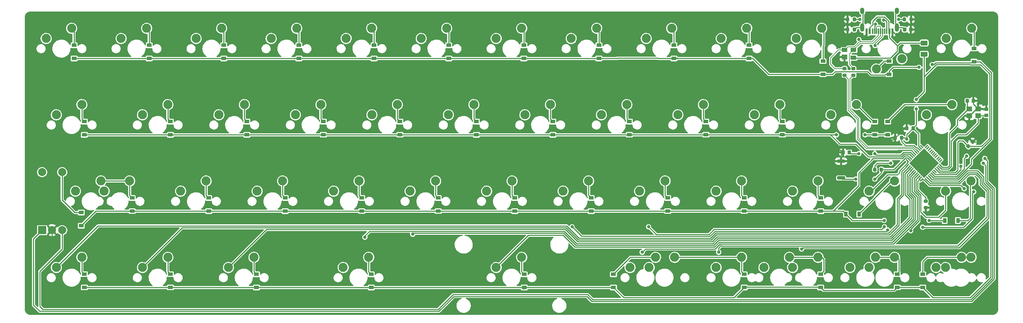
<source format=gbr>
G04 #@! TF.GenerationSoftware,KiCad,Pcbnew,(6.0.10-0)*
G04 #@! TF.CreationDate,2023-10-07T14:40:08-04:00*
G04 #@! TF.ProjectId,minibaen r2,6d696e69-6261-4656-9e20-72322e6b6963,rev?*
G04 #@! TF.SameCoordinates,Original*
G04 #@! TF.FileFunction,Copper,L2,Bot*
G04 #@! TF.FilePolarity,Positive*
%FSLAX46Y46*%
G04 Gerber Fmt 4.6, Leading zero omitted, Abs format (unit mm)*
G04 Created by KiCad (PCBNEW (6.0.10-0)) date 2023-10-07 14:40:08*
%MOMM*%
%LPD*%
G01*
G04 APERTURE LIST*
G04 Aperture macros list*
%AMRoundRect*
0 Rectangle with rounded corners*
0 $1 Rounding radius*
0 $2 $3 $4 $5 $6 $7 $8 $9 X,Y pos of 4 corners*
0 Add a 4 corners polygon primitive as box body*
4,1,4,$2,$3,$4,$5,$6,$7,$8,$9,$2,$3,0*
0 Add four circle primitives for the rounded corners*
1,1,$1+$1,$2,$3*
1,1,$1+$1,$4,$5*
1,1,$1+$1,$6,$7*
1,1,$1+$1,$8,$9*
0 Add four rect primitives between the rounded corners*
20,1,$1+$1,$2,$3,$4,$5,0*
20,1,$1+$1,$4,$5,$6,$7,0*
20,1,$1+$1,$6,$7,$8,$9,0*
20,1,$1+$1,$8,$9,$2,$3,0*%
%AMRotRect*
0 Rectangle, with rotation*
0 The origin of the aperture is its center*
0 $1 length*
0 $2 width*
0 $3 Rotation angle, in degrees counterclockwise*
0 Add horizontal line*
21,1,$1,$2,0,0,$3*%
G04 Aperture macros list end*
G04 #@! TA.AperFunction,ComponentPad*
%ADD10C,2.250000*%
G04 #@! TD*
G04 #@! TA.AperFunction,ComponentPad*
%ADD11R,2.000000X2.000000*%
G04 #@! TD*
G04 #@! TA.AperFunction,ComponentPad*
%ADD12C,2.000000*%
G04 #@! TD*
G04 #@! TA.AperFunction,SMDPad,CuDef*
%ADD13R,1.200000X0.900000*%
G04 #@! TD*
G04 #@! TA.AperFunction,SMDPad,CuDef*
%ADD14RoundRect,0.225000X-0.250000X0.225000X-0.250000X-0.225000X0.250000X-0.225000X0.250000X0.225000X0*%
G04 #@! TD*
G04 #@! TA.AperFunction,SMDPad,CuDef*
%ADD15R,1.400000X1.200000*%
G04 #@! TD*
G04 #@! TA.AperFunction,SMDPad,CuDef*
%ADD16R,1.400000X1.000000*%
G04 #@! TD*
G04 #@! TA.AperFunction,SMDPad,CuDef*
%ADD17R,0.900000X1.200000*%
G04 #@! TD*
G04 #@! TA.AperFunction,SMDPad,CuDef*
%ADD18RoundRect,0.200000X0.200000X0.275000X-0.200000X0.275000X-0.200000X-0.275000X0.200000X-0.275000X0*%
G04 #@! TD*
G04 #@! TA.AperFunction,SMDPad,CuDef*
%ADD19RoundRect,0.200000X0.275000X-0.200000X0.275000X0.200000X-0.275000X0.200000X-0.275000X-0.200000X0*%
G04 #@! TD*
G04 #@! TA.AperFunction,SMDPad,CuDef*
%ADD20RoundRect,0.225000X0.225000X0.250000X-0.225000X0.250000X-0.225000X-0.250000X0.225000X-0.250000X0*%
G04 #@! TD*
G04 #@! TA.AperFunction,SMDPad,CuDef*
%ADD21R,0.600000X1.450000*%
G04 #@! TD*
G04 #@! TA.AperFunction,SMDPad,CuDef*
%ADD22R,0.300000X1.450000*%
G04 #@! TD*
G04 #@! TA.AperFunction,ComponentPad*
%ADD23O,1.000000X1.600000*%
G04 #@! TD*
G04 #@! TA.AperFunction,ComponentPad*
%ADD24O,1.000000X2.100000*%
G04 #@! TD*
G04 #@! TA.AperFunction,SMDPad,CuDef*
%ADD25RoundRect,0.062500X0.380070X-0.291682X-0.291682X0.380070X-0.380070X0.291682X0.291682X-0.380070X0*%
G04 #@! TD*
G04 #@! TA.AperFunction,SMDPad,CuDef*
%ADD26RoundRect,0.062500X0.380070X0.291682X0.291682X0.380070X-0.380070X-0.291682X-0.291682X-0.380070X0*%
G04 #@! TD*
G04 #@! TA.AperFunction,SMDPad,CuDef*
%ADD27RotRect,5.200000X5.200000X135.000000*%
G04 #@! TD*
G04 #@! TA.AperFunction,SMDPad,CuDef*
%ADD28RoundRect,0.200000X-0.800000X0.200000X-0.800000X-0.200000X0.800000X-0.200000X0.800000X0.200000X0*%
G04 #@! TD*
G04 #@! TA.AperFunction,SMDPad,CuDef*
%ADD29RoundRect,0.200000X-0.200000X-0.275000X0.200000X-0.275000X0.200000X0.275000X-0.200000X0.275000X0*%
G04 #@! TD*
G04 #@! TA.AperFunction,SMDPad,CuDef*
%ADD30RoundRect,0.250000X0.625000X-0.375000X0.625000X0.375000X-0.625000X0.375000X-0.625000X-0.375000X0*%
G04 #@! TD*
G04 #@! TA.AperFunction,SMDPad,CuDef*
%ADD31RoundRect,0.225000X0.017678X-0.335876X0.335876X-0.017678X-0.017678X0.335876X-0.335876X0.017678X0*%
G04 #@! TD*
G04 #@! TA.AperFunction,SMDPad,CuDef*
%ADD32RoundRect,0.225000X-0.225000X-0.250000X0.225000X-0.250000X0.225000X0.250000X-0.225000X0.250000X0*%
G04 #@! TD*
G04 #@! TA.AperFunction,ViaPad*
%ADD33C,0.800000*%
G04 #@! TD*
G04 #@! TA.AperFunction,Conductor*
%ADD34C,0.250000*%
G04 #@! TD*
G04 #@! TA.AperFunction,Conductor*
%ADD35C,0.200000*%
G04 #@! TD*
G04 APERTURE END LIST*
D10*
X112817750Y-41116218D03*
X119167750Y-38576218D03*
X38097750Y-41116218D03*
X44447750Y-38576218D03*
X185896250Y-79216250D03*
X192246250Y-76676250D03*
D11*
X37093750Y-88962500D03*
D12*
X42093750Y-88962500D03*
X39593750Y-88962500D03*
X42093750Y-74462500D03*
X37093750Y-74462500D03*
D10*
X83502500Y-98266218D03*
X89852500Y-95726218D03*
X40640000Y-98266218D03*
X46990000Y-95726218D03*
X204946250Y-79216218D03*
X211296250Y-76676218D03*
X90646250Y-79216218D03*
X96996250Y-76676218D03*
X62071250Y-60166250D03*
X68421250Y-57626250D03*
X176371250Y-60166250D03*
X182721250Y-57626250D03*
X224897750Y-41116218D03*
X231247750Y-38576218D03*
X150177750Y-41116218D03*
X156527750Y-38576218D03*
X131497750Y-41116218D03*
X137847750Y-38576218D03*
X45402500Y-79216218D03*
X51752500Y-76676218D03*
X56777750Y-41116218D03*
X63127750Y-38576218D03*
X138271250Y-60166250D03*
X144621250Y-57626250D03*
X183515000Y-98266250D03*
X189865000Y-95726250D03*
X52546250Y-79216250D03*
X58896250Y-76676250D03*
X262096250Y-98266250D03*
X268446250Y-95726250D03*
X259715000Y-98266218D03*
X266065000Y-95726218D03*
X188277500Y-98266250D03*
X194627500Y-95726250D03*
X214471250Y-60166218D03*
X220821250Y-57626218D03*
X147796250Y-79216218D03*
X154146250Y-76676218D03*
X262096250Y-79216250D03*
X268446250Y-76676250D03*
X157321250Y-60166250D03*
X163671250Y-57626250D03*
X251197750Y-46196218D03*
X244847750Y-48736218D03*
X243046250Y-98266250D03*
X249396250Y-95726250D03*
X223996250Y-98266250D03*
X230346250Y-95726250D03*
X195421250Y-60166250D03*
X201771250Y-57626250D03*
X100171250Y-60166250D03*
X106521250Y-57626250D03*
X109696250Y-79216218D03*
X116046250Y-76676218D03*
X62071250Y-98266218D03*
X68421250Y-95726218D03*
X187537750Y-41116218D03*
X193887750Y-38576218D03*
X238283750Y-98266250D03*
X244633750Y-95726250D03*
X204946250Y-98266250D03*
X211296250Y-95726250D03*
X206217750Y-41116218D03*
X212567750Y-38576218D03*
X150177500Y-98266250D03*
X156527500Y-95726250D03*
X168857750Y-41116218D03*
X175207750Y-38576218D03*
X75457750Y-41116218D03*
X81807750Y-38576218D03*
X128746250Y-79216218D03*
X135096250Y-76676218D03*
X119221250Y-60166250D03*
X125571250Y-57626250D03*
X94137750Y-41116218D03*
X100487750Y-38576218D03*
X71596250Y-79216218D03*
X77946250Y-76676218D03*
X243046250Y-79216250D03*
X249396250Y-76676250D03*
X257333750Y-60166218D03*
X263683750Y-57626218D03*
X233521250Y-60166250D03*
X239871250Y-57626250D03*
X81121250Y-60166218D03*
X87471250Y-57626218D03*
X166846250Y-79216250D03*
X173196250Y-76676250D03*
X223996250Y-79216250D03*
X230346250Y-76676250D03*
X40640000Y-60166250D03*
X46990000Y-57626250D03*
X262257750Y-41116218D03*
X268607750Y-38576218D03*
X112077500Y-98266250D03*
X118427500Y-95726250D03*
X216852500Y-98266218D03*
X223202500Y-95726218D03*
D13*
X88106250Y-65150000D03*
X88106250Y-61850000D03*
X78581250Y-84200000D03*
X78581250Y-80900000D03*
X183356250Y-65146318D03*
X183356250Y-61846318D03*
X157047750Y-46097518D03*
X157047750Y-42797518D03*
D14*
X272256250Y-58756250D03*
X272256250Y-60306250D03*
D13*
X59531250Y-84195118D03*
X59531250Y-80895118D03*
X47625000Y-103243918D03*
X47625000Y-99943918D03*
X47625000Y-65150000D03*
X47625000Y-61850000D03*
D15*
X236947750Y-45726218D03*
D16*
X236947750Y-44006218D03*
X239147750Y-44006218D03*
X239147750Y-45906218D03*
D17*
X261875000Y-86518750D03*
X265175000Y-86518750D03*
D18*
X239372750Y-38893750D03*
X237722750Y-38893750D03*
D13*
X211931250Y-103250000D03*
X211931250Y-99950000D03*
D19*
X257143750Y-83375000D03*
X257143750Y-81725000D03*
D20*
X253981250Y-63500000D03*
X252431250Y-63500000D03*
D13*
X211931250Y-84195118D03*
X211931250Y-80895118D03*
X202406250Y-65146318D03*
X202406250Y-61846318D03*
X119747750Y-46097518D03*
X119747750Y-42797518D03*
D21*
X242440750Y-39328718D03*
X243215750Y-39328718D03*
D22*
X243915750Y-39328718D03*
X244415750Y-39328718D03*
X244915750Y-39328718D03*
X245415750Y-39328718D03*
X245915750Y-39328718D03*
X246415750Y-39328718D03*
X246915750Y-39328718D03*
X247415750Y-39328718D03*
D21*
X248115750Y-39328718D03*
X248890750Y-39328718D03*
D23*
X249985750Y-34233718D03*
D24*
X249985750Y-38413718D03*
X241345750Y-38413718D03*
D23*
X241345750Y-34233718D03*
D13*
X138347750Y-46097518D03*
X138347750Y-42797518D03*
X126206250Y-65146318D03*
X126206250Y-61846318D03*
X213147750Y-46097518D03*
X213147750Y-42797518D03*
D15*
X267981250Y-58681250D03*
X270181250Y-58681250D03*
X270181250Y-60381250D03*
X267981250Y-60381250D03*
D13*
X82347750Y-46097518D03*
X82347750Y-42797518D03*
X97631250Y-84200000D03*
X97631250Y-80900000D03*
D19*
X239147750Y-50281218D03*
X239147750Y-48631218D03*
D13*
X244475000Y-65146318D03*
X244475000Y-61846318D03*
X63747750Y-46097518D03*
X63747750Y-42797518D03*
X116681250Y-84195118D03*
X116681250Y-80895118D03*
D25*
X260875486Y-72823420D03*
X260521932Y-73176973D03*
X260168379Y-73530527D03*
X259814826Y-73884080D03*
X259461272Y-74237633D03*
X259107719Y-74591187D03*
X258754165Y-74944740D03*
X258400612Y-75298294D03*
X258047059Y-75651847D03*
X257693505Y-76005400D03*
X257339952Y-76358954D03*
D26*
X256155548Y-76358954D03*
X255801995Y-76005400D03*
X255448441Y-75651847D03*
X255094888Y-75298294D03*
X254741335Y-74944740D03*
X254387781Y-74591187D03*
X254034228Y-74237633D03*
X253680674Y-73884080D03*
X253327121Y-73530527D03*
X252973568Y-73176973D03*
X252620014Y-72823420D03*
D25*
X252620014Y-71639016D03*
X252973568Y-71285463D03*
X253327121Y-70931909D03*
X253680674Y-70578356D03*
X254034228Y-70224803D03*
X254387781Y-69871249D03*
X254741335Y-69517696D03*
X255094888Y-69164142D03*
X255448441Y-68810589D03*
X255801995Y-68457036D03*
X256155548Y-68103482D03*
D26*
X257339952Y-68103482D03*
X257693505Y-68457036D03*
X258047059Y-68810589D03*
X258400612Y-69164142D03*
X258754165Y-69517696D03*
X259107719Y-69871249D03*
X259461272Y-70224803D03*
X259814826Y-70578356D03*
X260168379Y-70931909D03*
X260521932Y-71285463D03*
X260875486Y-71639016D03*
D27*
X256747750Y-72231218D03*
D13*
X194447750Y-46097518D03*
X194447750Y-42797518D03*
D20*
X238106250Y-69556218D03*
X236556250Y-69556218D03*
D13*
X119062500Y-103250000D03*
X119062500Y-99950000D03*
X221456250Y-65146318D03*
X221456250Y-61846318D03*
D19*
X236947750Y-50281218D03*
X236947750Y-48631218D03*
D13*
X69056250Y-65150000D03*
X69056250Y-61850000D03*
X192881250Y-84195118D03*
X192881250Y-80895118D03*
D28*
X236056250Y-71718750D03*
X236056250Y-75918750D03*
D13*
X164306250Y-65150000D03*
X164306250Y-61850000D03*
X256381250Y-103250000D03*
X256381250Y-99950000D03*
X157162500Y-103250000D03*
X157162500Y-99950000D03*
X135731250Y-84195118D03*
X135731250Y-80895118D03*
X107156250Y-65146318D03*
X107156250Y-61846318D03*
X230981250Y-84200000D03*
X230981250Y-80900000D03*
D29*
X244443750Y-73818750D03*
X246093750Y-73818750D03*
D13*
X179387500Y-103250000D03*
X179387500Y-99950000D03*
X154781250Y-84200000D03*
X154781250Y-80900000D03*
X173831250Y-84200000D03*
X173831250Y-80900000D03*
X145256250Y-65150000D03*
X145256250Y-61850000D03*
D30*
X256747750Y-45056218D03*
X256747750Y-42256218D03*
D13*
X90487500Y-103250000D03*
X90487500Y-99950000D03*
D18*
X239372750Y-36356218D03*
X237722750Y-36356218D03*
D20*
X251122750Y-65875000D03*
X249572750Y-65875000D03*
D29*
X251822750Y-36356218D03*
X253472750Y-36356218D03*
D13*
X231547750Y-50068750D03*
X231547750Y-46768750D03*
X46831250Y-87843750D03*
X46831250Y-84543750D03*
D17*
X237268750Y-84931250D03*
X240568750Y-84931250D03*
D13*
X248047750Y-50066018D03*
X248047750Y-46766018D03*
X45047750Y-46097518D03*
X45047750Y-42797518D03*
X230981250Y-103250000D03*
X230981250Y-99950000D03*
X175747750Y-46097518D03*
X175747750Y-42797518D03*
D31*
X267739492Y-68016758D03*
X268835508Y-66920742D03*
D13*
X69056250Y-103243918D03*
X69056250Y-99943918D03*
D20*
X253422750Y-38893750D03*
X251872750Y-38893750D03*
D13*
X269147750Y-46893750D03*
X269147750Y-43593750D03*
X247650000Y-65146318D03*
X247650000Y-61846318D03*
D32*
X267493750Y-56706218D03*
X269043750Y-56706218D03*
D13*
X250031250Y-103243918D03*
X250031250Y-99943918D03*
X101047750Y-46097518D03*
X101047750Y-42797518D03*
D33*
X254000000Y-65881250D03*
X234950000Y-69056250D03*
X243681250Y-34925000D03*
X247099951Y-40695171D03*
X230981250Y-108743750D03*
X252412500Y-61912500D03*
X240608482Y-40379018D03*
X215900000Y-104775000D03*
X254793750Y-38893750D03*
X268287500Y-62706250D03*
X257968750Y-91281250D03*
X246856250Y-66429918D03*
X269875000Y-64293750D03*
X258762500Y-83343750D03*
X235743750Y-38893750D03*
X250927232Y-40379018D03*
X39593750Y-91375000D03*
X235335968Y-45726218D03*
X265906250Y-68262500D03*
X243681250Y-45243750D03*
X234950000Y-104775000D03*
X249915826Y-69469250D03*
X254000000Y-104775000D03*
X264278513Y-73778513D03*
X245268750Y-36512500D03*
X241300000Y-47625000D03*
X247650000Y-34925000D03*
X175418750Y-108743750D03*
X271462500Y-65881250D03*
X251618750Y-84931250D03*
X240506250Y-69850000D03*
X244475000Y-69850000D03*
X248443750Y-72231250D03*
X254793750Y-56356250D03*
X254793750Y-58737500D03*
X252412500Y-66256218D03*
X255484968Y-48316218D03*
X258762500Y-47625000D03*
X234891182Y-65146318D03*
X242034932Y-65146318D03*
X246793750Y-86518750D03*
X257968750Y-86518750D03*
X117475000Y-90692750D03*
X129381250Y-89968250D03*
X186531250Y-94456250D03*
X247650000Y-88900000D03*
X169068750Y-88106250D03*
X253403841Y-89097591D03*
X188118750Y-88106250D03*
X246856250Y-88106250D03*
X269081250Y-79375000D03*
X256381250Y-88225164D03*
X266700000Y-78581250D03*
X205581250Y-94456250D03*
X226218750Y-93662500D03*
X244475000Y-76200000D03*
X239712500Y-76200000D03*
X244498884Y-42890802D03*
X240495173Y-41372077D03*
X244636750Y-37544718D03*
X240747750Y-36356218D03*
X250347750Y-36356218D03*
X246636576Y-36523674D03*
X267331413Y-70481413D03*
X271462500Y-72231250D03*
X271859375Y-71040625D03*
X265906250Y-73025000D03*
D34*
X257143750Y-83375000D02*
X258731250Y-83375000D01*
X253472750Y-36356218D02*
X253422750Y-36406218D01*
X250133482Y-40379018D02*
X250927232Y-40379018D01*
X236556250Y-69556218D02*
X236056250Y-70056218D01*
X253422750Y-38893750D02*
X254793750Y-38893750D01*
X267981250Y-60381250D02*
X267981250Y-62400000D01*
X269875000Y-64293750D02*
X269875000Y-65881250D01*
X270181250Y-58681250D02*
X272181250Y-58681250D01*
X269781250Y-58681250D02*
X270181250Y-58681250D01*
X264278513Y-73778513D02*
X263890776Y-74166250D01*
X252412500Y-61912500D02*
X252412500Y-63481250D01*
X258731250Y-83375000D02*
X258762500Y-83343750D01*
X253572782Y-69056250D02*
X254387781Y-69871249D01*
X260733392Y-74166250D02*
X260168379Y-73601237D01*
X270423008Y-66920742D02*
X271462500Y-65881250D01*
X260168379Y-73601237D02*
X260168379Y-73530527D01*
X249941050Y-40379018D02*
X251399950Y-40379018D01*
X234950000Y-69056250D02*
X236056282Y-69056250D01*
X236056250Y-70056218D02*
X236056250Y-71718750D01*
X250328826Y-69056250D02*
X253572782Y-69056250D01*
X39593750Y-91375000D02*
X39593750Y-88962500D01*
X235743750Y-38893750D02*
X237722750Y-38893750D01*
X249915826Y-69469250D02*
X250328826Y-69056250D01*
X251947750Y-63500000D02*
X249572750Y-65875000D01*
X240608482Y-40379018D02*
X241991518Y-40379018D01*
X242440750Y-39929786D02*
X242440750Y-39328718D01*
X249017832Y-66429918D02*
X249572750Y-65875000D01*
X269043750Y-56706218D02*
X269043750Y-57543750D01*
X269043750Y-57543750D02*
X270181250Y-58681250D01*
X235335968Y-45726218D02*
X236947750Y-45726218D01*
X253422750Y-36406218D02*
X253422750Y-38893750D01*
X236056282Y-69056250D02*
X236556250Y-69556218D01*
X272181250Y-58681250D02*
X272256250Y-58756250D01*
X268081250Y-60381250D02*
X269781250Y-58681250D01*
X252431250Y-63500000D02*
X251947750Y-63500000D01*
X237722750Y-38893750D02*
X237722750Y-36356218D01*
X263890776Y-74166250D02*
X260733392Y-74166250D01*
X246856250Y-66429918D02*
X249017832Y-66429918D01*
X268835508Y-66920742D02*
X270423008Y-66920742D01*
X267981250Y-62400000D02*
X268287500Y-62706250D01*
X252412500Y-63481250D02*
X252431250Y-63500000D01*
X241991518Y-40379018D02*
X242440750Y-39929786D01*
X267981250Y-60381250D02*
X268081250Y-60381250D01*
X248890750Y-39328718D02*
X249941050Y-40379018D01*
X269875000Y-65881250D02*
X268835508Y-66920742D01*
X267731250Y-58681250D02*
X265023749Y-61388751D01*
X265023749Y-61388751D02*
X265023749Y-62795001D01*
X261247605Y-73266250D02*
X260875486Y-72894131D01*
X263075000Y-64743750D02*
X263075000Y-72838604D01*
X267493750Y-58193750D02*
X267981250Y-58681250D01*
X265023749Y-62795001D02*
X263075000Y-64743750D01*
X260875486Y-72894131D02*
X260875486Y-72823420D01*
X262647354Y-73266250D02*
X261247605Y-73266250D01*
X267493750Y-56706218D02*
X267493750Y-58193750D01*
X263075000Y-72838604D02*
X262647354Y-73266250D01*
X267981250Y-58681250D02*
X267731250Y-58681250D01*
X238400032Y-69850000D02*
X238106250Y-69556218D01*
X250936332Y-70193750D02*
X251608636Y-69521446D01*
X251608636Y-69521446D02*
X253330871Y-69521446D01*
X253330871Y-69521446D02*
X253937269Y-70127844D01*
X244818750Y-70193750D02*
X250936332Y-70193750D01*
X244475000Y-69850000D02*
X244818750Y-70193750D01*
X240506250Y-69850000D02*
X238400032Y-69850000D01*
X267739492Y-68016758D02*
X271071846Y-68016758D01*
X252412500Y-65068750D02*
X253981250Y-63500000D01*
X252031282Y-65875000D02*
X251122750Y-65875000D01*
X260546996Y-74616250D02*
X259814826Y-73884080D01*
X265112500Y-66997614D02*
X265112500Y-73969124D01*
X252072782Y-67806250D02*
X251122750Y-66856218D01*
X248443750Y-72231250D02*
X245111396Y-72231250D01*
X254793750Y-58737500D02*
X254793750Y-62687500D01*
X245111396Y-72231250D02*
X244443750Y-72898896D01*
X273056250Y-49931823D02*
X270793177Y-47668750D01*
X259787805Y-47625000D02*
X256747750Y-50665055D01*
X273050000Y-66038604D02*
X273050000Y-60765317D01*
X273050000Y-60765317D02*
X273056250Y-60759067D01*
X256747750Y-45056218D02*
X256747750Y-50372750D01*
X267739492Y-68016758D02*
X266397734Y-66675000D01*
X256747750Y-54402250D02*
X254793750Y-56356250D01*
X265435114Y-66675000D02*
X265112500Y-66997614D01*
X271071846Y-68016758D02*
X273050000Y-66038604D01*
X266397734Y-66675000D02*
X265435114Y-66675000D01*
X244443750Y-72898896D02*
X244443750Y-73818750D01*
X254000000Y-63500000D02*
X253981250Y-63500000D01*
X255801995Y-68457036D02*
X255387978Y-68043019D01*
X251122750Y-66856218D02*
X251122750Y-65875000D01*
X270793177Y-47668750D02*
X268266500Y-47668750D01*
X268266500Y-47668750D02*
X268222750Y-47625000D01*
X254987979Y-68350127D02*
X254740492Y-68350127D01*
X254793750Y-62687500D02*
X253981250Y-63500000D01*
X252072782Y-67806250D02*
X254196616Y-67806250D01*
X256747750Y-50372750D02*
X256747750Y-54402250D01*
X255448441Y-68810589D02*
X254987979Y-68350127D01*
X255387978Y-64887978D02*
X254000000Y-63500000D01*
X252412500Y-66256218D02*
X252412500Y-65068750D01*
X254740492Y-68350127D02*
X254196615Y-67806250D01*
X273056250Y-60759067D02*
X273056250Y-49931823D01*
X265112500Y-73969124D02*
X264465374Y-74616250D01*
X268222750Y-47625000D02*
X259787805Y-47625000D01*
X264465374Y-74616250D02*
X260546996Y-74616250D01*
X255387978Y-68043019D02*
X255387978Y-64887978D01*
X252412500Y-66256218D02*
X252031282Y-65875000D01*
X180241268Y-46097518D02*
X180301286Y-46037500D01*
X157047750Y-46097518D02*
X138347750Y-46097518D01*
X248047750Y-50066018D02*
X247122450Y-50066018D01*
X273506250Y-49668750D02*
X273506250Y-60945463D01*
X234620050Y-49357418D02*
X242695150Y-49357418D01*
X243539050Y-50201318D02*
X246987150Y-50201318D01*
X273506250Y-60945463D02*
X273500000Y-60951713D01*
X190560018Y-46097518D02*
X190477450Y-46097518D01*
X255484968Y-48316218D02*
X249022250Y-48316218D01*
X63747750Y-46097518D02*
X45047750Y-46097518D01*
X265024562Y-75966250D02*
X259068568Y-75966250D01*
X270731250Y-46893750D02*
X273506250Y-49668750D01*
X194507768Y-46037500D02*
X194447750Y-46097518D01*
X248047750Y-49290718D02*
X248047750Y-50066018D01*
X101047750Y-46097518D02*
X82347750Y-46097518D01*
X259151409Y-47625000D02*
X259601409Y-47175000D01*
X218044282Y-50068750D02*
X231547750Y-50068750D01*
X273500000Y-60951713D02*
X273500000Y-66225000D01*
X268452896Y-47218750D02*
X268822750Y-47218750D01*
X268822750Y-47218750D02*
X269147750Y-46893750D01*
X234620050Y-49357418D02*
X233908718Y-50068750D01*
X268519087Y-72471725D02*
X265024562Y-75966250D01*
X195322518Y-46097518D02*
X195262500Y-46037500D01*
X273500000Y-66225000D02*
X268519087Y-71205913D01*
X213147750Y-46097518D02*
X195322518Y-46097518D01*
X194447750Y-46097518D02*
X190560018Y-46097518D01*
X214073050Y-46097518D02*
X218044282Y-50068750D01*
X259601409Y-47175000D02*
X268409146Y-47175000D01*
X180301286Y-46037500D02*
X190500000Y-46037500D01*
X82347750Y-46097518D02*
X63747750Y-46097518D01*
X259068568Y-75966250D02*
X258400612Y-75298294D01*
X268409146Y-47175000D02*
X268452896Y-47218750D01*
X233908718Y-50068750D02*
X231547750Y-50068750D01*
X180335050Y-46097518D02*
X180241268Y-46097518D01*
X246987150Y-50201318D02*
X247122450Y-50066018D01*
X101047750Y-46097518D02*
X114250550Y-46097518D01*
X114250550Y-46097518D02*
X119747750Y-46097518D01*
X190500000Y-46037500D02*
X190560018Y-46097518D01*
X249022250Y-48316218D02*
X248047750Y-49290718D01*
X195262500Y-46037500D02*
X194507768Y-46037500D01*
X269147750Y-46893750D02*
X270731250Y-46893750D01*
X180241268Y-46097518D02*
X175747750Y-46097518D01*
X175747750Y-46097518D02*
X157047750Y-46097518D01*
X258762500Y-47625000D02*
X259151409Y-47625000D01*
X129008450Y-46097518D02*
X138347750Y-46097518D01*
X268519087Y-71205913D02*
X268519087Y-72471725D01*
X242695150Y-49357418D02*
X243539050Y-50201318D01*
X213147750Y-46097518D02*
X214073050Y-46097518D01*
X196126250Y-46097518D02*
X194447750Y-46097518D01*
X119747750Y-46097518D02*
X129008450Y-46097518D01*
X45047750Y-39176218D02*
X44447750Y-38576218D01*
X45047750Y-42797518D02*
X45047750Y-39176218D01*
X63747750Y-39196218D02*
X63127750Y-38576218D01*
X63747750Y-42797518D02*
X63747750Y-39196218D01*
X82347750Y-42797518D02*
X82347750Y-39116218D01*
X82347750Y-39116218D02*
X81807750Y-38576218D01*
X101047750Y-39136218D02*
X100487750Y-38576218D01*
X101047750Y-42797518D02*
X101047750Y-39136218D01*
X119747750Y-42797518D02*
X119747750Y-39156218D01*
X119747750Y-39156218D02*
X119167750Y-38576218D01*
X138347750Y-39076218D02*
X137847750Y-38576218D01*
X138347750Y-42797518D02*
X138347750Y-39076218D01*
X157047750Y-39096218D02*
X156527750Y-38576218D01*
X157047750Y-42797518D02*
X157047750Y-39096218D01*
X175747750Y-42797518D02*
X175747750Y-39116218D01*
X175747750Y-39116218D02*
X175207750Y-38576218D01*
X194447750Y-42797518D02*
X194447750Y-39136218D01*
X194447750Y-39136218D02*
X193887750Y-38576218D01*
X213147750Y-42797518D02*
X213147750Y-39156218D01*
X213147750Y-39156218D02*
X212567750Y-38576218D01*
X231747750Y-39076218D02*
X231247750Y-38576218D01*
X231747750Y-42797518D02*
X231547750Y-42997518D01*
X231547750Y-42997518D02*
X231547750Y-46768750D01*
X231747750Y-42797518D02*
X231747750Y-39076218D01*
X248047750Y-46766018D02*
X246817950Y-46766018D01*
X246817950Y-46766018D02*
X244847750Y-48736218D01*
X269147750Y-39116218D02*
X268607750Y-38576218D01*
X269147750Y-43593750D02*
X269147750Y-39116218D01*
X251122728Y-70643750D02*
X251795032Y-69971446D01*
X145252568Y-65146318D02*
X145256250Y-65150000D01*
X242034932Y-65146318D02*
X244475000Y-65146318D01*
X242887500Y-70643750D02*
X251122728Y-70643750D01*
X247650000Y-65146318D02*
X244475000Y-65146318D01*
X233421318Y-65146318D02*
X221456250Y-65146318D01*
X69056250Y-65150000D02*
X47625000Y-65150000D01*
X88106250Y-65150000D02*
X69056250Y-65150000D01*
X126206250Y-65146318D02*
X107156250Y-65146318D01*
X88109932Y-65146318D02*
X88106250Y-65150000D01*
X164309932Y-65146318D02*
X164306250Y-65150000D01*
X233421318Y-65146318D02*
X235743750Y-67468750D01*
X235743750Y-67468750D02*
X239712500Y-67468750D01*
X107156250Y-65146318D02*
X88109932Y-65146318D01*
X183356250Y-65146318D02*
X164309932Y-65146318D01*
X251795032Y-69971446D02*
X253073764Y-69971446D01*
X202406250Y-65146318D02*
X183356250Y-65146318D01*
X126206250Y-65146318D02*
X145252568Y-65146318D01*
X253073764Y-69971446D02*
X253680674Y-70578356D01*
X239712500Y-67468750D02*
X242887500Y-70643750D01*
X221456250Y-65146318D02*
X202406250Y-65146318D01*
X234891182Y-65146318D02*
X233421318Y-65146318D01*
X164306250Y-65150000D02*
X145256250Y-65150000D01*
X46990000Y-61215000D02*
X47625000Y-61850000D01*
X46990000Y-57626250D02*
X46990000Y-61215000D01*
X68421250Y-61215000D02*
X69056250Y-61850000D01*
X68421250Y-57626250D02*
X68421250Y-61215000D01*
X87471250Y-61215000D02*
X88106250Y-61850000D01*
X87471250Y-57626218D02*
X87471250Y-61215000D01*
X106521250Y-57626250D02*
X106521250Y-61211318D01*
X106521250Y-61211318D02*
X107156250Y-61846318D01*
X125571250Y-57626250D02*
X125571250Y-61211318D01*
X125571250Y-61211318D02*
X126206250Y-61846318D01*
X144621250Y-61215000D02*
X145256250Y-61850000D01*
X144621250Y-57626250D02*
X144621250Y-61215000D01*
X163671250Y-61215000D02*
X164306250Y-61850000D01*
X163671250Y-57626250D02*
X163671250Y-61215000D01*
X182721250Y-61211318D02*
X183356250Y-61846318D01*
X182721250Y-57626250D02*
X182721250Y-61211318D01*
X201771250Y-57626250D02*
X201771250Y-61211318D01*
X201771250Y-61211318D02*
X202406250Y-61846318D01*
X220821250Y-57626218D02*
X220821250Y-61211318D01*
X220821250Y-61211318D02*
X221456250Y-61846318D01*
X244091318Y-61846318D02*
X244475000Y-61846318D01*
X239871250Y-57626250D02*
X244091318Y-61846318D01*
X251870100Y-57626218D02*
X247650000Y-61846318D01*
X263683750Y-57626218D02*
X251870100Y-57626218D01*
X59531250Y-84195118D02*
X50479882Y-84195118D01*
X78586132Y-84195118D02*
X78581250Y-84200000D01*
X211931250Y-84195118D02*
X230976368Y-84195118D01*
X159486132Y-84195118D02*
X211931250Y-84195118D01*
X238856250Y-86518750D02*
X246793750Y-86518750D01*
X236537500Y-84200000D02*
X237268750Y-84931250D01*
X154776368Y-84195118D02*
X135731250Y-84195118D01*
X234093750Y-84200000D02*
X236537500Y-84200000D01*
X50479882Y-84195118D02*
X46831250Y-87843750D01*
X135731250Y-84195118D02*
X116681250Y-84195118D01*
X253256410Y-70931909D02*
X252745947Y-70421446D01*
X257968750Y-86518750D02*
X261875000Y-86518750D01*
X237268750Y-84931250D02*
X238856250Y-86518750D01*
X230976368Y-84195118D02*
X230981250Y-84200000D01*
X251309124Y-71093750D02*
X244025000Y-71093750D01*
X253327121Y-70931909D02*
X253256410Y-70931909D01*
X240437500Y-74681250D02*
X240437500Y-77856250D01*
X244025000Y-71093750D02*
X240437500Y-74681250D01*
X159481250Y-84200000D02*
X159486132Y-84195118D01*
X251981428Y-70421446D02*
X251309124Y-71093750D01*
X154781250Y-84200000D02*
X154776368Y-84195118D01*
X155918850Y-84195118D02*
X157047750Y-84195118D01*
X230981250Y-84200000D02*
X234093750Y-84200000D01*
X154781250Y-84200000D02*
X159481250Y-84200000D01*
X252745947Y-70421446D02*
X251981428Y-70421446D01*
X97626368Y-84195118D02*
X78586132Y-84195118D01*
X78576368Y-84195118D02*
X78581250Y-84200000D01*
X240437500Y-77856250D02*
X234093750Y-84200000D01*
X116681250Y-84195118D02*
X97636132Y-84195118D01*
X97636132Y-84195118D02*
X97631250Y-84200000D01*
X59531250Y-84195118D02*
X78576368Y-84195118D01*
X97631250Y-84200000D02*
X97626368Y-84195118D01*
X159486132Y-84195118D02*
X157047750Y-84195118D01*
X77946250Y-80265000D02*
X78581250Y-80900000D01*
X77946250Y-76676218D02*
X77946250Y-80265000D01*
X96996250Y-76676218D02*
X96996250Y-80265000D01*
X96996250Y-80265000D02*
X97631250Y-80900000D01*
X116046250Y-76676218D02*
X116046250Y-80260118D01*
X116046250Y-80260118D02*
X116681250Y-80895118D01*
X135096250Y-80260118D02*
X135731250Y-80895118D01*
X135096250Y-76676218D02*
X135096250Y-80260118D01*
X154146250Y-80265000D02*
X154781250Y-80900000D01*
X154146250Y-76676218D02*
X154146250Y-80265000D01*
X173196250Y-80265000D02*
X173831250Y-80900000D01*
X173196250Y-76676250D02*
X173196250Y-80265000D01*
X192246250Y-76676250D02*
X192246250Y-80260118D01*
X192246250Y-80260118D02*
X192881250Y-80895118D01*
X211296250Y-76676218D02*
X211296250Y-80260118D01*
X211296250Y-80260118D02*
X211931250Y-80895118D01*
X230346250Y-80265000D02*
X230981250Y-80900000D01*
X230346250Y-76676250D02*
X230346250Y-80265000D01*
X244537349Y-80795729D02*
X244537349Y-80900151D01*
X249396250Y-76676250D02*
X248656828Y-76676250D01*
X244537349Y-80900151D02*
X240568750Y-84868750D01*
X240568750Y-84868750D02*
X240568750Y-84931250D01*
X248656828Y-76676250D02*
X244537349Y-80795729D01*
X268446250Y-76676250D02*
X268287500Y-76835000D01*
X267651104Y-86518750D02*
X265175000Y-86518750D01*
X268287500Y-85882354D02*
X267651104Y-86518750D01*
X268287500Y-76835000D02*
X268287500Y-85882354D01*
X46990000Y-99308918D02*
X47625000Y-99943918D01*
X46990000Y-95726218D02*
X46990000Y-99308918D01*
X271568750Y-75669854D02*
X270021930Y-74123034D01*
X268207354Y-105806250D02*
X273287500Y-100726104D01*
X258047059Y-75722559D02*
X258047059Y-75651847D01*
X231712500Y-103981250D02*
X230981250Y-103250000D01*
X258937500Y-105806250D02*
X268207354Y-105806250D01*
X250031250Y-103243918D02*
X249293918Y-103981250D01*
X256381250Y-103250000D02*
X258937500Y-105806250D01*
X119062500Y-103250000D02*
X119056418Y-103243918D01*
X129324832Y-103243918D02*
X129318750Y-103250000D01*
X265210958Y-76416250D02*
X258740751Y-76416250D01*
X250031250Y-103243918D02*
X251624832Y-103243918D01*
X273287500Y-78892951D02*
X271568750Y-77174201D01*
X90481418Y-103243918D02*
X69056250Y-103243918D01*
X129318750Y-103250000D02*
X119062500Y-103250000D01*
X258740751Y-76416250D02*
X258047059Y-75722559D01*
X157047750Y-103631518D02*
X156660150Y-103243918D01*
X157162500Y-103250000D02*
X179387500Y-103250000D01*
X230981250Y-103250000D02*
X230918750Y-103187500D01*
X119056418Y-103243918D02*
X90493582Y-103243918D01*
X270021930Y-74123034D02*
X267504174Y-74123034D01*
X90487500Y-103250000D02*
X90481418Y-103243918D01*
X230918750Y-103187500D02*
X211993750Y-103187500D01*
X251630914Y-103250000D02*
X256381250Y-103250000D01*
X267504174Y-74123034D02*
X265210958Y-76416250D01*
X273287500Y-100726104D02*
X273287500Y-78892951D01*
X271568750Y-77174201D02*
X271568750Y-75669854D01*
X90493582Y-103243918D02*
X90487500Y-103250000D01*
X211993750Y-103187500D02*
X211931250Y-103250000D01*
X181943750Y-105806250D02*
X179387500Y-103250000D01*
X209375000Y-105806250D02*
X181943750Y-105806250D01*
X249293918Y-103981250D02*
X231712500Y-103981250D01*
X211931250Y-103250000D02*
X209375000Y-105806250D01*
X251624832Y-103243918D02*
X251630914Y-103250000D01*
X156660150Y-103243918D02*
X129324832Y-103243918D01*
X69056250Y-103243918D02*
X47625000Y-103243918D01*
X68421250Y-95726218D02*
X68421250Y-99308918D01*
X68421250Y-99308918D02*
X69056250Y-99943918D01*
X89852500Y-99315000D02*
X90487500Y-99950000D01*
X89852500Y-95726218D02*
X89852500Y-99315000D01*
X118427500Y-95726250D02*
X118427500Y-99315000D01*
X118427500Y-99315000D02*
X119062500Y-99950000D01*
X156527500Y-95726250D02*
X156527500Y-99315000D01*
X156527500Y-99315000D02*
X157162500Y-99950000D01*
X231747750Y-99183500D02*
X231747750Y-96226218D01*
X223202532Y-95726250D02*
X223202500Y-95726218D01*
X230346250Y-95726250D02*
X223202532Y-95726250D01*
X230981250Y-99950000D02*
X231747750Y-99183500D01*
X231747750Y-96226218D02*
X231247750Y-95726218D01*
X267261670Y-65136218D02*
X270181250Y-62216638D01*
X270181250Y-62216638D02*
X270181250Y-60381250D01*
X260521932Y-73196932D02*
X261041250Y-73716250D01*
X263525000Y-73025000D02*
X263525000Y-66675000D01*
X260521932Y-73176973D02*
X260521932Y-73196932D01*
X272181250Y-60381250D02*
X272256250Y-60306250D01*
X263525000Y-66675000D02*
X265063782Y-65136218D01*
X262833750Y-73716250D02*
X263525000Y-73025000D01*
X270181250Y-60381250D02*
X272181250Y-60381250D01*
X261041250Y-73716250D02*
X262833750Y-73716250D01*
X265063782Y-65136218D02*
X267261670Y-65136218D01*
X249985750Y-38413718D02*
X249622750Y-38051218D01*
X241472750Y-34382818D02*
X241345750Y-34256318D01*
X241345750Y-38413718D02*
X241472750Y-38287218D01*
X239852782Y-38413718D02*
X241345750Y-38413718D01*
X251392718Y-38413718D02*
X249985750Y-38413718D01*
X249622750Y-38051218D02*
X249622750Y-34618818D01*
X239372750Y-38893750D02*
X239852782Y-38413718D01*
X241472750Y-38287218D02*
X241472750Y-34382818D01*
X249622750Y-34618818D02*
X249985750Y-34256318D01*
X251872750Y-38893750D02*
X251392718Y-38413718D01*
X250031250Y-99943918D02*
X250447750Y-99527418D01*
X244633750Y-95726250D02*
X249396250Y-95726250D01*
X250447750Y-96246218D02*
X249927750Y-95726218D01*
X250447750Y-99527418D02*
X250447750Y-96246218D01*
X248115750Y-40947000D02*
X250110709Y-42941959D01*
X248115750Y-39328718D02*
X248115750Y-40947000D01*
X243911750Y-37666318D02*
X243911750Y-36844195D01*
X250796450Y-42256218D02*
X256747750Y-42256218D01*
X243215750Y-39328718D02*
X243215750Y-38362318D01*
X245037195Y-35718750D02*
X246856250Y-35718750D01*
X243215750Y-38362318D02*
X243911750Y-37666318D01*
X248364750Y-45974618D02*
X239215750Y-45974618D01*
X250031250Y-43021418D02*
X250110709Y-42941959D01*
X247890750Y-39103718D02*
X248115750Y-39328718D01*
X250031250Y-43021418D02*
X250031250Y-44308118D01*
X250110709Y-42941959D02*
X250796450Y-42256218D01*
X239215750Y-45974618D02*
X239147750Y-45906218D01*
X246856250Y-35718750D02*
X247890750Y-36753250D01*
X247890750Y-36753250D02*
X247890750Y-39103718D01*
X243911750Y-36844195D02*
X245037195Y-35718750D01*
X250031250Y-44308118D02*
X248364750Y-45974618D01*
X40640000Y-98266218D02*
X51012468Y-87893750D01*
X250031250Y-81119854D02*
X251108621Y-80042483D01*
X251108621Y-80042483D02*
X251108621Y-74334813D01*
X251108621Y-74334813D02*
X252620014Y-72823420D01*
X247881555Y-89693750D02*
X250031250Y-87544055D01*
X170791542Y-90937500D02*
X203572792Y-90937500D01*
X51012468Y-87893750D02*
X167747792Y-87893750D01*
X167747792Y-87893750D02*
X170791542Y-90937500D01*
X204816542Y-89693750D02*
X247881555Y-89693750D01*
X250031250Y-87544055D02*
X250031250Y-81119854D01*
X203572792Y-90937500D02*
X204816542Y-89693750D01*
X251558621Y-80228879D02*
X251558621Y-74591920D01*
X251558621Y-74591920D02*
X252973568Y-73176973D01*
X71993718Y-88343750D02*
X167561396Y-88343750D01*
X248067951Y-90143750D02*
X250481250Y-87730451D01*
X250481250Y-87730451D02*
X250481250Y-81306250D01*
X167561396Y-88343750D02*
X170605146Y-91387500D01*
X203759188Y-91387500D02*
X205002938Y-90143750D01*
X250481250Y-81306250D02*
X251558621Y-80228879D01*
X170605146Y-91387500D02*
X203759188Y-91387500D01*
X205002938Y-90143750D02*
X248067951Y-90143750D01*
X62071250Y-98266218D02*
X71993718Y-88343750D01*
X203945584Y-91837500D02*
X205189334Y-90593750D01*
X92974968Y-88793750D02*
X167375000Y-88793750D01*
X167375000Y-88793750D02*
X170418750Y-91837500D01*
X253206250Y-85725000D02*
X253206250Y-81329192D01*
X253206250Y-81329192D02*
X252008621Y-80131563D01*
X252008621Y-80131563D02*
X252008621Y-74849027D01*
X83502500Y-98266218D02*
X92974968Y-88793750D01*
X248337500Y-90593750D02*
X253206250Y-85725000D01*
X252008621Y-74849027D02*
X253327121Y-73530527D01*
X205189334Y-90593750D02*
X248337500Y-90593750D01*
X170418750Y-91837500D02*
X203945584Y-91837500D01*
X117475000Y-90381250D02*
X118612500Y-89243750D01*
X253656250Y-85911396D02*
X253656250Y-81142796D01*
X170182214Y-92287500D02*
X204131980Y-92287500D01*
X118612500Y-89243750D02*
X167138464Y-89243750D01*
X252458621Y-75106133D02*
X253680674Y-73884080D01*
X205375730Y-91043750D02*
X248523896Y-91043750D01*
X167138464Y-89243750D02*
X170182214Y-92287500D01*
X204131980Y-92287500D02*
X205375730Y-91043750D01*
X253656250Y-81142796D02*
X252458621Y-79945167D01*
X248523896Y-91043750D02*
X253656250Y-85911396D01*
X252458621Y-79945167D02*
X252458621Y-75106133D01*
X117475000Y-90692750D02*
X117475000Y-90381250D01*
X169995818Y-92737500D02*
X204318376Y-92737500D01*
X254106250Y-86097792D02*
X254106250Y-80956400D01*
X129655750Y-89693750D02*
X166952068Y-89693750D01*
X129381250Y-89968250D02*
X129655750Y-89693750D01*
X166952068Y-89693750D02*
X169995818Y-92737500D01*
X252908621Y-79758771D02*
X252908621Y-75363240D01*
X254106250Y-80956400D02*
X252908621Y-79758771D01*
X204318376Y-92737500D02*
X205562126Y-91493750D01*
X248710292Y-91493750D02*
X254106250Y-86097792D01*
X252908621Y-75363240D02*
X254034228Y-74237633D01*
X205562126Y-91493750D02*
X248710292Y-91493750D01*
X166854271Y-90232349D02*
X169809422Y-93187500D01*
X205748522Y-91943750D02*
X248896688Y-91943750D01*
X169809422Y-93187500D02*
X204504772Y-93187500D01*
X150177500Y-98266250D02*
X158211401Y-90232349D01*
X158211401Y-90232349D02*
X166854271Y-90232349D01*
X248896688Y-91943750D02*
X254556250Y-86284188D01*
X254556250Y-86284188D02*
X254556250Y-80770004D01*
X254556250Y-80770004D02*
X253358621Y-79572375D01*
X253358621Y-75620347D02*
X254387781Y-74591187D01*
X204504772Y-93187500D02*
X205748522Y-91943750D01*
X253358621Y-79572375D02*
X253358621Y-75620347D01*
X254741335Y-74944740D02*
X253808621Y-75877454D01*
X255006250Y-80583608D02*
X255006250Y-86470584D01*
X253808621Y-79385979D02*
X255006250Y-80583608D01*
X253808621Y-75877454D02*
X253808621Y-79385979D01*
X249083084Y-92393750D02*
X205934918Y-92393750D01*
X187350000Y-93637500D02*
X186531250Y-94456250D01*
X255006250Y-86470584D02*
X249083084Y-92393750D01*
X204691168Y-93637500D02*
X187350000Y-93637500D01*
X205934918Y-92393750D02*
X204691168Y-93637500D01*
X203386396Y-90487500D02*
X171450000Y-90487500D01*
X253403841Y-88709389D02*
X255456250Y-86656980D01*
X247650000Y-88900000D02*
X247306250Y-89243750D01*
X254258621Y-79199583D02*
X254258621Y-76063850D01*
X254258621Y-76063850D02*
X255024177Y-75298294D01*
X255456250Y-80397212D02*
X254258621Y-79199583D01*
X204630146Y-89243750D02*
X203386396Y-90487500D01*
X247306250Y-89243750D02*
X204630146Y-89243750D01*
X255456250Y-86656980D02*
X255456250Y-80397212D01*
X255024177Y-75298294D02*
X255094888Y-75298294D01*
X171450000Y-90487500D02*
X169068750Y-88106250D01*
X253403841Y-89097591D02*
X253403841Y-88709389D01*
X268737500Y-86068750D02*
X266581086Y-88225164D01*
X265906250Y-77787500D02*
X262718110Y-77787500D01*
X262696860Y-77766250D02*
X258110852Y-77766250D01*
X190050000Y-90037500D02*
X188118750Y-88106250D01*
X269081250Y-79375000D02*
X268737500Y-79718750D01*
X246168750Y-88793750D02*
X204443750Y-88793750D01*
X266700000Y-78581250D02*
X265906250Y-77787500D01*
X203200000Y-90037500D02*
X190050000Y-90037500D01*
X268737500Y-79718750D02*
X268737500Y-86068750D01*
X266581086Y-88225164D02*
X256381250Y-88225164D01*
X262718110Y-77787500D02*
X262696860Y-77766250D01*
X256703556Y-76358954D02*
X256155548Y-76358954D01*
X246856250Y-88106250D02*
X246168750Y-88793750D01*
X258110852Y-77766250D02*
X256703556Y-76358954D01*
X204443750Y-88793750D02*
X203200000Y-90037500D01*
X262904506Y-77337500D02*
X262883256Y-77316250D01*
X272387500Y-85593750D02*
X272387500Y-79265743D01*
X258297248Y-77316250D02*
X257339952Y-76358954D01*
X206121314Y-92843750D02*
X206350000Y-92843750D01*
X267876966Y-75023034D02*
X265562500Y-77337500D01*
X205581250Y-93383814D02*
X206121314Y-92843750D01*
X272387500Y-79265743D02*
X270668750Y-77546993D01*
X265112500Y-92868750D02*
X272387500Y-85593750D01*
X206350000Y-92843750D02*
X206375000Y-92868750D01*
X270668750Y-77546993D02*
X270668750Y-76042646D01*
X206375000Y-92868750D02*
X265112500Y-92868750D01*
X265562500Y-77337500D02*
X262904506Y-77337500D01*
X270668750Y-76042646D02*
X269649138Y-75023034D01*
X269649138Y-75023034D02*
X267876966Y-75023034D01*
X205581250Y-94456250D02*
X205581250Y-93383814D01*
X262883256Y-77316250D02*
X258297248Y-77316250D01*
X226218750Y-93662500D02*
X226562500Y-93318750D01*
X258554355Y-76866250D02*
X257693505Y-76005400D01*
X226562500Y-93318750D02*
X265456250Y-93318750D01*
X272837500Y-79079347D02*
X271118750Y-77360597D01*
X271118750Y-77360597D02*
X271118750Y-75856250D01*
X265456250Y-93318750D02*
X272837500Y-85937500D01*
X265397354Y-76866250D02*
X258554355Y-76866250D01*
X271118750Y-75856250D02*
X269835534Y-74573034D01*
X269835534Y-74573034D02*
X267690570Y-74573034D01*
X272837500Y-85937500D02*
X272837500Y-79079347D01*
X267690570Y-74573034D02*
X265397354Y-76866250D01*
X247657150Y-75136818D02*
X250082074Y-75136818D01*
X250082074Y-75136818D02*
X250606392Y-74612500D01*
X252620014Y-72187024D02*
X252620014Y-71639016D01*
X250606392Y-74612500D02*
X250606392Y-74200646D01*
X243577750Y-79216218D02*
X247657150Y-75136818D01*
X250606392Y-74200646D02*
X252620014Y-72187024D01*
X260350000Y-85725000D02*
X262096250Y-83978750D01*
X262096250Y-83978750D02*
X262096250Y-79216250D01*
X255906250Y-84456250D02*
X257175000Y-85725000D01*
X255605414Y-75424164D02*
X254708621Y-76320957D01*
X257175000Y-85725000D02*
X260350000Y-85725000D01*
X255448441Y-75651847D02*
X255605414Y-75494874D01*
X254708621Y-79013187D02*
X255906250Y-80210816D01*
X254708621Y-76320957D02*
X254708621Y-79013187D01*
X255906250Y-80210816D02*
X255906250Y-84456250D01*
X255605414Y-75494874D02*
X255605414Y-75424164D01*
X239712500Y-76200000D02*
X236337500Y-76200000D01*
X246093750Y-74596875D02*
X246093750Y-73818750D01*
X245434907Y-75255718D02*
X246093750Y-74596875D01*
X244475000Y-76200000D02*
X245419282Y-75255718D01*
X249220520Y-73818750D02*
X246093750Y-73818750D01*
X245419282Y-75255718D02*
X245434907Y-75255718D01*
X252167824Y-70871446D02*
X249220520Y-73818750D01*
X252973568Y-71285463D02*
X252559551Y-70871446D01*
X252559551Y-70871446D02*
X252167824Y-70871446D01*
X236337500Y-76200000D02*
X236056250Y-75918750D01*
D35*
X242462500Y-68631250D02*
X253854889Y-68631250D01*
X237872750Y-51206218D02*
X237872750Y-59050936D01*
X236947750Y-50281218D02*
X237872750Y-51206218D01*
X240106250Y-66243136D02*
X242093750Y-68230636D01*
X253854889Y-68631250D02*
X254741335Y-69517696D01*
X237872750Y-59050936D02*
X240106250Y-61284436D01*
X242093750Y-68262500D02*
X242462500Y-68631250D01*
X240106250Y-61284436D02*
X240106250Y-66243136D01*
X242093750Y-68230636D02*
X242093750Y-68262500D01*
X240668282Y-41906718D02*
X243397750Y-41906718D01*
X236947750Y-44006218D02*
X237747750Y-43206218D01*
X233425586Y-45974414D02*
X233425586Y-47561914D01*
X246415750Y-40549672D02*
X246415750Y-39328718D01*
X244498884Y-42890802D02*
X244498884Y-42466538D01*
X243397750Y-41906718D02*
X243812750Y-41906718D01*
X245415750Y-40303718D02*
X245415750Y-39328718D01*
X236947750Y-44006218D02*
X235393782Y-44006218D01*
X239368782Y-43206218D02*
X240668282Y-41906718D01*
X237747750Y-43206218D02*
X239368782Y-43206218D01*
X234494890Y-48631218D02*
X236947750Y-48631218D01*
X235393782Y-44006218D02*
X233425586Y-45974414D01*
X240495173Y-41372077D02*
X241029814Y-41906718D01*
X243812750Y-41906718D02*
X245415750Y-40303718D01*
X241029814Y-41906718D02*
X243397750Y-41906718D01*
X244498884Y-42466538D02*
X246415750Y-40549672D01*
X233425586Y-47561914D02*
X234494890Y-48631218D01*
X254564452Y-68775127D02*
X254705873Y-68775127D01*
X240506250Y-66077450D02*
X242660050Y-68231250D01*
X242660050Y-68231250D02*
X254020575Y-68231250D01*
X240506250Y-61118750D02*
X240506250Y-66077450D01*
X238272750Y-51156218D02*
X238272750Y-58885250D01*
X254705873Y-68775127D02*
X255094888Y-69164142D01*
X239147750Y-50281218D02*
X238272750Y-51156218D01*
X254020575Y-68231250D02*
X254564452Y-68775127D01*
X238272750Y-58885250D02*
X240506250Y-61118750D01*
X245114750Y-38056218D02*
X245716750Y-38056218D01*
X244915750Y-39328718D02*
X244915750Y-38254718D01*
X244043518Y-42356218D02*
X245915750Y-40483986D01*
X245915750Y-38254718D02*
X245915750Y-39328718D01*
X245915750Y-40483986D02*
X245915750Y-39328718D01*
X239147750Y-44006218D02*
X238147750Y-45005718D01*
X245716750Y-38056218D02*
X245915750Y-38254718D01*
X240797750Y-42356218D02*
X244043518Y-42356218D01*
X239147750Y-44006218D02*
X240797750Y-42356218D01*
X238147750Y-47631718D02*
X239147750Y-48631218D01*
X244915750Y-38254718D02*
X245114750Y-38056218D01*
X238147750Y-45005718D02*
X238147750Y-47631718D01*
D34*
X255158621Y-76719485D02*
X255158621Y-78826791D01*
X255678106Y-76200000D02*
X255158621Y-76719485D01*
X255158621Y-78826791D02*
X257143750Y-80811920D01*
X257143750Y-80811920D02*
X257143750Y-81725000D01*
X240747750Y-36356218D02*
X239372750Y-36356218D01*
X244415750Y-39328718D02*
X244415750Y-37766118D01*
X244415750Y-37766118D02*
X244636750Y-37544718D01*
X246636576Y-36523674D02*
X247024778Y-36523674D01*
X250347750Y-36356218D02*
X251822750Y-36356218D01*
X247024778Y-36523674D02*
X247415750Y-36914646D01*
X247415750Y-36914646D02*
X247415750Y-39328718D01*
X45222974Y-84543750D02*
X46831250Y-84543750D01*
X42093750Y-81414526D02*
X45222974Y-84543750D01*
X42093750Y-74462500D02*
X42093750Y-81414526D01*
X51752532Y-76676250D02*
X51752500Y-76676218D01*
X58896250Y-76676250D02*
X51752532Y-76676250D01*
X58896250Y-80260118D02*
X59531250Y-80895118D01*
X58896250Y-76676250D02*
X58896250Y-80260118D01*
X42093750Y-93637500D02*
X42093750Y-88962500D01*
X259325675Y-75516250D02*
X258754165Y-74944740D01*
X273737500Y-78706555D02*
X273737500Y-100912500D01*
X266700000Y-71112826D02*
X266700000Y-73654416D01*
X268393750Y-106256250D02*
X174204042Y-106256250D01*
X271462500Y-72231250D02*
X272018750Y-72787500D01*
X36512500Y-99218750D02*
X42093750Y-93637500D01*
X172990041Y-105042249D02*
X139432751Y-105042249D01*
X37306250Y-108743750D02*
X36512500Y-107950000D01*
X266700000Y-73654416D02*
X264838166Y-75516250D01*
X174204042Y-106256250D02*
X172990041Y-105042249D01*
X272018750Y-72787500D02*
X272018750Y-76987805D01*
X36512500Y-107950000D02*
X36512500Y-99218750D01*
X273737500Y-100912500D02*
X268393750Y-106256250D01*
X135731250Y-108743750D02*
X37306250Y-108743750D01*
X267331413Y-70481413D02*
X266700000Y-71112826D01*
X272018750Y-76987805D02*
X273737500Y-78706555D01*
X264838166Y-75516250D02*
X259325675Y-75516250D01*
X139432751Y-105042249D02*
X135731250Y-108743750D01*
X265906250Y-73025000D02*
X265906250Y-73811770D01*
X268580146Y-106706250D02*
X174017646Y-106706250D01*
X265906250Y-73811770D02*
X264651770Y-75066250D01*
X139619147Y-105492249D02*
X135917646Y-109193750D01*
X172803645Y-105492249D02*
X139619147Y-105492249D01*
X274187500Y-101098896D02*
X268580146Y-106706250D01*
X34925000Y-91131250D02*
X37093750Y-88962500D01*
X271859375Y-71040625D02*
X272468750Y-71650000D01*
X135917646Y-109193750D02*
X36483458Y-109193750D01*
X36483458Y-109193750D02*
X34925000Y-107635292D01*
X174017646Y-106706250D02*
X172803645Y-105492249D01*
X259582782Y-75066250D02*
X259107719Y-74591187D01*
X274187500Y-78520159D02*
X274187500Y-101098896D01*
X272468750Y-71650000D02*
X272468750Y-76801409D01*
X34925000Y-107635292D02*
X34925000Y-91131250D01*
X264651770Y-75066250D02*
X259582782Y-75066250D01*
X272468750Y-76801409D02*
X274187500Y-78520159D01*
X211296250Y-95726250D02*
X211296250Y-99315000D01*
X211296250Y-99315000D02*
X211931250Y-99950000D01*
X211296250Y-95726250D02*
X194627500Y-95726250D01*
X189865000Y-95726250D02*
X183611250Y-95726250D01*
X183611250Y-95726250D02*
X179387500Y-99950000D01*
X268446218Y-95726218D02*
X268446250Y-95726250D01*
X266065000Y-95726218D02*
X257492532Y-95726218D01*
X266065000Y-95726218D02*
X268446218Y-95726218D01*
X256381250Y-96837500D02*
X256381250Y-99950000D01*
X257492532Y-95726218D02*
X256381250Y-96837500D01*
G04 #@! TA.AperFunction,Conductor*
G36*
X240533371Y-34405752D02*
G01*
X240579864Y-34459408D01*
X240591250Y-34511750D01*
X240591250Y-34577771D01*
X240606488Y-34708472D01*
X240608984Y-34715349D01*
X240608985Y-34715352D01*
X240633806Y-34783732D01*
X240666518Y-34873852D01*
X240762984Y-35020986D01*
X240890710Y-35141982D01*
X240972044Y-35189225D01*
X241030536Y-35223200D01*
X241079394Y-35274711D01*
X241093250Y-35332154D01*
X241093250Y-35606574D01*
X241073248Y-35674695D01*
X241019592Y-35721188D01*
X240949318Y-35731292D01*
X240936555Y-35728778D01*
X240837754Y-35703961D01*
X240837750Y-35703961D01*
X240830383Y-35702110D01*
X240822784Y-35702070D01*
X240822783Y-35702070D01*
X240756931Y-35701725D01*
X240671971Y-35701280D01*
X240664591Y-35703052D01*
X240664589Y-35703052D01*
X240525313Y-35736489D01*
X240525310Y-35736490D01*
X240517934Y-35738261D01*
X240377164Y-35810918D01*
X240257789Y-35915056D01*
X240253422Y-35921269D01*
X240253417Y-35921275D01*
X240252086Y-35923169D01*
X240250763Y-35924223D01*
X240248339Y-35926915D01*
X240247890Y-35926511D01*
X240196552Y-35967401D01*
X240149000Y-35976718D01*
X240107086Y-35976718D01*
X240038965Y-35956716D01*
X239992472Y-35903060D01*
X239988204Y-35892468D01*
X239978959Y-35866142D01*
X239897760Y-35756208D01*
X239787826Y-35675009D01*
X239658877Y-35629725D01*
X239651235Y-35629003D01*
X239651232Y-35629002D01*
X239636329Y-35627594D01*
X239627065Y-35626718D01*
X239372922Y-35626718D01*
X239118436Y-35626719D01*
X239115488Y-35626998D01*
X239115479Y-35626998D01*
X239094272Y-35629002D01*
X239094270Y-35629002D01*
X239086623Y-35629725D01*
X238957674Y-35675009D01*
X238847740Y-35756208D01*
X238842148Y-35763779D01*
X238795137Y-35827426D01*
X238738576Y-35870337D01*
X238667794Y-35875856D01*
X238605264Y-35842232D01*
X238580122Y-35801009D01*
X238578159Y-35801895D01*
X238568829Y-35781230D01*
X238487926Y-35647644D01*
X238478619Y-35635775D01*
X238368193Y-35525349D01*
X238356324Y-35516042D01*
X238222738Y-35435139D01*
X238208993Y-35428933D01*
X238059106Y-35381962D01*
X238046056Y-35379349D01*
X237991164Y-35374305D01*
X237979626Y-35377693D01*
X237978421Y-35379083D01*
X237976750Y-35386766D01*
X237976750Y-37321102D01*
X237981225Y-37336341D01*
X237982615Y-37337546D01*
X237987044Y-37338509D01*
X238046065Y-37333086D01*
X238059101Y-37330475D01*
X238208993Y-37283503D01*
X238222738Y-37277297D01*
X238356324Y-37196394D01*
X238368193Y-37187087D01*
X238478619Y-37076661D01*
X238487926Y-37064792D01*
X238568829Y-36931206D01*
X238578159Y-36910541D01*
X238580606Y-36911646D01*
X238612995Y-36863181D01*
X238678095Y-36834851D01*
X238748176Y-36846214D01*
X238795137Y-36885010D01*
X238810175Y-36905369D01*
X238847740Y-36956228D01*
X238957674Y-37037427D01*
X239086623Y-37082711D01*
X239094265Y-37083433D01*
X239094268Y-37083434D01*
X239109171Y-37084842D01*
X239118435Y-37085718D01*
X239372578Y-37085718D01*
X239627064Y-37085717D01*
X239630012Y-37085438D01*
X239630021Y-37085438D01*
X239651228Y-37083434D01*
X239651230Y-37083434D01*
X239658877Y-37082711D01*
X239787826Y-37037427D01*
X239897760Y-36956228D01*
X239978959Y-36846294D01*
X239988204Y-36819968D01*
X240029648Y-36762323D01*
X240095678Y-36736236D01*
X240107086Y-36735718D01*
X240147891Y-36735718D01*
X240216012Y-36755720D01*
X240243272Y-36779387D01*
X240244422Y-36780719D01*
X240248658Y-36787023D01*
X240365826Y-36893637D01*
X240505043Y-36969226D01*
X240658272Y-37009425D01*
X240742227Y-37010744D01*
X240809069Y-37011794D01*
X240809072Y-37011794D01*
X240816666Y-37011913D01*
X240825315Y-37009932D01*
X240826247Y-37009988D01*
X240831628Y-37009423D01*
X240831722Y-37010320D01*
X240896181Y-37014221D01*
X240953480Y-37056142D01*
X240979018Y-37122386D01*
X240964688Y-37191922D01*
X240928127Y-37234234D01*
X240827679Y-37308155D01*
X240713768Y-37442238D01*
X240699381Y-37470414D01*
X240637084Y-37592413D01*
X240637082Y-37592418D01*
X240633757Y-37598930D01*
X240632018Y-37606036D01*
X240632017Y-37606039D01*
X240623364Y-37641401D01*
X240591939Y-37769826D01*
X240591250Y-37780932D01*
X240591250Y-37908218D01*
X240571248Y-37976339D01*
X240517592Y-38022832D01*
X240465250Y-38034218D01*
X239906702Y-38034218D01*
X239882754Y-38031669D01*
X239881089Y-38031590D01*
X239870906Y-38029398D01*
X239860565Y-38030622D01*
X239837559Y-38033345D01*
X239831628Y-38033695D01*
X239831636Y-38033790D01*
X239826458Y-38034218D01*
X239821258Y-38034218D01*
X239816129Y-38035072D01*
X239816126Y-38035072D01*
X239802217Y-38037387D01*
X239796339Y-38038224D01*
X239755781Y-38043024D01*
X239755780Y-38043024D01*
X239745441Y-38044248D01*
X239737189Y-38048211D01*
X239728156Y-38049714D01*
X239718987Y-38054661D01*
X239718985Y-38054662D01*
X239683050Y-38074052D01*
X239677758Y-38076749D01*
X239631550Y-38098937D01*
X239627275Y-38102531D01*
X239625350Y-38104456D01*
X239623420Y-38106227D01*
X239623335Y-38106273D01*
X239623223Y-38106150D01*
X239622688Y-38106622D01*
X239616968Y-38109708D01*
X239609901Y-38117353D01*
X239603961Y-38123779D01*
X239543033Y-38160224D01*
X239511436Y-38164250D01*
X239141682Y-38164251D01*
X239118436Y-38164251D01*
X239115488Y-38164530D01*
X239115479Y-38164530D01*
X239094272Y-38166534D01*
X239094270Y-38166534D01*
X239086623Y-38167257D01*
X238957674Y-38212541D01*
X238847740Y-38293740D01*
X238842148Y-38301311D01*
X238795137Y-38364958D01*
X238738576Y-38407869D01*
X238667794Y-38413388D01*
X238605264Y-38379764D01*
X238580122Y-38338541D01*
X238578159Y-38339427D01*
X238568829Y-38318762D01*
X238487926Y-38185176D01*
X238478619Y-38173307D01*
X238368193Y-38062881D01*
X238356324Y-38053574D01*
X238222738Y-37972671D01*
X238208993Y-37966465D01*
X238059106Y-37919494D01*
X238046056Y-37916881D01*
X237991164Y-37911837D01*
X237979626Y-37915225D01*
X237978421Y-37916615D01*
X237976750Y-37924298D01*
X237976750Y-39858634D01*
X237981225Y-39873873D01*
X237982615Y-39875078D01*
X237987044Y-39876041D01*
X238046065Y-39870618D01*
X238059101Y-39868007D01*
X238208993Y-39821035D01*
X238222738Y-39814829D01*
X238356324Y-39733926D01*
X238368193Y-39724619D01*
X238478619Y-39614193D01*
X238487926Y-39602324D01*
X238568829Y-39468738D01*
X238578159Y-39448073D01*
X238580606Y-39449178D01*
X238612995Y-39400713D01*
X238678095Y-39372383D01*
X238748176Y-39383746D01*
X238795137Y-39422542D01*
X238829258Y-39468738D01*
X238847740Y-39493760D01*
X238957674Y-39574959D01*
X239086623Y-39620243D01*
X239094265Y-39620965D01*
X239094268Y-39620966D01*
X239109171Y-39622374D01*
X239118435Y-39623250D01*
X239372578Y-39623250D01*
X239627064Y-39623249D01*
X239630012Y-39622970D01*
X239630021Y-39622970D01*
X239651228Y-39620966D01*
X239651230Y-39620966D01*
X239658877Y-39620243D01*
X239787826Y-39574959D01*
X239897760Y-39493760D01*
X239978959Y-39383826D01*
X240024243Y-39254877D01*
X240027250Y-39223065D01*
X240027249Y-38919217D01*
X240047251Y-38851098D01*
X240100906Y-38804605D01*
X240153249Y-38793218D01*
X240465250Y-38793218D01*
X240533371Y-38813220D01*
X240579864Y-38866876D01*
X240591250Y-38919218D01*
X240591250Y-39007771D01*
X240606488Y-39138472D01*
X240608984Y-39145349D01*
X240608985Y-39145352D01*
X240662705Y-39293348D01*
X240666518Y-39303852D01*
X240762984Y-39450986D01*
X240890710Y-39571982D01*
X241042846Y-39660350D01*
X241211230Y-39711348D01*
X241386830Y-39722242D01*
X241394046Y-39721002D01*
X241394048Y-39721002D01*
X241450229Y-39711348D01*
X241485414Y-39705302D01*
X241555937Y-39713479D01*
X241610845Y-39758486D01*
X241632751Y-39829482D01*
X241632751Y-40098387D01*
X241633121Y-40105208D01*
X241638645Y-40156070D01*
X241642271Y-40171322D01*
X241687426Y-40291772D01*
X241695964Y-40307367D01*
X241772465Y-40409442D01*
X241785026Y-40422003D01*
X241887101Y-40498504D01*
X241902696Y-40507042D01*
X242023144Y-40552196D01*
X242038399Y-40555823D01*
X242089264Y-40561349D01*
X242096078Y-40561718D01*
X242168635Y-40561718D01*
X242183874Y-40557243D01*
X242185079Y-40555853D01*
X242186750Y-40548170D01*
X242186750Y-39200718D01*
X242206752Y-39132597D01*
X242260408Y-39086104D01*
X242312750Y-39074718D01*
X242535250Y-39074718D01*
X242603371Y-39094720D01*
X242649864Y-39148376D01*
X242661250Y-39200718D01*
X242661251Y-39639927D01*
X242661251Y-40078784D01*
X242676016Y-40153019D01*
X242682910Y-40163336D01*
X242685160Y-40168769D01*
X242694750Y-40216984D01*
X242694750Y-40543602D01*
X242699225Y-40558841D01*
X242700615Y-40560046D01*
X242708298Y-40561717D01*
X242785419Y-40561717D01*
X242792240Y-40561347D01*
X242843102Y-40555823D01*
X242858354Y-40552197D01*
X242978804Y-40507042D01*
X242994399Y-40498504D01*
X243096474Y-40422003D01*
X243109031Y-40409446D01*
X243147098Y-40358653D01*
X243203958Y-40316138D01*
X243247925Y-40308218D01*
X243529745Y-40308217D01*
X243540816Y-40308217D01*
X243615051Y-40293452D01*
X243615886Y-40297652D01*
X243663074Y-40292561D01*
X243666430Y-40293546D01*
X243666449Y-40293452D01*
X243740683Y-40308218D01*
X243915721Y-40308218D01*
X244090816Y-40308217D01*
X244141169Y-40298202D01*
X244190329Y-40298202D01*
X244240683Y-40308218D01*
X244415679Y-40308218D01*
X244590816Y-40308217D01*
X244595488Y-40307288D01*
X244664753Y-40320422D01*
X244716282Y-40369261D01*
X244733227Y-40438206D01*
X244710207Y-40505367D01*
X244696447Y-40521683D01*
X243702817Y-41515313D01*
X243640505Y-41549339D01*
X243613722Y-41552218D01*
X241275864Y-41552218D01*
X241207743Y-41532216D01*
X241161250Y-41478560D01*
X241151121Y-41408465D01*
X241154335Y-41385884D01*
X241154404Y-41379342D01*
X241154437Y-41376211D01*
X241154437Y-41376205D01*
X241154480Y-41372077D01*
X241135449Y-41214810D01*
X241079453Y-41066623D01*
X241022432Y-40983656D01*
X240994028Y-40942328D01*
X240994027Y-40942326D01*
X240989726Y-40936069D01*
X240871448Y-40830688D01*
X240864062Y-40826777D01*
X240738161Y-40760116D01*
X240738162Y-40760116D01*
X240731447Y-40756561D01*
X240577806Y-40717969D01*
X240570207Y-40717929D01*
X240570206Y-40717929D01*
X240504354Y-40717584D01*
X240419394Y-40717139D01*
X240412014Y-40718911D01*
X240412012Y-40718911D01*
X240272736Y-40752348D01*
X240272733Y-40752349D01*
X240265357Y-40754120D01*
X240124587Y-40826777D01*
X240005212Y-40930915D01*
X239914123Y-41060521D01*
X239893715Y-41112864D01*
X239863688Y-41189881D01*
X239856579Y-41208114D01*
X239855587Y-41215647D01*
X239855587Y-41215648D01*
X239837101Y-41356067D01*
X239835902Y-41365173D01*
X239840712Y-41408740D01*
X239852108Y-41511958D01*
X239853286Y-41522630D01*
X239855896Y-41529761D01*
X239855896Y-41529763D01*
X239898015Y-41644858D01*
X239907726Y-41671396D01*
X239911962Y-41677699D01*
X239911962Y-41677700D01*
X239975175Y-41771770D01*
X239996081Y-41802882D01*
X240042215Y-41844860D01*
X240079138Y-41905500D01*
X240077415Y-41976475D01*
X240046512Y-42027149D01*
X239258849Y-42814813D01*
X239196536Y-42848838D01*
X239169753Y-42851718D01*
X237799007Y-42851718D01*
X237779213Y-42849612D01*
X237774860Y-42849407D01*
X237764680Y-42847215D01*
X237734010Y-42850845D01*
X237728667Y-42851160D01*
X237728678Y-42851290D01*
X237723498Y-42851718D01*
X237718299Y-42851718D01*
X237713175Y-42852571D01*
X237713162Y-42852572D01*
X237700709Y-42854645D01*
X237694834Y-42855482D01*
X237657821Y-42859863D01*
X237647480Y-42861087D01*
X237639772Y-42864788D01*
X237631333Y-42866193D01*
X237589349Y-42888847D01*
X237584086Y-42891528D01*
X237541092Y-42912173D01*
X237537100Y-42915529D01*
X237535153Y-42917476D01*
X237533528Y-42918966D01*
X237533096Y-42919199D01*
X237533063Y-42919163D01*
X237532905Y-42919302D01*
X237527470Y-42922235D01*
X237520401Y-42929882D01*
X237493393Y-42959099D01*
X237489964Y-42962665D01*
X237237816Y-43214813D01*
X237175504Y-43248839D01*
X237148721Y-43251718D01*
X236326390Y-43251719D01*
X236222684Y-43251719D01*
X236186932Y-43258830D01*
X236160624Y-43264062D01*
X236160622Y-43264063D01*
X236148449Y-43266484D01*
X236138129Y-43273379D01*
X236138128Y-43273380D01*
X236123218Y-43283343D01*
X236064266Y-43322734D01*
X236008016Y-43406917D01*
X235993250Y-43481151D01*
X235993250Y-43525718D01*
X235973248Y-43593839D01*
X235919592Y-43640332D01*
X235867250Y-43651718D01*
X235445035Y-43651718D01*
X235425265Y-43649614D01*
X235420897Y-43649408D01*
X235410712Y-43647215D01*
X235380042Y-43650845D01*
X235374699Y-43651160D01*
X235374710Y-43651290D01*
X235369530Y-43651718D01*
X235364331Y-43651718D01*
X235359207Y-43652571D01*
X235359194Y-43652572D01*
X235346741Y-43654645D01*
X235340866Y-43655482D01*
X235303853Y-43659863D01*
X235293512Y-43661087D01*
X235285804Y-43664788D01*
X235277365Y-43666193D01*
X235268195Y-43671141D01*
X235235401Y-43688836D01*
X235230110Y-43691532D01*
X235194271Y-43708741D01*
X235194264Y-43708745D01*
X235187124Y-43712174D01*
X235183132Y-43715530D01*
X235181185Y-43717477D01*
X235179563Y-43718965D01*
X235179127Y-43719200D01*
X235179095Y-43719164D01*
X235178940Y-43719301D01*
X235173502Y-43722235D01*
X235166432Y-43729883D01*
X235166431Y-43729884D01*
X235139413Y-43759112D01*
X235135984Y-43762678D01*
X235134567Y-43764095D01*
X235072255Y-43798121D01*
X235001440Y-43793056D01*
X234944604Y-43750509D01*
X234919607Y-43680826D01*
X234913311Y-43544801D01*
X234911068Y-43496346D01*
X234877891Y-43358684D01*
X234861977Y-43292649D01*
X234861976Y-43292647D01*
X234860571Y-43286816D01*
X234854101Y-43272584D01*
X234787563Y-43126244D01*
X234771364Y-43090615D01*
X234656546Y-42928752D01*
X234650131Y-42919708D01*
X234650130Y-42919707D01*
X234646665Y-42914822D01*
X234490975Y-42765781D01*
X234309910Y-42648869D01*
X234110005Y-42568305D01*
X234001176Y-42547052D01*
X233902917Y-42527863D01*
X233902914Y-42527863D01*
X233898471Y-42526995D01*
X233892807Y-42526718D01*
X233733896Y-42526718D01*
X233573195Y-42542050D01*
X233567435Y-42543740D01*
X233567434Y-42543740D01*
X233446935Y-42579091D01*
X233366382Y-42602723D01*
X233361043Y-42605473D01*
X233180104Y-42698662D01*
X233180101Y-42698664D01*
X233174773Y-42701408D01*
X233134790Y-42732815D01*
X233009998Y-42830839D01*
X233009993Y-42830843D01*
X233005281Y-42834545D01*
X233001350Y-42839075D01*
X233001349Y-42839076D01*
X232943533Y-42905704D01*
X232864024Y-42997330D01*
X232756096Y-43183890D01*
X232754127Y-43189559D01*
X232754126Y-43189562D01*
X232708272Y-43321607D01*
X232685393Y-43387492D01*
X232684532Y-43393429D01*
X232684532Y-43393430D01*
X232658557Y-43572585D01*
X232654467Y-43600791D01*
X232664432Y-43816090D01*
X232665836Y-43821915D01*
X232665836Y-43821916D01*
X232709969Y-44005038D01*
X232714929Y-44025620D01*
X232717411Y-44031078D01*
X232717412Y-44031082D01*
X232764090Y-44133744D01*
X232804136Y-44221821D01*
X232857495Y-44297043D01*
X232917583Y-44381751D01*
X232928835Y-44397614D01*
X233084525Y-44546655D01*
X233265590Y-44663567D01*
X233465495Y-44744131D01*
X233550426Y-44760717D01*
X233672583Y-44784573D01*
X233672586Y-44784573D01*
X233677029Y-44785441D01*
X233682693Y-44785718D01*
X233808754Y-44785718D01*
X233876875Y-44805720D01*
X233923368Y-44859376D01*
X233933472Y-44929650D01*
X233903978Y-44994230D01*
X233897849Y-45000813D01*
X233211166Y-45687496D01*
X233195684Y-45700001D01*
X233192457Y-45702937D01*
X233183704Y-45708589D01*
X233164577Y-45732852D01*
X233161027Y-45736847D01*
X233161126Y-45736931D01*
X233157768Y-45740894D01*
X233154092Y-45744570D01*
X233151069Y-45748799D01*
X233151069Y-45748800D01*
X233143732Y-45759066D01*
X233140171Y-45763809D01*
X233117089Y-45793089D01*
X233117087Y-45793093D01*
X233110640Y-45801271D01*
X233107807Y-45809339D01*
X233102833Y-45816299D01*
X233099849Y-45826277D01*
X233089166Y-45862000D01*
X233087330Y-45867649D01*
X233083593Y-45878289D01*
X233071536Y-45912622D01*
X233071086Y-45917818D01*
X233071086Y-45920523D01*
X233070989Y-45922779D01*
X233070846Y-45923255D01*
X233070800Y-45923253D01*
X233070787Y-45923452D01*
X233069018Y-45929369D01*
X233069715Y-45947104D01*
X233070989Y-45979538D01*
X233071086Y-45984484D01*
X233071086Y-47510657D01*
X233068980Y-47530451D01*
X233068775Y-47534804D01*
X233066583Y-47544984D01*
X233070213Y-47575651D01*
X233070528Y-47580997D01*
X233070658Y-47580986D01*
X233071086Y-47586166D01*
X233071086Y-47591365D01*
X233071939Y-47596489D01*
X233071940Y-47596502D01*
X233074013Y-47608955D01*
X233074850Y-47614830D01*
X233080455Y-47662184D01*
X233084156Y-47669892D01*
X233085561Y-47678331D01*
X233108208Y-47720302D01*
X233110888Y-47725561D01*
X233131541Y-47768572D01*
X233134897Y-47772564D01*
X233136844Y-47774511D01*
X233138334Y-47776136D01*
X233138567Y-47776568D01*
X233138531Y-47776601D01*
X233138670Y-47776759D01*
X233141603Y-47782194D01*
X233149250Y-47789263D01*
X233178467Y-47816271D01*
X233182033Y-47819700D01*
X234207974Y-48845641D01*
X234220482Y-48861127D01*
X234223416Y-48864352D01*
X234229065Y-48873100D01*
X234237242Y-48879546D01*
X234253320Y-48892221D01*
X234257321Y-48895777D01*
X234257406Y-48895677D01*
X234261363Y-48899030D01*
X234265045Y-48902712D01*
X234279581Y-48913100D01*
X234284268Y-48916619D01*
X234307058Y-48934584D01*
X234348170Y-48992463D01*
X234351464Y-49063383D01*
X234318146Y-49122628D01*
X233788429Y-49652345D01*
X233726117Y-49686371D01*
X233699334Y-49689250D01*
X232524663Y-49689250D01*
X232456542Y-49669248D01*
X232410049Y-49615592D01*
X232401087Y-49587841D01*
X232387484Y-49519449D01*
X232378764Y-49506398D01*
X232338127Y-49445582D01*
X232331234Y-49435266D01*
X232247051Y-49379016D01*
X232172817Y-49364250D01*
X231547852Y-49364250D01*
X230922684Y-49364251D01*
X230886932Y-49371362D01*
X230860624Y-49376594D01*
X230860622Y-49376595D01*
X230848449Y-49379016D01*
X230838129Y-49385911D01*
X230838128Y-49385912D01*
X230827664Y-49392904D01*
X230764266Y-49435266D01*
X230757373Y-49445582D01*
X230716737Y-49506398D01*
X230708016Y-49519449D01*
X230700338Y-49558049D01*
X230694414Y-49587831D01*
X230661507Y-49650741D01*
X230599812Y-49685873D01*
X230570835Y-49689250D01*
X218253666Y-49689250D01*
X218185545Y-49669248D01*
X218164571Y-49652345D01*
X214379528Y-45867302D01*
X214364386Y-45848554D01*
X214363271Y-45847329D01*
X214357621Y-45838578D01*
X214349443Y-45832131D01*
X214349441Y-45832129D01*
X214331250Y-45817789D01*
X214326809Y-45813843D01*
X214326747Y-45813916D01*
X214322783Y-45810557D01*
X214319106Y-45806880D01*
X214303358Y-45795626D01*
X214298688Y-45792120D01*
X214258403Y-45760362D01*
X214249769Y-45757330D01*
X214242316Y-45752004D01*
X214193200Y-45737315D01*
X214187558Y-45735482D01*
X214146683Y-45721128D01*
X214146682Y-45721128D01*
X214139199Y-45718500D01*
X214133634Y-45718018D01*
X214130926Y-45718018D01*
X214128292Y-45717904D01*
X214128194Y-45717875D01*
X214128201Y-45717711D01*
X214127497Y-45717667D01*
X214121272Y-45715805D01*
X214110866Y-45716214D01*
X214108651Y-45715934D01*
X214043575Y-45687550D01*
X214004176Y-45628489D01*
X214000868Y-45615508D01*
X213990252Y-45562136D01*
X213987484Y-45548217D01*
X213969606Y-45521460D01*
X213938127Y-45474350D01*
X213931234Y-45464034D01*
X213847051Y-45407784D01*
X213772817Y-45393018D01*
X213147852Y-45393018D01*
X212522684Y-45393019D01*
X212486932Y-45400130D01*
X212460624Y-45405362D01*
X212460622Y-45405363D01*
X212448449Y-45407784D01*
X212438129Y-45414679D01*
X212438128Y-45414680D01*
X212379129Y-45454103D01*
X212364266Y-45464034D01*
X212308016Y-45548217D01*
X212298687Y-45595118D01*
X212294414Y-45616599D01*
X212261507Y-45679509D01*
X212199812Y-45714641D01*
X212170835Y-45718018D01*
X211403730Y-45718018D01*
X211335609Y-45698016D01*
X211289116Y-45644360D01*
X211279012Y-45574086D01*
X211308506Y-45509506D01*
X211332907Y-45487806D01*
X211335821Y-45485826D01*
X211415101Y-45431947D01*
X211563908Y-45298899D01*
X211634649Y-45235649D01*
X211634650Y-45235648D01*
X211637766Y-45232862D01*
X211832144Y-45006077D01*
X211927413Y-44859376D01*
X211992542Y-44759087D01*
X211992545Y-44759082D01*
X211994821Y-44755577D01*
X212000256Y-44744131D01*
X212121143Y-44489543D01*
X212121145Y-44489539D01*
X212122938Y-44485762D01*
X212214245Y-44201373D01*
X212267138Y-43907406D01*
X212280688Y-43609026D01*
X212280419Y-43605953D01*
X212298924Y-43537677D01*
X212351594Y-43490071D01*
X212421641Y-43478499D01*
X212444252Y-43484448D01*
X212448449Y-43487252D01*
X212522683Y-43502018D01*
X213147648Y-43502018D01*
X213772816Y-43502017D01*
X213824426Y-43491752D01*
X213895140Y-43498081D01*
X213951206Y-43541636D01*
X213974870Y-43609505D01*
X213977723Y-43671141D01*
X213984432Y-43816090D01*
X213985836Y-43821915D01*
X213985836Y-43821916D01*
X214029969Y-44005038D01*
X214034929Y-44025620D01*
X214037411Y-44031078D01*
X214037412Y-44031082D01*
X214084090Y-44133744D01*
X214124136Y-44221821D01*
X214177495Y-44297043D01*
X214237583Y-44381751D01*
X214248835Y-44397614D01*
X214404525Y-44546655D01*
X214585590Y-44663567D01*
X214785495Y-44744131D01*
X214870426Y-44760717D01*
X214992583Y-44784573D01*
X214992586Y-44784573D01*
X214997029Y-44785441D01*
X215002693Y-44785718D01*
X215161604Y-44785718D01*
X215322305Y-44770386D01*
X215355264Y-44760717D01*
X215523354Y-44711404D01*
X215529118Y-44709713D01*
X215625032Y-44660314D01*
X215715396Y-44613774D01*
X215715399Y-44613772D01*
X215720727Y-44611028D01*
X215816178Y-44536051D01*
X215885502Y-44481597D01*
X215885507Y-44481593D01*
X215890219Y-44477891D01*
X215910295Y-44454756D01*
X216027544Y-44319637D01*
X216031476Y-44315106D01*
X216139404Y-44128546D01*
X216157376Y-44076794D01*
X216208138Y-43930614D01*
X216210107Y-43924944D01*
X216210968Y-43919006D01*
X216240172Y-43717586D01*
X216240172Y-43717582D01*
X216241033Y-43711645D01*
X216235902Y-43600791D01*
X222494467Y-43600791D01*
X222504432Y-43816090D01*
X222505836Y-43821915D01*
X222505836Y-43821916D01*
X222549969Y-44005038D01*
X222554929Y-44025620D01*
X222557411Y-44031078D01*
X222557412Y-44031082D01*
X222604090Y-44133744D01*
X222644136Y-44221821D01*
X222697495Y-44297043D01*
X222757583Y-44381751D01*
X222768835Y-44397614D01*
X222924525Y-44546655D01*
X223105590Y-44663567D01*
X223305495Y-44744131D01*
X223390426Y-44760717D01*
X223512583Y-44784573D01*
X223512586Y-44784573D01*
X223517029Y-44785441D01*
X223522693Y-44785718D01*
X223681604Y-44785718D01*
X223842305Y-44770386D01*
X223875264Y-44760717D01*
X224043354Y-44711404D01*
X224049118Y-44709713D01*
X224145032Y-44660314D01*
X224235396Y-44613774D01*
X224235399Y-44613772D01*
X224240727Y-44611028D01*
X224336178Y-44536051D01*
X224405502Y-44481597D01*
X224405507Y-44481593D01*
X224410219Y-44477891D01*
X224430295Y-44454756D01*
X224547544Y-44319637D01*
X224551476Y-44315106D01*
X224659404Y-44128546D01*
X224677376Y-44076794D01*
X224728138Y-43930614D01*
X224730107Y-43924944D01*
X224730968Y-43919006D01*
X224760172Y-43717586D01*
X224760172Y-43717582D01*
X224761033Y-43711645D01*
X224760652Y-43703410D01*
X226454812Y-43703410D01*
X226455175Y-43707558D01*
X226455175Y-43707562D01*
X226456052Y-43717586D01*
X226480845Y-44000961D01*
X226481755Y-44005034D01*
X226481756Y-44005038D01*
X226543996Y-44283484D01*
X226546001Y-44292455D01*
X226547442Y-44296373D01*
X226547444Y-44296378D01*
X226615778Y-44482104D01*
X226649137Y-44572771D01*
X226651088Y-44576471D01*
X226651090Y-44576476D01*
X226777074Y-44815425D01*
X226788441Y-44836985D01*
X226961465Y-45080453D01*
X227165170Y-45298899D01*
X227168399Y-45301552D01*
X227168404Y-45301556D01*
X227323754Y-45429162D01*
X227395975Y-45488485D01*
X227649828Y-45645880D01*
X227922267Y-45768319D01*
X228075218Y-45813916D01*
X228204507Y-45852459D01*
X228204509Y-45852460D01*
X228208506Y-45853651D01*
X228212626Y-45854304D01*
X228212628Y-45854304D01*
X228279125Y-45864836D01*
X228503516Y-45900376D01*
X228545810Y-45902297D01*
X228595515Y-45904554D01*
X228595534Y-45904554D01*
X228596934Y-45904618D01*
X228783511Y-45904618D01*
X229005781Y-45889855D01*
X229009875Y-45889030D01*
X229009879Y-45889029D01*
X229292068Y-45832129D01*
X229298575Y-45830817D01*
X229571241Y-45736931D01*
X229577026Y-45734939D01*
X229577027Y-45734939D01*
X229580990Y-45733574D01*
X229584733Y-45731700D01*
X229584737Y-45731698D01*
X229844325Y-45601706D01*
X229844327Y-45601705D01*
X229848063Y-45599834D01*
X230095101Y-45431947D01*
X230243908Y-45298899D01*
X230314649Y-45235649D01*
X230314650Y-45235648D01*
X230317766Y-45232862D01*
X230512144Y-45006077D01*
X230607413Y-44859376D01*
X230672542Y-44759087D01*
X230672545Y-44759082D01*
X230674821Y-44755577D01*
X230680256Y-44744131D01*
X230801143Y-44489543D01*
X230801145Y-44489539D01*
X230802938Y-44485762D01*
X230894245Y-44201373D01*
X230918241Y-44068009D01*
X230949990Y-44004507D01*
X231011031Y-43968251D01*
X231081984Y-43970751D01*
X231140321Y-44011214D01*
X231167522Y-44076794D01*
X231168250Y-44090322D01*
X231168250Y-45938251D01*
X231148248Y-46006372D01*
X231094592Y-46052865D01*
X231042250Y-46064251D01*
X230922684Y-46064251D01*
X230886932Y-46071362D01*
X230860624Y-46076594D01*
X230860622Y-46076595D01*
X230848449Y-46079016D01*
X230838129Y-46085911D01*
X230838128Y-46085912D01*
X230819764Y-46098183D01*
X230764266Y-46135266D01*
X230708016Y-46219449D01*
X230693250Y-46293683D01*
X230693251Y-47243816D01*
X230695771Y-47256484D01*
X230702288Y-47289250D01*
X230708016Y-47318051D01*
X230714911Y-47328370D01*
X230714912Y-47328372D01*
X230750888Y-47382213D01*
X230764266Y-47402234D01*
X230848449Y-47458484D01*
X230922683Y-47473250D01*
X231547648Y-47473250D01*
X232172816Y-47473249D01*
X232208568Y-47466138D01*
X232234876Y-47460906D01*
X232234878Y-47460905D01*
X232247051Y-47458484D01*
X232257371Y-47451589D01*
X232257372Y-47451588D01*
X232320918Y-47409127D01*
X232331234Y-47402234D01*
X232387484Y-47318051D01*
X232402250Y-47243817D01*
X232402249Y-46293684D01*
X232387484Y-46219449D01*
X232375555Y-46201595D01*
X232338127Y-46145582D01*
X232331234Y-46135266D01*
X232247051Y-46079016D01*
X232172817Y-46064250D01*
X232053250Y-46064250D01*
X231985129Y-46044248D01*
X231938636Y-45990592D01*
X231927250Y-45938250D01*
X231927250Y-43206902D01*
X231947252Y-43138781D01*
X231964155Y-43117807D01*
X231977966Y-43103996D01*
X231996714Y-43088854D01*
X231997939Y-43087739D01*
X232006690Y-43082089D01*
X232013137Y-43073911D01*
X232013139Y-43073909D01*
X232027479Y-43055718D01*
X232031425Y-43051277D01*
X232031352Y-43051215D01*
X232034711Y-43047251D01*
X232038388Y-43043574D01*
X232049642Y-43027826D01*
X232053148Y-43023156D01*
X232084906Y-42982871D01*
X232087938Y-42974237D01*
X232093264Y-42966784D01*
X232107953Y-42917668D01*
X232109786Y-42912026D01*
X232124140Y-42871151D01*
X232124140Y-42871150D01*
X232126768Y-42863667D01*
X232127250Y-42858102D01*
X232127250Y-42855394D01*
X232127364Y-42852760D01*
X232127393Y-42852662D01*
X232127557Y-42852669D01*
X232127601Y-42851965D01*
X232129463Y-42845740D01*
X232127347Y-42791883D01*
X232127250Y-42786936D01*
X232127250Y-39699719D01*
X232147252Y-39631598D01*
X232164310Y-39610468D01*
X232298232Y-39477012D01*
X232301893Y-39473364D01*
X232359101Y-39393751D01*
X232431247Y-39293348D01*
X232434265Y-39289148D01*
X232454714Y-39247774D01*
X232467227Y-39222455D01*
X236814751Y-39222455D01*
X236815014Y-39228204D01*
X236820882Y-39292065D01*
X236823493Y-39305101D01*
X236870465Y-39454993D01*
X236876671Y-39468738D01*
X236957574Y-39602324D01*
X236966881Y-39614193D01*
X237077307Y-39724619D01*
X237089176Y-39733926D01*
X237222762Y-39814829D01*
X237236507Y-39821035D01*
X237386394Y-39868006D01*
X237399444Y-39870619D01*
X237454336Y-39875663D01*
X237465874Y-39872275D01*
X237467079Y-39870885D01*
X237468750Y-39863202D01*
X237468750Y-39165865D01*
X237464275Y-39150626D01*
X237462885Y-39149421D01*
X237455202Y-39147750D01*
X236832866Y-39147750D01*
X236817627Y-39152225D01*
X236816422Y-39153615D01*
X236814751Y-39161298D01*
X236814751Y-39222455D01*
X232467227Y-39222455D01*
X232532479Y-39090428D01*
X232532480Y-39090426D01*
X232534773Y-39085786D01*
X232600716Y-38868740D01*
X232603039Y-38851097D01*
X232629888Y-38647159D01*
X232629889Y-38647153D01*
X232630325Y-38643837D01*
X232630868Y-38621635D01*
X236814750Y-38621635D01*
X236819225Y-38636874D01*
X236820615Y-38638079D01*
X236828298Y-38639750D01*
X237450635Y-38639750D01*
X237465874Y-38635275D01*
X237467079Y-38633885D01*
X237468750Y-38626202D01*
X237468750Y-37928866D01*
X237464275Y-37913627D01*
X237462885Y-37912422D01*
X237458456Y-37911459D01*
X237399435Y-37916882D01*
X237386399Y-37919493D01*
X237236507Y-37966465D01*
X237222762Y-37972671D01*
X237089176Y-38053574D01*
X237077307Y-38062881D01*
X236966881Y-38173307D01*
X236957574Y-38185176D01*
X236876671Y-38318762D01*
X236870465Y-38332507D01*
X236823494Y-38482394D01*
X236820881Y-38495444D01*
X236815016Y-38559271D01*
X236814750Y-38565059D01*
X236814750Y-38621635D01*
X232630868Y-38621635D01*
X232631978Y-38576218D01*
X232613391Y-38350138D01*
X232558128Y-38130129D01*
X232489664Y-37972671D01*
X232469735Y-37926837D01*
X232469733Y-37926834D01*
X232467675Y-37922100D01*
X232344460Y-37731638D01*
X232332848Y-37718876D01*
X232195269Y-37567680D01*
X232195268Y-37567679D01*
X232191791Y-37563858D01*
X232187740Y-37560659D01*
X232187736Y-37560655D01*
X232017825Y-37426467D01*
X232017821Y-37426465D01*
X232013770Y-37423265D01*
X231815177Y-37313636D01*
X231810308Y-37311912D01*
X231810304Y-37311910D01*
X231606220Y-37239640D01*
X231606216Y-37239639D01*
X231601345Y-37237914D01*
X231596252Y-37237007D01*
X231596249Y-37237006D01*
X231383106Y-37199039D01*
X231383100Y-37199038D01*
X231378017Y-37198133D01*
X231304474Y-37197235D01*
X231156361Y-37195425D01*
X231156359Y-37195425D01*
X231151191Y-37195362D01*
X230926958Y-37229674D01*
X230837768Y-37258826D01*
X230716259Y-37298541D01*
X230716257Y-37298542D01*
X230711340Y-37300149D01*
X230706754Y-37302536D01*
X230706750Y-37302538D01*
X230631948Y-37341478D01*
X230510128Y-37404894D01*
X230505986Y-37408004D01*
X230342883Y-37530465D01*
X230328725Y-37541095D01*
X230303320Y-37567680D01*
X230176857Y-37700016D01*
X230172003Y-37705095D01*
X230169089Y-37709367D01*
X230169088Y-37709368D01*
X230047090Y-37888210D01*
X230047087Y-37888215D01*
X230044171Y-37892490D01*
X230027286Y-37928866D01*
X229950858Y-38093517D01*
X229948662Y-38098247D01*
X229888040Y-38316840D01*
X229863935Y-38542398D01*
X229864232Y-38547550D01*
X229864232Y-38547554D01*
X229869784Y-38643837D01*
X229876993Y-38768865D01*
X229878130Y-38773911D01*
X229878131Y-38773917D01*
X229882481Y-38793218D01*
X229926864Y-38990159D01*
X229928806Y-38994941D01*
X229928807Y-38994945D01*
X230009042Y-39192538D01*
X230012208Y-39200335D01*
X230068420Y-39292065D01*
X230121498Y-39378680D01*
X230130733Y-39393751D01*
X230279256Y-39565211D01*
X230352990Y-39626426D01*
X230447997Y-39705302D01*
X230453789Y-39710111D01*
X230649645Y-39824560D01*
X230654465Y-39826400D01*
X230654470Y-39826403D01*
X230784461Y-39876041D01*
X230861563Y-39905483D01*
X230866631Y-39906514D01*
X230866634Y-39906515D01*
X230976141Y-39928795D01*
X231083852Y-39950709D01*
X231089025Y-39950899D01*
X231089028Y-39950899D01*
X231167789Y-39953787D01*
X231246868Y-39956686D01*
X231314209Y-39979170D01*
X231358705Y-40034493D01*
X231368250Y-40082601D01*
X231368250Y-42588134D01*
X231348248Y-42656255D01*
X231331345Y-42677229D01*
X231317534Y-42691040D01*
X231298786Y-42706182D01*
X231297561Y-42707297D01*
X231288810Y-42712947D01*
X231282363Y-42721125D01*
X231282361Y-42721127D01*
X231268021Y-42739318D01*
X231264075Y-42743759D01*
X231264148Y-42743821D01*
X231260789Y-42747785D01*
X231257112Y-42751462D01*
X231245858Y-42767210D01*
X231242352Y-42771880D01*
X231210594Y-42812165D01*
X231207562Y-42820799D01*
X231202236Y-42828252D01*
X231189944Y-42869355D01*
X231187549Y-42877362D01*
X231185714Y-42883010D01*
X231171360Y-42923885D01*
X231168732Y-42931369D01*
X231168250Y-42936934D01*
X231168250Y-42939642D01*
X231168136Y-42942276D01*
X231168107Y-42942374D01*
X231167943Y-42942367D01*
X231167899Y-42943071D01*
X231166037Y-42949296D01*
X231167700Y-42991622D01*
X231168153Y-43003153D01*
X231168250Y-43008100D01*
X231168250Y-43215222D01*
X231148248Y-43283343D01*
X231094592Y-43329836D01*
X231024318Y-43339940D01*
X230959738Y-43310446D01*
X230921354Y-43250720D01*
X230919284Y-43242708D01*
X230870410Y-43024055D01*
X230870408Y-43024050D01*
X230869499Y-43019981D01*
X230867032Y-43013274D01*
X230767810Y-42743598D01*
X230767808Y-42743593D01*
X230766363Y-42739665D01*
X230762752Y-42732815D01*
X230629012Y-42479155D01*
X230629011Y-42479154D01*
X230627059Y-42475451D01*
X230454035Y-42231983D01*
X230250330Y-42013537D01*
X230247101Y-42010884D01*
X230247096Y-42010880D01*
X230022756Y-41826605D01*
X230019525Y-41823951D01*
X229765672Y-41666556D01*
X229493233Y-41544117D01*
X229320417Y-41492598D01*
X229210993Y-41459977D01*
X229210991Y-41459976D01*
X229206994Y-41458785D01*
X229202874Y-41458132D01*
X229202872Y-41458132D01*
X229031547Y-41430997D01*
X228911984Y-41412060D01*
X228869690Y-41410139D01*
X228819985Y-41407882D01*
X228819966Y-41407882D01*
X228818566Y-41407818D01*
X228631989Y-41407818D01*
X228409719Y-41422581D01*
X228405625Y-41423406D01*
X228405621Y-41423407D01*
X228193731Y-41466132D01*
X228116925Y-41481619D01*
X227834510Y-41578862D01*
X227830767Y-41580736D01*
X227830763Y-41580738D01*
X227571175Y-41710730D01*
X227567437Y-41712602D01*
X227320399Y-41880489D01*
X227317285Y-41883273D01*
X227317284Y-41883274D01*
X227168169Y-42016598D01*
X227097734Y-42079574D01*
X226903356Y-42306359D01*
X226892906Y-42322451D01*
X226743746Y-42552137D01*
X226740679Y-42556859D01*
X226738885Y-42560637D01*
X226738884Y-42560639D01*
X226615352Y-42820799D01*
X226612562Y-42826674D01*
X226521255Y-43111063D01*
X226468362Y-43405030D01*
X226462138Y-43542081D01*
X226455410Y-43690252D01*
X226454812Y-43703410D01*
X224760652Y-43703410D01*
X224751068Y-43496346D01*
X224717891Y-43358684D01*
X224701977Y-43292649D01*
X224701976Y-43292647D01*
X224700571Y-43286816D01*
X224694101Y-43272584D01*
X224627563Y-43126244D01*
X224611364Y-43090615D01*
X224496546Y-42928752D01*
X224490131Y-42919708D01*
X224490130Y-42919707D01*
X224486665Y-42914822D01*
X224330975Y-42765781D01*
X224149910Y-42648869D01*
X223950005Y-42568305D01*
X223841176Y-42547052D01*
X223742917Y-42527863D01*
X223742914Y-42527863D01*
X223738471Y-42526995D01*
X223732807Y-42526718D01*
X223573896Y-42526718D01*
X223413195Y-42542050D01*
X223407435Y-42543740D01*
X223407434Y-42543740D01*
X223286935Y-42579091D01*
X223206382Y-42602723D01*
X223201043Y-42605473D01*
X223020104Y-42698662D01*
X223020101Y-42698664D01*
X223014773Y-42701408D01*
X222974790Y-42732815D01*
X222849998Y-42830839D01*
X222849993Y-42830843D01*
X222845281Y-42834545D01*
X222841350Y-42839075D01*
X222841349Y-42839076D01*
X222783533Y-42905704D01*
X222704024Y-42997330D01*
X222596096Y-43183890D01*
X222594127Y-43189559D01*
X222594126Y-43189562D01*
X222548272Y-43321607D01*
X222525393Y-43387492D01*
X222524532Y-43393429D01*
X222524532Y-43393430D01*
X222498557Y-43572585D01*
X222494467Y-43600791D01*
X216235902Y-43600791D01*
X216231068Y-43496346D01*
X216197891Y-43358684D01*
X216181977Y-43292649D01*
X216181976Y-43292647D01*
X216180571Y-43286816D01*
X216174101Y-43272584D01*
X216107563Y-43126244D01*
X216091364Y-43090615D01*
X215976546Y-42928752D01*
X215970131Y-42919708D01*
X215970130Y-42919707D01*
X215966665Y-42914822D01*
X215810975Y-42765781D01*
X215629910Y-42648869D01*
X215430005Y-42568305D01*
X215321176Y-42547052D01*
X215222917Y-42527863D01*
X215222914Y-42527863D01*
X215218471Y-42526995D01*
X215212807Y-42526718D01*
X215053896Y-42526718D01*
X214893195Y-42542050D01*
X214887435Y-42543740D01*
X214887434Y-42543740D01*
X214766935Y-42579091D01*
X214686382Y-42602723D01*
X214681043Y-42605473D01*
X214500104Y-42698662D01*
X214500101Y-42698664D01*
X214494773Y-42701408D01*
X214454790Y-42732815D01*
X214329998Y-42830839D01*
X214329993Y-42830843D01*
X214325281Y-42834545D01*
X214321350Y-42839075D01*
X214321349Y-42839076D01*
X214295973Y-42868320D01*
X214230189Y-42944130D01*
X214223416Y-42951935D01*
X214163662Y-42990276D01*
X214092666Y-42990226D01*
X214032967Y-42951800D01*
X214003520Y-42887198D01*
X214002250Y-42869355D01*
X214002249Y-42328641D01*
X214002249Y-42322452D01*
X213987484Y-42248217D01*
X213978911Y-42235386D01*
X213938127Y-42174350D01*
X213931234Y-42164034D01*
X213847051Y-42107784D01*
X213772817Y-42093018D01*
X213653250Y-42093018D01*
X213585129Y-42073016D01*
X213538636Y-42019360D01*
X213527250Y-41967018D01*
X213527250Y-41082398D01*
X223513935Y-41082398D01*
X223514232Y-41087550D01*
X223514232Y-41087554D01*
X223522033Y-41222846D01*
X223526993Y-41308865D01*
X223528130Y-41313911D01*
X223528131Y-41313917D01*
X223559548Y-41453321D01*
X223576864Y-41530159D01*
X223578806Y-41534941D01*
X223578807Y-41534945D01*
X223660264Y-41735548D01*
X223662208Y-41740335D01*
X223726261Y-41844860D01*
X223771854Y-41919261D01*
X223780733Y-41933751D01*
X223929256Y-42105211D01*
X224103789Y-42250111D01*
X224299645Y-42364560D01*
X224304465Y-42366400D01*
X224304470Y-42366403D01*
X224409468Y-42406497D01*
X224511563Y-42445483D01*
X224516631Y-42446514D01*
X224516634Y-42446515D01*
X224625730Y-42468711D01*
X224733852Y-42490709D01*
X224739025Y-42490899D01*
X224739028Y-42490899D01*
X224955379Y-42498832D01*
X224955383Y-42498832D01*
X224960543Y-42499021D01*
X224965663Y-42498365D01*
X224965665Y-42498365D01*
X225072592Y-42484667D01*
X225185547Y-42470197D01*
X225190496Y-42468712D01*
X225190502Y-42468711D01*
X225317225Y-42430692D01*
X225402823Y-42405012D01*
X225606534Y-42305214D01*
X225610738Y-42302216D01*
X225610742Y-42302213D01*
X225713485Y-42228927D01*
X225791211Y-42173486D01*
X225951893Y-42013364D01*
X225967386Y-41991804D01*
X226081247Y-41833348D01*
X226084265Y-41829148D01*
X226087922Y-41821750D01*
X226182479Y-41630428D01*
X226182480Y-41630426D01*
X226184773Y-41625786D01*
X226250716Y-41408740D01*
X226253188Y-41389963D01*
X226279888Y-41187159D01*
X226279889Y-41187153D01*
X226280325Y-41183837D01*
X226280602Y-41172508D01*
X226281896Y-41119582D01*
X226281896Y-41119578D01*
X226281978Y-41116218D01*
X226263391Y-40890138D01*
X226208128Y-40670129D01*
X226117675Y-40462100D01*
X225994460Y-40271638D01*
X225966908Y-40241358D01*
X225845269Y-40107680D01*
X225845268Y-40107679D01*
X225841791Y-40103858D01*
X225837740Y-40100659D01*
X225837736Y-40100655D01*
X225667825Y-39966467D01*
X225667821Y-39966465D01*
X225663770Y-39963265D01*
X225655838Y-39958886D01*
X225559098Y-39905483D01*
X225465177Y-39853636D01*
X225460308Y-39851912D01*
X225460304Y-39851910D01*
X225256220Y-39779640D01*
X225256216Y-39779639D01*
X225251345Y-39777914D01*
X225246252Y-39777007D01*
X225246249Y-39777006D01*
X225033106Y-39739039D01*
X225033100Y-39739038D01*
X225028017Y-39738133D01*
X224954474Y-39737235D01*
X224806361Y-39735425D01*
X224806359Y-39735425D01*
X224801191Y-39735362D01*
X224576958Y-39769674D01*
X224438586Y-39814901D01*
X224366259Y-39838541D01*
X224366257Y-39838542D01*
X224361340Y-39840149D01*
X224356754Y-39842536D01*
X224356750Y-39842538D01*
X224235835Y-39905483D01*
X224160128Y-39944894D01*
X223978725Y-40081095D01*
X223822003Y-40245095D01*
X223819089Y-40249367D01*
X223819088Y-40249368D01*
X223697090Y-40428210D01*
X223697087Y-40428215D01*
X223694171Y-40432490D01*
X223660343Y-40505367D01*
X223607624Y-40618941D01*
X223598662Y-40638247D01*
X223538040Y-40856840D01*
X223513935Y-41082398D01*
X213527250Y-41082398D01*
X213527250Y-39619997D01*
X213547252Y-39551876D01*
X213564310Y-39530746D01*
X213595814Y-39499352D01*
X213621893Y-39473364D01*
X213679101Y-39393751D01*
X213751247Y-39293348D01*
X213754265Y-39289148D01*
X213774714Y-39247774D01*
X213852479Y-39090428D01*
X213852480Y-39090426D01*
X213854773Y-39085786D01*
X213920716Y-38868740D01*
X213923039Y-38851097D01*
X213949888Y-38647159D01*
X213949889Y-38647153D01*
X213950325Y-38643837D01*
X213951978Y-38576218D01*
X213933391Y-38350138D01*
X213878128Y-38130129D01*
X213809664Y-37972671D01*
X213789735Y-37926837D01*
X213789733Y-37926834D01*
X213787675Y-37922100D01*
X213664460Y-37731638D01*
X213652848Y-37718876D01*
X213515269Y-37567680D01*
X213515268Y-37567679D01*
X213511791Y-37563858D01*
X213507740Y-37560659D01*
X213507736Y-37560655D01*
X213337825Y-37426467D01*
X213337821Y-37426465D01*
X213333770Y-37423265D01*
X213135177Y-37313636D01*
X213130308Y-37311912D01*
X213130304Y-37311910D01*
X212926220Y-37239640D01*
X212926216Y-37239639D01*
X212921345Y-37237914D01*
X212916252Y-37237007D01*
X212916249Y-37237006D01*
X212703106Y-37199039D01*
X212703100Y-37199038D01*
X212698017Y-37198133D01*
X212624474Y-37197235D01*
X212476361Y-37195425D01*
X212476359Y-37195425D01*
X212471191Y-37195362D01*
X212246958Y-37229674D01*
X212157768Y-37258826D01*
X212036259Y-37298541D01*
X212036257Y-37298542D01*
X212031340Y-37300149D01*
X212026754Y-37302536D01*
X212026750Y-37302538D01*
X211951948Y-37341478D01*
X211830128Y-37404894D01*
X211825986Y-37408004D01*
X211662883Y-37530465D01*
X211648725Y-37541095D01*
X211623320Y-37567680D01*
X211496857Y-37700016D01*
X211492003Y-37705095D01*
X211489089Y-37709367D01*
X211489088Y-37709368D01*
X211367090Y-37888210D01*
X211367087Y-37888215D01*
X211364171Y-37892490D01*
X211347286Y-37928866D01*
X211270858Y-38093517D01*
X211268662Y-38098247D01*
X211208040Y-38316840D01*
X211183935Y-38542398D01*
X211184232Y-38547550D01*
X211184232Y-38547554D01*
X211189784Y-38643837D01*
X211196993Y-38768865D01*
X211198130Y-38773911D01*
X211198131Y-38773917D01*
X211202481Y-38793218D01*
X211246864Y-38990159D01*
X211248806Y-38994941D01*
X211248807Y-38994945D01*
X211329042Y-39192538D01*
X211332208Y-39200335D01*
X211388420Y-39292065D01*
X211441498Y-39378680D01*
X211450733Y-39393751D01*
X211599256Y-39565211D01*
X211672990Y-39626426D01*
X211767997Y-39705302D01*
X211773789Y-39710111D01*
X211969645Y-39824560D01*
X211974465Y-39826400D01*
X211974470Y-39826403D01*
X212104461Y-39876041D01*
X212181563Y-39905483D01*
X212186631Y-39906514D01*
X212186634Y-39906515D01*
X212296141Y-39928795D01*
X212403852Y-39950709D01*
X212409025Y-39950899D01*
X212409028Y-39950899D01*
X212625377Y-39958832D01*
X212625382Y-39958832D01*
X212630543Y-39959021D01*
X212635668Y-39958364D01*
X212636536Y-39958325D01*
X212705494Y-39975217D01*
X212754372Y-40026709D01*
X212768250Y-40084195D01*
X212768250Y-41967019D01*
X212748248Y-42035140D01*
X212694592Y-42081633D01*
X212642250Y-42093019D01*
X212522684Y-42093019D01*
X212486932Y-42100130D01*
X212460624Y-42105362D01*
X212460622Y-42105363D01*
X212448449Y-42107784D01*
X212438129Y-42114679D01*
X212438128Y-42114680D01*
X212377735Y-42155034D01*
X212364266Y-42164034D01*
X212357373Y-42174350D01*
X212316590Y-42235386D01*
X212308016Y-42248217D01*
X212293250Y-42322451D01*
X212293250Y-42622919D01*
X212273248Y-42691040D01*
X212219592Y-42737533D01*
X212149318Y-42747637D01*
X212084738Y-42718143D01*
X212055793Y-42681684D01*
X212033987Y-42640324D01*
X211991973Y-42560639D01*
X211949012Y-42479155D01*
X211949011Y-42479154D01*
X211947059Y-42475451D01*
X211774035Y-42231983D01*
X211570330Y-42013537D01*
X211567101Y-42010884D01*
X211567096Y-42010880D01*
X211342756Y-41826605D01*
X211339525Y-41823951D01*
X211085672Y-41666556D01*
X210813233Y-41544117D01*
X210640417Y-41492598D01*
X210530993Y-41459977D01*
X210530991Y-41459976D01*
X210526994Y-41458785D01*
X210522874Y-41458132D01*
X210522872Y-41458132D01*
X210351547Y-41430997D01*
X210231984Y-41412060D01*
X210189690Y-41410139D01*
X210139985Y-41407882D01*
X210139966Y-41407882D01*
X210138566Y-41407818D01*
X209951989Y-41407818D01*
X209729719Y-41422581D01*
X209725625Y-41423406D01*
X209725621Y-41423407D01*
X209513731Y-41466132D01*
X209436925Y-41481619D01*
X209154510Y-41578862D01*
X209150767Y-41580736D01*
X209150763Y-41580738D01*
X208891175Y-41710730D01*
X208887437Y-41712602D01*
X208640399Y-41880489D01*
X208637285Y-41883273D01*
X208637284Y-41883274D01*
X208488169Y-42016598D01*
X208417734Y-42079574D01*
X208223356Y-42306359D01*
X208212906Y-42322451D01*
X208063746Y-42552137D01*
X208060679Y-42556859D01*
X208058885Y-42560637D01*
X208058884Y-42560639D01*
X207935352Y-42820799D01*
X207932562Y-42826674D01*
X207841255Y-43111063D01*
X207788362Y-43405030D01*
X207782138Y-43542081D01*
X207775410Y-43690252D01*
X207774812Y-43703410D01*
X207775175Y-43707558D01*
X207775175Y-43707562D01*
X207776052Y-43717586D01*
X207800845Y-44000961D01*
X207801755Y-44005034D01*
X207801756Y-44005038D01*
X207863996Y-44283484D01*
X207866001Y-44292455D01*
X207867442Y-44296373D01*
X207867444Y-44296378D01*
X207935778Y-44482104D01*
X207969137Y-44572771D01*
X207971088Y-44576471D01*
X207971090Y-44576476D01*
X208097074Y-44815425D01*
X208108441Y-44836985D01*
X208281465Y-45080453D01*
X208485170Y-45298899D01*
X208488399Y-45301552D01*
X208488404Y-45301556D01*
X208643754Y-45429162D01*
X208715975Y-45488485D01*
X208718195Y-45489861D01*
X208761710Y-45545491D01*
X208768276Y-45616183D01*
X208735581Y-45679203D01*
X208674005Y-45714543D01*
X208644615Y-45718018D01*
X195508804Y-45718018D01*
X195451688Y-45703367D01*
X195447853Y-45700344D01*
X195439219Y-45697312D01*
X195431766Y-45691986D01*
X195382650Y-45677297D01*
X195376999Y-45675461D01*
X195375772Y-45675030D01*
X195318130Y-45633583D01*
X195293951Y-45580732D01*
X195290252Y-45562136D01*
X195287484Y-45548217D01*
X195269606Y-45521460D01*
X195238127Y-45474350D01*
X195231234Y-45464034D01*
X195147051Y-45407784D01*
X195072817Y-45393018D01*
X194447852Y-45393018D01*
X193822684Y-45393019D01*
X193786932Y-45400130D01*
X193760624Y-45405362D01*
X193760622Y-45405363D01*
X193748449Y-45407784D01*
X193738129Y-45414679D01*
X193738128Y-45414680D01*
X193679129Y-45454103D01*
X193664266Y-45464034D01*
X193608016Y-45548217D01*
X193598687Y-45595118D01*
X193594414Y-45616599D01*
X193561507Y-45679509D01*
X193499812Y-45714641D01*
X193470835Y-45718018D01*
X192723730Y-45718018D01*
X192655609Y-45698016D01*
X192609116Y-45644360D01*
X192599012Y-45574086D01*
X192628506Y-45509506D01*
X192652907Y-45487806D01*
X192655821Y-45485826D01*
X192735101Y-45431947D01*
X192883908Y-45298899D01*
X192954649Y-45235649D01*
X192954650Y-45235648D01*
X192957766Y-45232862D01*
X193152144Y-45006077D01*
X193247413Y-44859376D01*
X193312542Y-44759087D01*
X193312545Y-44759082D01*
X193314821Y-44755577D01*
X193320256Y-44744131D01*
X193441143Y-44489543D01*
X193441145Y-44489539D01*
X193442938Y-44485762D01*
X193534245Y-44201373D01*
X193587138Y-43907406D01*
X193600688Y-43609026D01*
X193601846Y-43609079D01*
X193619086Y-43545466D01*
X193671756Y-43497860D01*
X193741803Y-43486286D01*
X193751069Y-43487773D01*
X193822683Y-43502018D01*
X194447648Y-43502018D01*
X195072816Y-43502017D01*
X195144245Y-43487810D01*
X195214957Y-43494139D01*
X195271024Y-43537694D01*
X195294688Y-43605563D01*
X195304432Y-43816090D01*
X195305836Y-43821915D01*
X195305836Y-43821916D01*
X195349969Y-44005038D01*
X195354929Y-44025620D01*
X195357411Y-44031078D01*
X195357412Y-44031082D01*
X195404090Y-44133744D01*
X195444136Y-44221821D01*
X195497495Y-44297043D01*
X195557583Y-44381751D01*
X195568835Y-44397614D01*
X195724525Y-44546655D01*
X195905590Y-44663567D01*
X196105495Y-44744131D01*
X196190426Y-44760717D01*
X196312583Y-44784573D01*
X196312586Y-44784573D01*
X196317029Y-44785441D01*
X196322693Y-44785718D01*
X196481604Y-44785718D01*
X196642305Y-44770386D01*
X196675264Y-44760717D01*
X196843354Y-44711404D01*
X196849118Y-44709713D01*
X196945032Y-44660314D01*
X197035396Y-44613774D01*
X197035399Y-44613772D01*
X197040727Y-44611028D01*
X197136178Y-44536051D01*
X197205502Y-44481597D01*
X197205507Y-44481593D01*
X197210219Y-44477891D01*
X197230295Y-44454756D01*
X197347544Y-44319637D01*
X197351476Y-44315106D01*
X197459404Y-44128546D01*
X197477376Y-44076794D01*
X197528138Y-43930614D01*
X197530107Y-43924944D01*
X197530968Y-43919006D01*
X197560172Y-43717586D01*
X197560172Y-43717582D01*
X197561033Y-43711645D01*
X197555902Y-43600791D01*
X203814467Y-43600791D01*
X203824432Y-43816090D01*
X203825836Y-43821915D01*
X203825836Y-43821916D01*
X203869969Y-44005038D01*
X203874929Y-44025620D01*
X203877411Y-44031078D01*
X203877412Y-44031082D01*
X203924090Y-44133744D01*
X203964136Y-44221821D01*
X204017495Y-44297043D01*
X204077583Y-44381751D01*
X204088835Y-44397614D01*
X204244525Y-44546655D01*
X204425590Y-44663567D01*
X204625495Y-44744131D01*
X204710426Y-44760717D01*
X204832583Y-44784573D01*
X204832586Y-44784573D01*
X204837029Y-44785441D01*
X204842693Y-44785718D01*
X205001604Y-44785718D01*
X205162305Y-44770386D01*
X205195264Y-44760717D01*
X205363354Y-44711404D01*
X205369118Y-44709713D01*
X205465032Y-44660314D01*
X205555396Y-44613774D01*
X205555399Y-44613772D01*
X205560727Y-44611028D01*
X205656178Y-44536051D01*
X205725502Y-44481597D01*
X205725507Y-44481593D01*
X205730219Y-44477891D01*
X205750295Y-44454756D01*
X205867544Y-44319637D01*
X205871476Y-44315106D01*
X205979404Y-44128546D01*
X205997376Y-44076794D01*
X206048138Y-43930614D01*
X206050107Y-43924944D01*
X206050968Y-43919006D01*
X206080172Y-43717586D01*
X206080172Y-43717582D01*
X206081033Y-43711645D01*
X206071068Y-43496346D01*
X206037891Y-43358684D01*
X206021977Y-43292649D01*
X206021976Y-43292647D01*
X206020571Y-43286816D01*
X206014101Y-43272584D01*
X205947563Y-43126244D01*
X205931364Y-43090615D01*
X205816546Y-42928752D01*
X205810131Y-42919708D01*
X205810130Y-42919707D01*
X205806665Y-42914822D01*
X205650975Y-42765781D01*
X205469910Y-42648869D01*
X205270005Y-42568305D01*
X205161176Y-42547052D01*
X205062917Y-42527863D01*
X205062914Y-42527863D01*
X205058471Y-42526995D01*
X205052807Y-42526718D01*
X204893896Y-42526718D01*
X204733195Y-42542050D01*
X204727435Y-42543740D01*
X204727434Y-42543740D01*
X204606935Y-42579091D01*
X204526382Y-42602723D01*
X204521043Y-42605473D01*
X204340104Y-42698662D01*
X204340101Y-42698664D01*
X204334773Y-42701408D01*
X204294790Y-42732815D01*
X204169998Y-42830839D01*
X204169993Y-42830843D01*
X204165281Y-42834545D01*
X204161350Y-42839075D01*
X204161349Y-42839076D01*
X204103533Y-42905704D01*
X204024024Y-42997330D01*
X203916096Y-43183890D01*
X203914127Y-43189559D01*
X203914126Y-43189562D01*
X203868272Y-43321607D01*
X203845393Y-43387492D01*
X203844532Y-43393429D01*
X203844532Y-43393430D01*
X203818557Y-43572585D01*
X203814467Y-43600791D01*
X197555902Y-43600791D01*
X197551068Y-43496346D01*
X197517891Y-43358684D01*
X197501977Y-43292649D01*
X197501976Y-43292647D01*
X197500571Y-43286816D01*
X197494101Y-43272584D01*
X197427563Y-43126244D01*
X197411364Y-43090615D01*
X197296546Y-42928752D01*
X197290131Y-42919708D01*
X197290130Y-42919707D01*
X197286665Y-42914822D01*
X197130975Y-42765781D01*
X196949910Y-42648869D01*
X196750005Y-42568305D01*
X196641176Y-42547052D01*
X196542917Y-42527863D01*
X196542914Y-42527863D01*
X196538471Y-42526995D01*
X196532807Y-42526718D01*
X196373896Y-42526718D01*
X196213195Y-42542050D01*
X196207435Y-42543740D01*
X196207434Y-42543740D01*
X196086935Y-42579091D01*
X196006382Y-42602723D01*
X196001043Y-42605473D01*
X195820104Y-42698662D01*
X195820101Y-42698664D01*
X195814773Y-42701408D01*
X195774790Y-42732815D01*
X195649998Y-42830839D01*
X195649993Y-42830843D01*
X195645281Y-42834545D01*
X195641350Y-42839075D01*
X195641349Y-42839076D01*
X195613526Y-42871139D01*
X195528032Y-42969664D01*
X195523416Y-42974983D01*
X195463662Y-43013324D01*
X195392666Y-43013274D01*
X195332967Y-42974848D01*
X195303520Y-42910246D01*
X195302250Y-42892403D01*
X195302249Y-42328641D01*
X195302249Y-42322452D01*
X195287484Y-42248217D01*
X195278911Y-42235386D01*
X195238127Y-42174350D01*
X195231234Y-42164034D01*
X195147051Y-42107784D01*
X195072817Y-42093018D01*
X194953250Y-42093018D01*
X194885129Y-42073016D01*
X194838636Y-42019360D01*
X194827250Y-41967018D01*
X194827250Y-41082398D01*
X204833935Y-41082398D01*
X204834232Y-41087550D01*
X204834232Y-41087554D01*
X204842033Y-41222846D01*
X204846993Y-41308865D01*
X204848130Y-41313911D01*
X204848131Y-41313917D01*
X204879548Y-41453321D01*
X204896864Y-41530159D01*
X204898806Y-41534941D01*
X204898807Y-41534945D01*
X204980264Y-41735548D01*
X204982208Y-41740335D01*
X205046261Y-41844860D01*
X205091854Y-41919261D01*
X205100733Y-41933751D01*
X205249256Y-42105211D01*
X205423789Y-42250111D01*
X205619645Y-42364560D01*
X205624465Y-42366400D01*
X205624470Y-42366403D01*
X205729468Y-42406497D01*
X205831563Y-42445483D01*
X205836631Y-42446514D01*
X205836634Y-42446515D01*
X205945730Y-42468711D01*
X206053852Y-42490709D01*
X206059025Y-42490899D01*
X206059028Y-42490899D01*
X206275379Y-42498832D01*
X206275383Y-42498832D01*
X206280543Y-42499021D01*
X206285663Y-42498365D01*
X206285665Y-42498365D01*
X206392592Y-42484667D01*
X206505547Y-42470197D01*
X206510496Y-42468712D01*
X206510502Y-42468711D01*
X206637225Y-42430692D01*
X206722823Y-42405012D01*
X206926534Y-42305214D01*
X206930738Y-42302216D01*
X206930742Y-42302213D01*
X207033485Y-42228927D01*
X207111211Y-42173486D01*
X207271893Y-42013364D01*
X207287386Y-41991804D01*
X207401247Y-41833348D01*
X207404265Y-41829148D01*
X207407922Y-41821750D01*
X207502479Y-41630428D01*
X207502480Y-41630426D01*
X207504773Y-41625786D01*
X207570716Y-41408740D01*
X207573188Y-41389963D01*
X207599888Y-41187159D01*
X207599889Y-41187153D01*
X207600325Y-41183837D01*
X207600602Y-41172508D01*
X207601896Y-41119582D01*
X207601896Y-41119578D01*
X207601978Y-41116218D01*
X207583391Y-40890138D01*
X207528128Y-40670129D01*
X207437675Y-40462100D01*
X207314460Y-40271638D01*
X207286908Y-40241358D01*
X207165269Y-40107680D01*
X207165268Y-40107679D01*
X207161791Y-40103858D01*
X207157740Y-40100659D01*
X207157736Y-40100655D01*
X206987825Y-39966467D01*
X206987821Y-39966465D01*
X206983770Y-39963265D01*
X206975838Y-39958886D01*
X206879098Y-39905483D01*
X206785177Y-39853636D01*
X206780308Y-39851912D01*
X206780304Y-39851910D01*
X206576220Y-39779640D01*
X206576216Y-39779639D01*
X206571345Y-39777914D01*
X206566252Y-39777007D01*
X206566249Y-39777006D01*
X206353106Y-39739039D01*
X206353100Y-39739038D01*
X206348017Y-39738133D01*
X206274474Y-39737235D01*
X206126361Y-39735425D01*
X206126359Y-39735425D01*
X206121191Y-39735362D01*
X205896958Y-39769674D01*
X205758586Y-39814901D01*
X205686259Y-39838541D01*
X205686257Y-39838542D01*
X205681340Y-39840149D01*
X205676754Y-39842536D01*
X205676750Y-39842538D01*
X205555835Y-39905483D01*
X205480128Y-39944894D01*
X205298725Y-40081095D01*
X205142003Y-40245095D01*
X205139089Y-40249367D01*
X205139088Y-40249368D01*
X205017090Y-40428210D01*
X205017087Y-40428215D01*
X205014171Y-40432490D01*
X204980343Y-40505367D01*
X204927624Y-40618941D01*
X204918662Y-40638247D01*
X204858040Y-40856840D01*
X204833935Y-41082398D01*
X194827250Y-41082398D01*
X194827250Y-39639927D01*
X194847252Y-39571806D01*
X194864311Y-39550676D01*
X194938227Y-39477019D01*
X194938237Y-39477007D01*
X194941893Y-39473364D01*
X194999101Y-39393751D01*
X195071247Y-39293348D01*
X195074265Y-39289148D01*
X195094714Y-39247774D01*
X195172479Y-39090428D01*
X195172480Y-39090426D01*
X195174773Y-39085786D01*
X195240716Y-38868740D01*
X195243039Y-38851097D01*
X195269888Y-38647159D01*
X195269889Y-38647153D01*
X195270325Y-38643837D01*
X195271978Y-38576218D01*
X195253391Y-38350138D01*
X195198128Y-38130129D01*
X195129664Y-37972671D01*
X195109735Y-37926837D01*
X195109733Y-37926834D01*
X195107675Y-37922100D01*
X194984460Y-37731638D01*
X194972848Y-37718876D01*
X194835269Y-37567680D01*
X194835268Y-37567679D01*
X194831791Y-37563858D01*
X194827740Y-37560659D01*
X194827736Y-37560655D01*
X194657825Y-37426467D01*
X194657821Y-37426465D01*
X194653770Y-37423265D01*
X194455177Y-37313636D01*
X194450308Y-37311912D01*
X194450304Y-37311910D01*
X194246220Y-37239640D01*
X194246216Y-37239639D01*
X194241345Y-37237914D01*
X194236252Y-37237007D01*
X194236249Y-37237006D01*
X194023106Y-37199039D01*
X194023100Y-37199038D01*
X194018017Y-37198133D01*
X193944474Y-37197235D01*
X193796361Y-37195425D01*
X193796359Y-37195425D01*
X193791191Y-37195362D01*
X193566958Y-37229674D01*
X193477768Y-37258826D01*
X193356259Y-37298541D01*
X193356257Y-37298542D01*
X193351340Y-37300149D01*
X193346754Y-37302536D01*
X193346750Y-37302538D01*
X193271948Y-37341478D01*
X193150128Y-37404894D01*
X193145986Y-37408004D01*
X192982883Y-37530465D01*
X192968725Y-37541095D01*
X192943320Y-37567680D01*
X192816857Y-37700016D01*
X192812003Y-37705095D01*
X192809089Y-37709367D01*
X192809088Y-37709368D01*
X192687090Y-37888210D01*
X192687087Y-37888215D01*
X192684171Y-37892490D01*
X192667286Y-37928866D01*
X192590858Y-38093517D01*
X192588662Y-38098247D01*
X192528040Y-38316840D01*
X192503935Y-38542398D01*
X192504232Y-38547550D01*
X192504232Y-38547554D01*
X192509784Y-38643837D01*
X192516993Y-38768865D01*
X192518130Y-38773911D01*
X192518131Y-38773917D01*
X192522481Y-38793218D01*
X192566864Y-38990159D01*
X192568806Y-38994941D01*
X192568807Y-38994945D01*
X192649042Y-39192538D01*
X192652208Y-39200335D01*
X192708420Y-39292065D01*
X192761498Y-39378680D01*
X192770733Y-39393751D01*
X192919256Y-39565211D01*
X192992990Y-39626426D01*
X193087997Y-39705302D01*
X193093789Y-39710111D01*
X193289645Y-39824560D01*
X193294465Y-39826400D01*
X193294470Y-39826403D01*
X193424461Y-39876041D01*
X193501563Y-39905483D01*
X193506631Y-39906514D01*
X193506634Y-39906515D01*
X193616141Y-39928795D01*
X193723852Y-39950709D01*
X193729025Y-39950899D01*
X193729028Y-39950899D01*
X193837953Y-39954893D01*
X193946868Y-39958886D01*
X194014209Y-39981370D01*
X194058705Y-40036693D01*
X194068250Y-40084801D01*
X194068250Y-41967019D01*
X194048248Y-42035140D01*
X193994592Y-42081633D01*
X193942250Y-42093019D01*
X193822684Y-42093019D01*
X193786932Y-42100130D01*
X193760624Y-42105362D01*
X193760622Y-42105363D01*
X193748449Y-42107784D01*
X193738129Y-42114679D01*
X193738128Y-42114680D01*
X193677735Y-42155034D01*
X193664266Y-42164034D01*
X193657373Y-42174350D01*
X193616590Y-42235386D01*
X193608016Y-42248217D01*
X193593250Y-42322451D01*
X193593250Y-42584986D01*
X193573248Y-42653107D01*
X193519592Y-42699600D01*
X193449318Y-42709704D01*
X193384738Y-42680210D01*
X193355793Y-42643750D01*
X193269016Y-42479161D01*
X193269009Y-42479150D01*
X193267059Y-42475451D01*
X193094035Y-42231983D01*
X192890330Y-42013537D01*
X192887101Y-42010884D01*
X192887096Y-42010880D01*
X192662756Y-41826605D01*
X192659525Y-41823951D01*
X192405672Y-41666556D01*
X192133233Y-41544117D01*
X191960417Y-41492598D01*
X191850993Y-41459977D01*
X191850991Y-41459976D01*
X191846994Y-41458785D01*
X191842874Y-41458132D01*
X191842872Y-41458132D01*
X191671547Y-41430997D01*
X191551984Y-41412060D01*
X191509690Y-41410139D01*
X191459985Y-41407882D01*
X191459966Y-41407882D01*
X191458566Y-41407818D01*
X191271989Y-41407818D01*
X191049719Y-41422581D01*
X191045625Y-41423406D01*
X191045621Y-41423407D01*
X190833731Y-41466132D01*
X190756925Y-41481619D01*
X190474510Y-41578862D01*
X190470767Y-41580736D01*
X190470763Y-41580738D01*
X190211175Y-41710730D01*
X190207437Y-41712602D01*
X189960399Y-41880489D01*
X189957285Y-41883273D01*
X189957284Y-41883274D01*
X189808169Y-42016598D01*
X189737734Y-42079574D01*
X189543356Y-42306359D01*
X189532906Y-42322451D01*
X189383746Y-42552137D01*
X189380679Y-42556859D01*
X189378885Y-42560637D01*
X189378884Y-42560639D01*
X189255352Y-42820799D01*
X189252562Y-42826674D01*
X189161255Y-43111063D01*
X189108362Y-43405030D01*
X189102138Y-43542081D01*
X189095410Y-43690252D01*
X189094812Y-43703410D01*
X189095175Y-43707558D01*
X189095175Y-43707562D01*
X189096052Y-43717586D01*
X189120845Y-44000961D01*
X189121755Y-44005034D01*
X189121756Y-44005038D01*
X189183996Y-44283484D01*
X189186001Y-44292455D01*
X189187442Y-44296373D01*
X189187444Y-44296378D01*
X189255778Y-44482104D01*
X189289137Y-44572771D01*
X189291088Y-44576471D01*
X189291090Y-44576476D01*
X189417074Y-44815425D01*
X189428441Y-44836985D01*
X189601465Y-45080453D01*
X189805170Y-45298899D01*
X189808399Y-45301552D01*
X189808404Y-45301556D01*
X189970418Y-45434636D01*
X190010361Y-45493330D01*
X190012231Y-45564302D01*
X189975433Y-45625019D01*
X189911652Y-45656202D01*
X189890442Y-45658000D01*
X180355206Y-45658000D01*
X180331259Y-45655451D01*
X180329593Y-45655372D01*
X180319410Y-45653180D01*
X180309068Y-45654404D01*
X180309065Y-45654404D01*
X180286073Y-45657126D01*
X180280132Y-45657477D01*
X180280140Y-45657572D01*
X180274960Y-45658000D01*
X180269762Y-45658000D01*
X180264640Y-45658853D01*
X180264635Y-45658853D01*
X180250713Y-45661171D01*
X180244836Y-45662008D01*
X180238335Y-45662777D01*
X180204283Y-45666807D01*
X180204281Y-45666808D01*
X180193945Y-45668031D01*
X180185696Y-45671992D01*
X180176660Y-45673496D01*
X180167491Y-45678443D01*
X180167489Y-45678444D01*
X180131526Y-45697848D01*
X180126242Y-45700541D01*
X180115704Y-45705601D01*
X180061162Y-45718018D01*
X176724663Y-45718018D01*
X176656542Y-45698016D01*
X176610049Y-45644360D01*
X176601087Y-45616609D01*
X176587484Y-45548217D01*
X176569606Y-45521460D01*
X176538127Y-45474350D01*
X176531234Y-45464034D01*
X176447051Y-45407784D01*
X176372817Y-45393018D01*
X175747852Y-45393018D01*
X175122684Y-45393019D01*
X175086932Y-45400130D01*
X175060624Y-45405362D01*
X175060622Y-45405363D01*
X175048449Y-45407784D01*
X175038129Y-45414679D01*
X175038128Y-45414680D01*
X174979129Y-45454103D01*
X174964266Y-45464034D01*
X174908016Y-45548217D01*
X174898687Y-45595118D01*
X174894414Y-45616599D01*
X174861507Y-45679509D01*
X174799812Y-45714641D01*
X174770835Y-45718018D01*
X174043730Y-45718018D01*
X173975609Y-45698016D01*
X173929116Y-45644360D01*
X173919012Y-45574086D01*
X173948506Y-45509506D01*
X173972907Y-45487806D01*
X173975821Y-45485826D01*
X174055101Y-45431947D01*
X174203908Y-45298899D01*
X174274649Y-45235649D01*
X174274650Y-45235648D01*
X174277766Y-45232862D01*
X174472144Y-45006077D01*
X174567413Y-44859376D01*
X174632542Y-44759087D01*
X174632545Y-44759082D01*
X174634821Y-44755577D01*
X174640256Y-44744131D01*
X174761143Y-44489543D01*
X174761145Y-44489539D01*
X174762938Y-44485762D01*
X174854245Y-44201373D01*
X174907138Y-43907406D01*
X174918616Y-43654645D01*
X174920661Y-43609623D01*
X174943733Y-43542480D01*
X174999442Y-43498469D01*
X175071112Y-43491760D01*
X175122683Y-43502018D01*
X175747648Y-43502018D01*
X176372816Y-43502017D01*
X176412425Y-43494139D01*
X176434876Y-43489674D01*
X176434878Y-43489673D01*
X176447051Y-43487252D01*
X176448157Y-43486513D01*
X176511117Y-43479745D01*
X176574604Y-43511526D01*
X176610830Y-43572585D01*
X176613676Y-43600828D01*
X176614467Y-43600791D01*
X176624432Y-43816090D01*
X176625836Y-43821915D01*
X176625836Y-43821916D01*
X176669969Y-44005038D01*
X176674929Y-44025620D01*
X176677411Y-44031078D01*
X176677412Y-44031082D01*
X176724090Y-44133744D01*
X176764136Y-44221821D01*
X176817495Y-44297043D01*
X176877583Y-44381751D01*
X176888835Y-44397614D01*
X177044525Y-44546655D01*
X177225590Y-44663567D01*
X177425495Y-44744131D01*
X177510426Y-44760717D01*
X177632583Y-44784573D01*
X177632586Y-44784573D01*
X177637029Y-44785441D01*
X177642693Y-44785718D01*
X177801604Y-44785718D01*
X177962305Y-44770386D01*
X177995264Y-44760717D01*
X178163354Y-44711404D01*
X178169118Y-44709713D01*
X178265032Y-44660314D01*
X178355396Y-44613774D01*
X178355399Y-44613772D01*
X178360727Y-44611028D01*
X178456178Y-44536051D01*
X178525502Y-44481597D01*
X178525507Y-44481593D01*
X178530219Y-44477891D01*
X178550295Y-44454756D01*
X178667544Y-44319637D01*
X178671476Y-44315106D01*
X178779404Y-44128546D01*
X178797376Y-44076794D01*
X178848138Y-43930614D01*
X178850107Y-43924944D01*
X178850968Y-43919006D01*
X178880172Y-43717586D01*
X178880172Y-43717582D01*
X178881033Y-43711645D01*
X178875902Y-43600791D01*
X185134467Y-43600791D01*
X185144432Y-43816090D01*
X185145836Y-43821915D01*
X185145836Y-43821916D01*
X185189969Y-44005038D01*
X185194929Y-44025620D01*
X185197411Y-44031078D01*
X185197412Y-44031082D01*
X185244090Y-44133744D01*
X185284136Y-44221821D01*
X185337495Y-44297043D01*
X185397583Y-44381751D01*
X185408835Y-44397614D01*
X185564525Y-44546655D01*
X185745590Y-44663567D01*
X185945495Y-44744131D01*
X186030426Y-44760717D01*
X186152583Y-44784573D01*
X186152586Y-44784573D01*
X186157029Y-44785441D01*
X186162693Y-44785718D01*
X186321604Y-44785718D01*
X186482305Y-44770386D01*
X186515264Y-44760717D01*
X186683354Y-44711404D01*
X186689118Y-44709713D01*
X186785032Y-44660314D01*
X186875396Y-44613774D01*
X186875399Y-44613772D01*
X186880727Y-44611028D01*
X186976178Y-44536051D01*
X187045502Y-44481597D01*
X187045507Y-44481593D01*
X187050219Y-44477891D01*
X187070295Y-44454756D01*
X187187544Y-44319637D01*
X187191476Y-44315106D01*
X187299404Y-44128546D01*
X187317376Y-44076794D01*
X187368138Y-43930614D01*
X187370107Y-43924944D01*
X187370968Y-43919006D01*
X187400172Y-43717586D01*
X187400172Y-43717582D01*
X187401033Y-43711645D01*
X187391068Y-43496346D01*
X187357891Y-43358684D01*
X187341977Y-43292649D01*
X187341976Y-43292647D01*
X187340571Y-43286816D01*
X187334101Y-43272584D01*
X187267563Y-43126244D01*
X187251364Y-43090615D01*
X187136546Y-42928752D01*
X187130131Y-42919708D01*
X187130130Y-42919707D01*
X187126665Y-42914822D01*
X186970975Y-42765781D01*
X186789910Y-42648869D01*
X186590005Y-42568305D01*
X186481176Y-42547052D01*
X186382917Y-42527863D01*
X186382914Y-42527863D01*
X186378471Y-42526995D01*
X186372807Y-42526718D01*
X186213896Y-42526718D01*
X186053195Y-42542050D01*
X186047435Y-42543740D01*
X186047434Y-42543740D01*
X185926935Y-42579091D01*
X185846382Y-42602723D01*
X185841043Y-42605473D01*
X185660104Y-42698662D01*
X185660101Y-42698664D01*
X185654773Y-42701408D01*
X185614790Y-42732815D01*
X185489998Y-42830839D01*
X185489993Y-42830843D01*
X185485281Y-42834545D01*
X185481350Y-42839075D01*
X185481349Y-42839076D01*
X185423533Y-42905704D01*
X185344024Y-42997330D01*
X185236096Y-43183890D01*
X185234127Y-43189559D01*
X185234126Y-43189562D01*
X185188272Y-43321607D01*
X185165393Y-43387492D01*
X185164532Y-43393429D01*
X185164532Y-43393430D01*
X185138557Y-43572585D01*
X185134467Y-43600791D01*
X178875902Y-43600791D01*
X178871068Y-43496346D01*
X178837891Y-43358684D01*
X178821977Y-43292649D01*
X178821976Y-43292647D01*
X178820571Y-43286816D01*
X178814101Y-43272584D01*
X178747563Y-43126244D01*
X178731364Y-43090615D01*
X178616546Y-42928752D01*
X178610131Y-42919708D01*
X178610130Y-42919707D01*
X178606665Y-42914822D01*
X178450975Y-42765781D01*
X178269910Y-42648869D01*
X178070005Y-42568305D01*
X177961176Y-42547052D01*
X177862917Y-42527863D01*
X177862914Y-42527863D01*
X177858471Y-42526995D01*
X177852807Y-42526718D01*
X177693896Y-42526718D01*
X177533195Y-42542050D01*
X177527435Y-42543740D01*
X177527434Y-42543740D01*
X177406935Y-42579091D01*
X177326382Y-42602723D01*
X177321043Y-42605473D01*
X177140104Y-42698662D01*
X177140101Y-42698664D01*
X177134773Y-42701408D01*
X177094790Y-42732815D01*
X176969998Y-42830839D01*
X176969993Y-42830843D01*
X176965281Y-42834545D01*
X176961350Y-42839075D01*
X176961349Y-42839076D01*
X176882552Y-42929882D01*
X176824024Y-42997330D01*
X176822072Y-42995637D01*
X176775027Y-43032599D01*
X176704348Y-43039315D01*
X176641259Y-43006754D01*
X176605788Y-42945253D01*
X176602250Y-42915603D01*
X176602249Y-42328641D01*
X176602249Y-42322452D01*
X176587484Y-42248217D01*
X176578911Y-42235386D01*
X176538127Y-42174350D01*
X176531234Y-42164034D01*
X176447051Y-42107784D01*
X176372817Y-42093018D01*
X176253250Y-42093018D01*
X176185129Y-42073016D01*
X176138636Y-42019360D01*
X176127250Y-41967018D01*
X176127250Y-41082398D01*
X186153935Y-41082398D01*
X186154232Y-41087550D01*
X186154232Y-41087554D01*
X186162033Y-41222846D01*
X186166993Y-41308865D01*
X186168130Y-41313911D01*
X186168131Y-41313917D01*
X186199548Y-41453321D01*
X186216864Y-41530159D01*
X186218806Y-41534941D01*
X186218807Y-41534945D01*
X186300264Y-41735548D01*
X186302208Y-41740335D01*
X186366261Y-41844860D01*
X186411854Y-41919261D01*
X186420733Y-41933751D01*
X186569256Y-42105211D01*
X186743789Y-42250111D01*
X186939645Y-42364560D01*
X186944465Y-42366400D01*
X186944470Y-42366403D01*
X187049468Y-42406497D01*
X187151563Y-42445483D01*
X187156631Y-42446514D01*
X187156634Y-42446515D01*
X187265730Y-42468711D01*
X187373852Y-42490709D01*
X187379025Y-42490899D01*
X187379028Y-42490899D01*
X187595379Y-42498832D01*
X187595383Y-42498832D01*
X187600543Y-42499021D01*
X187605663Y-42498365D01*
X187605665Y-42498365D01*
X187712592Y-42484667D01*
X187825547Y-42470197D01*
X187830496Y-42468712D01*
X187830502Y-42468711D01*
X187957225Y-42430692D01*
X188042823Y-42405012D01*
X188246534Y-42305214D01*
X188250738Y-42302216D01*
X188250742Y-42302213D01*
X188353485Y-42228927D01*
X188431211Y-42173486D01*
X188591893Y-42013364D01*
X188607386Y-41991804D01*
X188721247Y-41833348D01*
X188724265Y-41829148D01*
X188727922Y-41821750D01*
X188822479Y-41630428D01*
X188822480Y-41630426D01*
X188824773Y-41625786D01*
X188890716Y-41408740D01*
X188893188Y-41389963D01*
X188919888Y-41187159D01*
X188919889Y-41187153D01*
X188920325Y-41183837D01*
X188920602Y-41172508D01*
X188921896Y-41119582D01*
X188921896Y-41119578D01*
X188921978Y-41116218D01*
X188903391Y-40890138D01*
X188848128Y-40670129D01*
X188757675Y-40462100D01*
X188634460Y-40271638D01*
X188606908Y-40241358D01*
X188485269Y-40107680D01*
X188485268Y-40107679D01*
X188481791Y-40103858D01*
X188477740Y-40100659D01*
X188477736Y-40100655D01*
X188307825Y-39966467D01*
X188307821Y-39966465D01*
X188303770Y-39963265D01*
X188295838Y-39958886D01*
X188199098Y-39905483D01*
X188105177Y-39853636D01*
X188100308Y-39851912D01*
X188100304Y-39851910D01*
X187896220Y-39779640D01*
X187896216Y-39779639D01*
X187891345Y-39777914D01*
X187886252Y-39777007D01*
X187886249Y-39777006D01*
X187673106Y-39739039D01*
X187673100Y-39739038D01*
X187668017Y-39738133D01*
X187594474Y-39737235D01*
X187446361Y-39735425D01*
X187446359Y-39735425D01*
X187441191Y-39735362D01*
X187216958Y-39769674D01*
X187078586Y-39814901D01*
X187006259Y-39838541D01*
X187006257Y-39838542D01*
X187001340Y-39840149D01*
X186996754Y-39842536D01*
X186996750Y-39842538D01*
X186875835Y-39905483D01*
X186800128Y-39944894D01*
X186618725Y-40081095D01*
X186462003Y-40245095D01*
X186459089Y-40249367D01*
X186459088Y-40249368D01*
X186337090Y-40428210D01*
X186337087Y-40428215D01*
X186334171Y-40432490D01*
X186300343Y-40505367D01*
X186247624Y-40618941D01*
X186238662Y-40638247D01*
X186178040Y-40856840D01*
X186153935Y-41082398D01*
X176127250Y-41082398D01*
X176127250Y-39659858D01*
X176147252Y-39591737D01*
X176164310Y-39570607D01*
X176173646Y-39561304D01*
X176261893Y-39473364D01*
X176319101Y-39393751D01*
X176391247Y-39293348D01*
X176394265Y-39289148D01*
X176414714Y-39247774D01*
X176492479Y-39090428D01*
X176492480Y-39090426D01*
X176494773Y-39085786D01*
X176560716Y-38868740D01*
X176563039Y-38851097D01*
X176589888Y-38647159D01*
X176589889Y-38647153D01*
X176590325Y-38643837D01*
X176591978Y-38576218D01*
X176573391Y-38350138D01*
X176518128Y-38130129D01*
X176449664Y-37972671D01*
X176429735Y-37926837D01*
X176429733Y-37926834D01*
X176427675Y-37922100D01*
X176304460Y-37731638D01*
X176292848Y-37718876D01*
X176155269Y-37567680D01*
X176155268Y-37567679D01*
X176151791Y-37563858D01*
X176147740Y-37560659D01*
X176147736Y-37560655D01*
X175977825Y-37426467D01*
X175977821Y-37426465D01*
X175973770Y-37423265D01*
X175775177Y-37313636D01*
X175770308Y-37311912D01*
X175770304Y-37311910D01*
X175566220Y-37239640D01*
X175566216Y-37239639D01*
X175561345Y-37237914D01*
X175556252Y-37237007D01*
X175556249Y-37237006D01*
X175343106Y-37199039D01*
X175343100Y-37199038D01*
X175338017Y-37198133D01*
X175264474Y-37197235D01*
X175116361Y-37195425D01*
X175116359Y-37195425D01*
X175111191Y-37195362D01*
X174886958Y-37229674D01*
X174797768Y-37258826D01*
X174676259Y-37298541D01*
X174676257Y-37298542D01*
X174671340Y-37300149D01*
X174666754Y-37302536D01*
X174666750Y-37302538D01*
X174591948Y-37341478D01*
X174470128Y-37404894D01*
X174465986Y-37408004D01*
X174302883Y-37530465D01*
X174288725Y-37541095D01*
X174263320Y-37567680D01*
X174136857Y-37700016D01*
X174132003Y-37705095D01*
X174129089Y-37709367D01*
X174129088Y-37709368D01*
X174007090Y-37888210D01*
X174007087Y-37888215D01*
X174004171Y-37892490D01*
X173987286Y-37928866D01*
X173910858Y-38093517D01*
X173908662Y-38098247D01*
X173848040Y-38316840D01*
X173823935Y-38542398D01*
X173824232Y-38547550D01*
X173824232Y-38547554D01*
X173829784Y-38643837D01*
X173836993Y-38768865D01*
X173838130Y-38773911D01*
X173838131Y-38773917D01*
X173842481Y-38793218D01*
X173886864Y-38990159D01*
X173888806Y-38994941D01*
X173888807Y-38994945D01*
X173969042Y-39192538D01*
X173972208Y-39200335D01*
X174028420Y-39292065D01*
X174081498Y-39378680D01*
X174090733Y-39393751D01*
X174239256Y-39565211D01*
X174312990Y-39626426D01*
X174407997Y-39705302D01*
X174413789Y-39710111D01*
X174609645Y-39824560D01*
X174614465Y-39826400D01*
X174614470Y-39826403D01*
X174744461Y-39876041D01*
X174821563Y-39905483D01*
X174826631Y-39906514D01*
X174826634Y-39906515D01*
X174936141Y-39928795D01*
X175043852Y-39950709D01*
X175049025Y-39950899D01*
X175049028Y-39950899D01*
X175246867Y-39958153D01*
X175314209Y-39980637D01*
X175358705Y-40035961D01*
X175368250Y-40084068D01*
X175368250Y-41967019D01*
X175348248Y-42035140D01*
X175294592Y-42081633D01*
X175242250Y-42093019D01*
X175122684Y-42093019D01*
X175086932Y-42100130D01*
X175060624Y-42105362D01*
X175060622Y-42105363D01*
X175048449Y-42107784D01*
X175038129Y-42114679D01*
X175038128Y-42114680D01*
X174977735Y-42155034D01*
X174964266Y-42164034D01*
X174957373Y-42174350D01*
X174916590Y-42235386D01*
X174908016Y-42248217D01*
X174893250Y-42322451D01*
X174893250Y-42547052D01*
X174873248Y-42615173D01*
X174819592Y-42661666D01*
X174749318Y-42671770D01*
X174684738Y-42642276D01*
X174655793Y-42605817D01*
X174589012Y-42479155D01*
X174589011Y-42479154D01*
X174587059Y-42475451D01*
X174414035Y-42231983D01*
X174210330Y-42013537D01*
X174207101Y-42010884D01*
X174207096Y-42010880D01*
X173982756Y-41826605D01*
X173979525Y-41823951D01*
X173725672Y-41666556D01*
X173453233Y-41544117D01*
X173280417Y-41492598D01*
X173170993Y-41459977D01*
X173170991Y-41459976D01*
X173166994Y-41458785D01*
X173162874Y-41458132D01*
X173162872Y-41458132D01*
X172991547Y-41430997D01*
X172871984Y-41412060D01*
X172829690Y-41410139D01*
X172779985Y-41407882D01*
X172779966Y-41407882D01*
X172778566Y-41407818D01*
X172591989Y-41407818D01*
X172369719Y-41422581D01*
X172365625Y-41423406D01*
X172365621Y-41423407D01*
X172153731Y-41466132D01*
X172076925Y-41481619D01*
X171794510Y-41578862D01*
X171790767Y-41580736D01*
X171790763Y-41580738D01*
X171531175Y-41710730D01*
X171527437Y-41712602D01*
X171280399Y-41880489D01*
X171277285Y-41883273D01*
X171277284Y-41883274D01*
X171128169Y-42016598D01*
X171057734Y-42079574D01*
X170863356Y-42306359D01*
X170852906Y-42322451D01*
X170703746Y-42552137D01*
X170700679Y-42556859D01*
X170698885Y-42560637D01*
X170698884Y-42560639D01*
X170575352Y-42820799D01*
X170572562Y-42826674D01*
X170481255Y-43111063D01*
X170428362Y-43405030D01*
X170422138Y-43542081D01*
X170415410Y-43690252D01*
X170414812Y-43703410D01*
X170415175Y-43707558D01*
X170415175Y-43707562D01*
X170416052Y-43717586D01*
X170440845Y-44000961D01*
X170441755Y-44005034D01*
X170441756Y-44005038D01*
X170503996Y-44283484D01*
X170506001Y-44292455D01*
X170507442Y-44296373D01*
X170507444Y-44296378D01*
X170575778Y-44482104D01*
X170609137Y-44572771D01*
X170611088Y-44576471D01*
X170611090Y-44576476D01*
X170737074Y-44815425D01*
X170748441Y-44836985D01*
X170921465Y-45080453D01*
X171125170Y-45298899D01*
X171128399Y-45301552D01*
X171128404Y-45301556D01*
X171283754Y-45429162D01*
X171355975Y-45488485D01*
X171358195Y-45489861D01*
X171401710Y-45545491D01*
X171408276Y-45616183D01*
X171375581Y-45679203D01*
X171314005Y-45714543D01*
X171284615Y-45718018D01*
X158024663Y-45718018D01*
X157956542Y-45698016D01*
X157910049Y-45644360D01*
X157901087Y-45616609D01*
X157887484Y-45548217D01*
X157869606Y-45521460D01*
X157838127Y-45474350D01*
X157831234Y-45464034D01*
X157747051Y-45407784D01*
X157672817Y-45393018D01*
X157047852Y-45393018D01*
X156422684Y-45393019D01*
X156386932Y-45400130D01*
X156360624Y-45405362D01*
X156360622Y-45405363D01*
X156348449Y-45407784D01*
X156338129Y-45414679D01*
X156338128Y-45414680D01*
X156279129Y-45454103D01*
X156264266Y-45464034D01*
X156208016Y-45548217D01*
X156198687Y-45595118D01*
X156194414Y-45616599D01*
X156161507Y-45679509D01*
X156099812Y-45714641D01*
X156070835Y-45718018D01*
X155363730Y-45718018D01*
X155295609Y-45698016D01*
X155249116Y-45644360D01*
X155239012Y-45574086D01*
X155268506Y-45509506D01*
X155292907Y-45487806D01*
X155295821Y-45485826D01*
X155375101Y-45431947D01*
X155523908Y-45298899D01*
X155594649Y-45235649D01*
X155594650Y-45235648D01*
X155597766Y-45232862D01*
X155792144Y-45006077D01*
X155887413Y-44859376D01*
X155952542Y-44759087D01*
X155952545Y-44759082D01*
X155954821Y-44755577D01*
X155960256Y-44744131D01*
X156081143Y-44489543D01*
X156081145Y-44489539D01*
X156082938Y-44485762D01*
X156174245Y-44201373D01*
X156227138Y-43907406D01*
X156238616Y-43654645D01*
X156240482Y-43613566D01*
X156263554Y-43546423D01*
X156319263Y-43502412D01*
X156390932Y-43495703D01*
X156416612Y-43500811D01*
X156416618Y-43500812D01*
X156422683Y-43502018D01*
X157047648Y-43502018D01*
X157672816Y-43502017D01*
X157712425Y-43494139D01*
X157734876Y-43489674D01*
X157734878Y-43489673D01*
X157747051Y-43487252D01*
X157757371Y-43480356D01*
X157760940Y-43478878D01*
X157831530Y-43471290D01*
X157895016Y-43503071D01*
X157931243Y-43564130D01*
X157934746Y-43598866D01*
X157934467Y-43600791D01*
X157944432Y-43816090D01*
X157945836Y-43821915D01*
X157945836Y-43821916D01*
X157989969Y-44005038D01*
X157994929Y-44025620D01*
X157997411Y-44031078D01*
X157997412Y-44031082D01*
X158044090Y-44133744D01*
X158084136Y-44221821D01*
X158137495Y-44297043D01*
X158197583Y-44381751D01*
X158208835Y-44397614D01*
X158364525Y-44546655D01*
X158545590Y-44663567D01*
X158745495Y-44744131D01*
X158830426Y-44760717D01*
X158952583Y-44784573D01*
X158952586Y-44784573D01*
X158957029Y-44785441D01*
X158962693Y-44785718D01*
X159121604Y-44785718D01*
X159282305Y-44770386D01*
X159315264Y-44760717D01*
X159483354Y-44711404D01*
X159489118Y-44709713D01*
X159585032Y-44660314D01*
X159675396Y-44613774D01*
X159675399Y-44613772D01*
X159680727Y-44611028D01*
X159776178Y-44536051D01*
X159845502Y-44481597D01*
X159845507Y-44481593D01*
X159850219Y-44477891D01*
X159870295Y-44454756D01*
X159987544Y-44319637D01*
X159991476Y-44315106D01*
X160099404Y-44128546D01*
X160117376Y-44076794D01*
X160168138Y-43930614D01*
X160170107Y-43924944D01*
X160170968Y-43919006D01*
X160200172Y-43717586D01*
X160200172Y-43717582D01*
X160201033Y-43711645D01*
X160195902Y-43600791D01*
X166454467Y-43600791D01*
X166464432Y-43816090D01*
X166465836Y-43821915D01*
X166465836Y-43821916D01*
X166509969Y-44005038D01*
X166514929Y-44025620D01*
X166517411Y-44031078D01*
X166517412Y-44031082D01*
X166564090Y-44133744D01*
X166604136Y-44221821D01*
X166657495Y-44297043D01*
X166717583Y-44381751D01*
X166728835Y-44397614D01*
X166884525Y-44546655D01*
X167065590Y-44663567D01*
X167265495Y-44744131D01*
X167350426Y-44760717D01*
X167472583Y-44784573D01*
X167472586Y-44784573D01*
X167477029Y-44785441D01*
X167482693Y-44785718D01*
X167641604Y-44785718D01*
X167802305Y-44770386D01*
X167835264Y-44760717D01*
X168003354Y-44711404D01*
X168009118Y-44709713D01*
X168105032Y-44660314D01*
X168195396Y-44613774D01*
X168195399Y-44613772D01*
X168200727Y-44611028D01*
X168296178Y-44536051D01*
X168365502Y-44481597D01*
X168365507Y-44481593D01*
X168370219Y-44477891D01*
X168390295Y-44454756D01*
X168507544Y-44319637D01*
X168511476Y-44315106D01*
X168619404Y-44128546D01*
X168637376Y-44076794D01*
X168688138Y-43930614D01*
X168690107Y-43924944D01*
X168690968Y-43919006D01*
X168720172Y-43717586D01*
X168720172Y-43717582D01*
X168721033Y-43711645D01*
X168711068Y-43496346D01*
X168677891Y-43358684D01*
X168661977Y-43292649D01*
X168661976Y-43292647D01*
X168660571Y-43286816D01*
X168654101Y-43272584D01*
X168587563Y-43126244D01*
X168571364Y-43090615D01*
X168456546Y-42928752D01*
X168450131Y-42919708D01*
X168450130Y-42919707D01*
X168446665Y-42914822D01*
X168290975Y-42765781D01*
X168109910Y-42648869D01*
X167910005Y-42568305D01*
X167801176Y-42547052D01*
X167702917Y-42527863D01*
X167702914Y-42527863D01*
X167698471Y-42526995D01*
X167692807Y-42526718D01*
X167533896Y-42526718D01*
X167373195Y-42542050D01*
X167367435Y-42543740D01*
X167367434Y-42543740D01*
X167246935Y-42579091D01*
X167166382Y-42602723D01*
X167161043Y-42605473D01*
X166980104Y-42698662D01*
X166980101Y-42698664D01*
X166974773Y-42701408D01*
X166934790Y-42732815D01*
X166809998Y-42830839D01*
X166809993Y-42830843D01*
X166805281Y-42834545D01*
X166801350Y-42839075D01*
X166801349Y-42839076D01*
X166743533Y-42905704D01*
X166664024Y-42997330D01*
X166556096Y-43183890D01*
X166554127Y-43189559D01*
X166554126Y-43189562D01*
X166508272Y-43321607D01*
X166485393Y-43387492D01*
X166484532Y-43393429D01*
X166484532Y-43393430D01*
X166458557Y-43572585D01*
X166454467Y-43600791D01*
X160195902Y-43600791D01*
X160191068Y-43496346D01*
X160157891Y-43358684D01*
X160141977Y-43292649D01*
X160141976Y-43292647D01*
X160140571Y-43286816D01*
X160134101Y-43272584D01*
X160067563Y-43126244D01*
X160051364Y-43090615D01*
X159936546Y-42928752D01*
X159930131Y-42919708D01*
X159930130Y-42919707D01*
X159926665Y-42914822D01*
X159770975Y-42765781D01*
X159589910Y-42648869D01*
X159390005Y-42568305D01*
X159281176Y-42547052D01*
X159182917Y-42527863D01*
X159182914Y-42527863D01*
X159178471Y-42526995D01*
X159172807Y-42526718D01*
X159013896Y-42526718D01*
X158853195Y-42542050D01*
X158847435Y-42543740D01*
X158847434Y-42543740D01*
X158726935Y-42579091D01*
X158646382Y-42602723D01*
X158641043Y-42605473D01*
X158460104Y-42698662D01*
X158460101Y-42698664D01*
X158454773Y-42701408D01*
X158414790Y-42732815D01*
X158289998Y-42830839D01*
X158289993Y-42830843D01*
X158285281Y-42834545D01*
X158281350Y-42839075D01*
X158281349Y-42839076D01*
X158223533Y-42905704D01*
X158144024Y-42997330D01*
X158137314Y-43008929D01*
X158085890Y-43057877D01*
X158016165Y-43071253D01*
X157950277Y-43044810D01*
X157909144Y-42986942D01*
X157902250Y-42945834D01*
X157902249Y-42328641D01*
X157902249Y-42322452D01*
X157887484Y-42248217D01*
X157878911Y-42235386D01*
X157838127Y-42174350D01*
X157831234Y-42164034D01*
X157747051Y-42107784D01*
X157672817Y-42093018D01*
X157553250Y-42093018D01*
X157485129Y-42073016D01*
X157438636Y-42019360D01*
X157427250Y-41967018D01*
X157427250Y-41082398D01*
X167473935Y-41082398D01*
X167474232Y-41087550D01*
X167474232Y-41087554D01*
X167482033Y-41222846D01*
X167486993Y-41308865D01*
X167488130Y-41313911D01*
X167488131Y-41313917D01*
X167519548Y-41453321D01*
X167536864Y-41530159D01*
X167538806Y-41534941D01*
X167538807Y-41534945D01*
X167620264Y-41735548D01*
X167622208Y-41740335D01*
X167686261Y-41844860D01*
X167731854Y-41919261D01*
X167740733Y-41933751D01*
X167889256Y-42105211D01*
X168063789Y-42250111D01*
X168259645Y-42364560D01*
X168264465Y-42366400D01*
X168264470Y-42366403D01*
X168369468Y-42406497D01*
X168471563Y-42445483D01*
X168476631Y-42446514D01*
X168476634Y-42446515D01*
X168585730Y-42468711D01*
X168693852Y-42490709D01*
X168699025Y-42490899D01*
X168699028Y-42490899D01*
X168915379Y-42498832D01*
X168915383Y-42498832D01*
X168920543Y-42499021D01*
X168925663Y-42498365D01*
X168925665Y-42498365D01*
X169032592Y-42484667D01*
X169145547Y-42470197D01*
X169150496Y-42468712D01*
X169150502Y-42468711D01*
X169277225Y-42430692D01*
X169362823Y-42405012D01*
X169566534Y-42305214D01*
X169570738Y-42302216D01*
X169570742Y-42302213D01*
X169673485Y-42228927D01*
X169751211Y-42173486D01*
X169911893Y-42013364D01*
X169927386Y-41991804D01*
X170041247Y-41833348D01*
X170044265Y-41829148D01*
X170047922Y-41821750D01*
X170142479Y-41630428D01*
X170142480Y-41630426D01*
X170144773Y-41625786D01*
X170210716Y-41408740D01*
X170213188Y-41389963D01*
X170239888Y-41187159D01*
X170239889Y-41187153D01*
X170240325Y-41183837D01*
X170240602Y-41172508D01*
X170241896Y-41119582D01*
X170241896Y-41119578D01*
X170241978Y-41116218D01*
X170223391Y-40890138D01*
X170168128Y-40670129D01*
X170077675Y-40462100D01*
X169954460Y-40271638D01*
X169926908Y-40241358D01*
X169805269Y-40107680D01*
X169805268Y-40107679D01*
X169801791Y-40103858D01*
X169797740Y-40100659D01*
X169797736Y-40100655D01*
X169627825Y-39966467D01*
X169627821Y-39966465D01*
X169623770Y-39963265D01*
X169615838Y-39958886D01*
X169519098Y-39905483D01*
X169425177Y-39853636D01*
X169420308Y-39851912D01*
X169420304Y-39851910D01*
X169216220Y-39779640D01*
X169216216Y-39779639D01*
X169211345Y-39777914D01*
X169206252Y-39777007D01*
X169206249Y-39777006D01*
X168993106Y-39739039D01*
X168993100Y-39739038D01*
X168988017Y-39738133D01*
X168914474Y-39737235D01*
X168766361Y-39735425D01*
X168766359Y-39735425D01*
X168761191Y-39735362D01*
X168536958Y-39769674D01*
X168398586Y-39814901D01*
X168326259Y-39838541D01*
X168326257Y-39838542D01*
X168321340Y-39840149D01*
X168316754Y-39842536D01*
X168316750Y-39842538D01*
X168195835Y-39905483D01*
X168120128Y-39944894D01*
X167938725Y-40081095D01*
X167782003Y-40245095D01*
X167779089Y-40249367D01*
X167779088Y-40249368D01*
X167657090Y-40428210D01*
X167657087Y-40428215D01*
X167654171Y-40432490D01*
X167620343Y-40505367D01*
X167567624Y-40618941D01*
X167558662Y-40638247D01*
X167498040Y-40856840D01*
X167473935Y-41082398D01*
X157427250Y-41082398D01*
X157427250Y-39679788D01*
X157447252Y-39611667D01*
X157464310Y-39590537D01*
X157467250Y-39587607D01*
X157581893Y-39473364D01*
X157639101Y-39393751D01*
X157711247Y-39293348D01*
X157714265Y-39289148D01*
X157734714Y-39247774D01*
X157812479Y-39090428D01*
X157812480Y-39090426D01*
X157814773Y-39085786D01*
X157880716Y-38868740D01*
X157883039Y-38851097D01*
X157909888Y-38647159D01*
X157909889Y-38647153D01*
X157910325Y-38643837D01*
X157911978Y-38576218D01*
X157893391Y-38350138D01*
X157838128Y-38130129D01*
X157769664Y-37972671D01*
X157749735Y-37926837D01*
X157749733Y-37926834D01*
X157747675Y-37922100D01*
X157624460Y-37731638D01*
X157612848Y-37718876D01*
X157475269Y-37567680D01*
X157475268Y-37567679D01*
X157471791Y-37563858D01*
X157467740Y-37560659D01*
X157467736Y-37560655D01*
X157297825Y-37426467D01*
X157297821Y-37426465D01*
X157293770Y-37423265D01*
X157095177Y-37313636D01*
X157090308Y-37311912D01*
X157090304Y-37311910D01*
X156886220Y-37239640D01*
X156886216Y-37239639D01*
X156881345Y-37237914D01*
X156876252Y-37237007D01*
X156876249Y-37237006D01*
X156663106Y-37199039D01*
X156663100Y-37199038D01*
X156658017Y-37198133D01*
X156584474Y-37197235D01*
X156436361Y-37195425D01*
X156436359Y-37195425D01*
X156431191Y-37195362D01*
X156206958Y-37229674D01*
X156117768Y-37258826D01*
X155996259Y-37298541D01*
X155996257Y-37298542D01*
X155991340Y-37300149D01*
X155986754Y-37302536D01*
X155986750Y-37302538D01*
X155911948Y-37341478D01*
X155790128Y-37404894D01*
X155785986Y-37408004D01*
X155622883Y-37530465D01*
X155608725Y-37541095D01*
X155583320Y-37567680D01*
X155456857Y-37700016D01*
X155452003Y-37705095D01*
X155449089Y-37709367D01*
X155449088Y-37709368D01*
X155327090Y-37888210D01*
X155327087Y-37888215D01*
X155324171Y-37892490D01*
X155307286Y-37928866D01*
X155230858Y-38093517D01*
X155228662Y-38098247D01*
X155168040Y-38316840D01*
X155143935Y-38542398D01*
X155144232Y-38547550D01*
X155144232Y-38547554D01*
X155149784Y-38643837D01*
X155156993Y-38768865D01*
X155158130Y-38773911D01*
X155158131Y-38773917D01*
X155162481Y-38793218D01*
X155206864Y-38990159D01*
X155208806Y-38994941D01*
X155208807Y-38994945D01*
X155289042Y-39192538D01*
X155292208Y-39200335D01*
X155348420Y-39292065D01*
X155401498Y-39378680D01*
X155410733Y-39393751D01*
X155559256Y-39565211D01*
X155632990Y-39626426D01*
X155727997Y-39705302D01*
X155733789Y-39710111D01*
X155929645Y-39824560D01*
X155934465Y-39826400D01*
X155934470Y-39826403D01*
X156064461Y-39876041D01*
X156141563Y-39905483D01*
X156146631Y-39906514D01*
X156146634Y-39906515D01*
X156256141Y-39928795D01*
X156363852Y-39950709D01*
X156369027Y-39950899D01*
X156369029Y-39950899D01*
X156546867Y-39957420D01*
X156614209Y-39979904D01*
X156658705Y-40035228D01*
X156668250Y-40083335D01*
X156668250Y-41967019D01*
X156648248Y-42035140D01*
X156594592Y-42081633D01*
X156542250Y-42093019D01*
X156422684Y-42093019D01*
X156386932Y-42100130D01*
X156360624Y-42105362D01*
X156360622Y-42105363D01*
X156348449Y-42107784D01*
X156338129Y-42114679D01*
X156338128Y-42114680D01*
X156277735Y-42155034D01*
X156264266Y-42164034D01*
X156257373Y-42174350D01*
X156216590Y-42235386D01*
X156208016Y-42248217D01*
X156193250Y-42322451D01*
X156193250Y-42509119D01*
X156173248Y-42577240D01*
X156119592Y-42623733D01*
X156049318Y-42633837D01*
X155984738Y-42604343D01*
X155955793Y-42567883D01*
X155909016Y-42479161D01*
X155909009Y-42479150D01*
X155907059Y-42475451D01*
X155734035Y-42231983D01*
X155530330Y-42013537D01*
X155527101Y-42010884D01*
X155527096Y-42010880D01*
X155302756Y-41826605D01*
X155299525Y-41823951D01*
X155045672Y-41666556D01*
X154773233Y-41544117D01*
X154600417Y-41492598D01*
X154490993Y-41459977D01*
X154490991Y-41459976D01*
X154486994Y-41458785D01*
X154482874Y-41458132D01*
X154482872Y-41458132D01*
X154311547Y-41430997D01*
X154191984Y-41412060D01*
X154149690Y-41410139D01*
X154099985Y-41407882D01*
X154099966Y-41407882D01*
X154098566Y-41407818D01*
X153911989Y-41407818D01*
X153689719Y-41422581D01*
X153685625Y-41423406D01*
X153685621Y-41423407D01*
X153473731Y-41466132D01*
X153396925Y-41481619D01*
X153114510Y-41578862D01*
X153110767Y-41580736D01*
X153110763Y-41580738D01*
X152851175Y-41710730D01*
X152847437Y-41712602D01*
X152600399Y-41880489D01*
X152597285Y-41883273D01*
X152597284Y-41883274D01*
X152448169Y-42016598D01*
X152377734Y-42079574D01*
X152183356Y-42306359D01*
X152172906Y-42322451D01*
X152023746Y-42552137D01*
X152020679Y-42556859D01*
X152018885Y-42560637D01*
X152018884Y-42560639D01*
X151895352Y-42820799D01*
X151892562Y-42826674D01*
X151801255Y-43111063D01*
X151748362Y-43405030D01*
X151742138Y-43542081D01*
X151735410Y-43690252D01*
X151734812Y-43703410D01*
X151735175Y-43707558D01*
X151735175Y-43707562D01*
X151736052Y-43717586D01*
X151760845Y-44000961D01*
X151761755Y-44005034D01*
X151761756Y-44005038D01*
X151823996Y-44283484D01*
X151826001Y-44292455D01*
X151827442Y-44296373D01*
X151827444Y-44296378D01*
X151895778Y-44482104D01*
X151929137Y-44572771D01*
X151931088Y-44576471D01*
X151931090Y-44576476D01*
X152057074Y-44815425D01*
X152068441Y-44836985D01*
X152241465Y-45080453D01*
X152445170Y-45298899D01*
X152448399Y-45301552D01*
X152448404Y-45301556D01*
X152603754Y-45429162D01*
X152675975Y-45488485D01*
X152678195Y-45489861D01*
X152721710Y-45545491D01*
X152728276Y-45616183D01*
X152695581Y-45679203D01*
X152634005Y-45714543D01*
X152604615Y-45718018D01*
X139324663Y-45718018D01*
X139256542Y-45698016D01*
X139210049Y-45644360D01*
X139201087Y-45616609D01*
X139187484Y-45548217D01*
X139169606Y-45521460D01*
X139138127Y-45474350D01*
X139131234Y-45464034D01*
X139047051Y-45407784D01*
X138972817Y-45393018D01*
X138347852Y-45393018D01*
X137722684Y-45393019D01*
X137686932Y-45400130D01*
X137660624Y-45405362D01*
X137660622Y-45405363D01*
X137648449Y-45407784D01*
X137638129Y-45414679D01*
X137638128Y-45414680D01*
X137579129Y-45454103D01*
X137564266Y-45464034D01*
X137508016Y-45548217D01*
X137498687Y-45595118D01*
X137494414Y-45616599D01*
X137461507Y-45679509D01*
X137399812Y-45714641D01*
X137370835Y-45718018D01*
X136683730Y-45718018D01*
X136615609Y-45698016D01*
X136569116Y-45644360D01*
X136559012Y-45574086D01*
X136588506Y-45509506D01*
X136612907Y-45487806D01*
X136615821Y-45485826D01*
X136695101Y-45431947D01*
X136843908Y-45298899D01*
X136914649Y-45235649D01*
X136914650Y-45235648D01*
X136917766Y-45232862D01*
X137112144Y-45006077D01*
X137207413Y-44859376D01*
X137272542Y-44759087D01*
X137272545Y-44759082D01*
X137274821Y-44755577D01*
X137280256Y-44744131D01*
X137401143Y-44489543D01*
X137401145Y-44489539D01*
X137402938Y-44485762D01*
X137494245Y-44201373D01*
X137547138Y-43907406D01*
X137558616Y-43654645D01*
X137560303Y-43617508D01*
X137583375Y-43550365D01*
X137639084Y-43506354D01*
X137710754Y-43499645D01*
X137722683Y-43502018D01*
X138347648Y-43502018D01*
X138972816Y-43502017D01*
X139012425Y-43494139D01*
X139034876Y-43489674D01*
X139034878Y-43489673D01*
X139047051Y-43487252D01*
X139059726Y-43478783D01*
X139065645Y-43476929D01*
X139068837Y-43475607D01*
X139068955Y-43475893D01*
X139127478Y-43457566D01*
X139195945Y-43476347D01*
X139243390Y-43529163D01*
X139255580Y-43589699D01*
X139255328Y-43594850D01*
X139254467Y-43600791D01*
X139264432Y-43816090D01*
X139265836Y-43821915D01*
X139265836Y-43821916D01*
X139309969Y-44005038D01*
X139314929Y-44025620D01*
X139317411Y-44031078D01*
X139317412Y-44031082D01*
X139364090Y-44133744D01*
X139404136Y-44221821D01*
X139457495Y-44297043D01*
X139517583Y-44381751D01*
X139528835Y-44397614D01*
X139684525Y-44546655D01*
X139865590Y-44663567D01*
X140065495Y-44744131D01*
X140150426Y-44760717D01*
X140272583Y-44784573D01*
X140272586Y-44784573D01*
X140277029Y-44785441D01*
X140282693Y-44785718D01*
X140441604Y-44785718D01*
X140602305Y-44770386D01*
X140635264Y-44760717D01*
X140803354Y-44711404D01*
X140809118Y-44709713D01*
X140905032Y-44660314D01*
X140995396Y-44613774D01*
X140995399Y-44613772D01*
X141000727Y-44611028D01*
X141096178Y-44536051D01*
X141165502Y-44481597D01*
X141165507Y-44481593D01*
X141170219Y-44477891D01*
X141190295Y-44454756D01*
X141307544Y-44319637D01*
X141311476Y-44315106D01*
X141419404Y-44128546D01*
X141437376Y-44076794D01*
X141488138Y-43930614D01*
X141490107Y-43924944D01*
X141490968Y-43919006D01*
X141520172Y-43717586D01*
X141520172Y-43717582D01*
X141521033Y-43711645D01*
X141515902Y-43600791D01*
X147774467Y-43600791D01*
X147784432Y-43816090D01*
X147785836Y-43821915D01*
X147785836Y-43821916D01*
X147829969Y-44005038D01*
X147834929Y-44025620D01*
X147837411Y-44031078D01*
X147837412Y-44031082D01*
X147884090Y-44133744D01*
X147924136Y-44221821D01*
X147977495Y-44297043D01*
X148037583Y-44381751D01*
X148048835Y-44397614D01*
X148204525Y-44546655D01*
X148385590Y-44663567D01*
X148585495Y-44744131D01*
X148670426Y-44760717D01*
X148792583Y-44784573D01*
X148792586Y-44784573D01*
X148797029Y-44785441D01*
X148802693Y-44785718D01*
X148961604Y-44785718D01*
X149122305Y-44770386D01*
X149155264Y-44760717D01*
X149323354Y-44711404D01*
X149329118Y-44709713D01*
X149425032Y-44660314D01*
X149515396Y-44613774D01*
X149515399Y-44613772D01*
X149520727Y-44611028D01*
X149616178Y-44536051D01*
X149685502Y-44481597D01*
X149685507Y-44481593D01*
X149690219Y-44477891D01*
X149710295Y-44454756D01*
X149827544Y-44319637D01*
X149831476Y-44315106D01*
X149939404Y-44128546D01*
X149957376Y-44076794D01*
X150008138Y-43930614D01*
X150010107Y-43924944D01*
X150010968Y-43919006D01*
X150040172Y-43717586D01*
X150040172Y-43717582D01*
X150041033Y-43711645D01*
X150031068Y-43496346D01*
X149997891Y-43358684D01*
X149981977Y-43292649D01*
X149981976Y-43292647D01*
X149980571Y-43286816D01*
X149974101Y-43272584D01*
X149907563Y-43126244D01*
X149891364Y-43090615D01*
X149776546Y-42928752D01*
X149770131Y-42919708D01*
X149770130Y-42919707D01*
X149766665Y-42914822D01*
X149610975Y-42765781D01*
X149429910Y-42648869D01*
X149230005Y-42568305D01*
X149121176Y-42547052D01*
X149022917Y-42527863D01*
X149022914Y-42527863D01*
X149018471Y-42526995D01*
X149012807Y-42526718D01*
X148853896Y-42526718D01*
X148693195Y-42542050D01*
X148687435Y-42543740D01*
X148687434Y-42543740D01*
X148566935Y-42579091D01*
X148486382Y-42602723D01*
X148481043Y-42605473D01*
X148300104Y-42698662D01*
X148300101Y-42698664D01*
X148294773Y-42701408D01*
X148254790Y-42732815D01*
X148129998Y-42830839D01*
X148129993Y-42830843D01*
X148125281Y-42834545D01*
X148121350Y-42839075D01*
X148121349Y-42839076D01*
X148063533Y-42905704D01*
X147984024Y-42997330D01*
X147876096Y-43183890D01*
X147874127Y-43189559D01*
X147874126Y-43189562D01*
X147828272Y-43321607D01*
X147805393Y-43387492D01*
X147804532Y-43393429D01*
X147804532Y-43393430D01*
X147778557Y-43572585D01*
X147774467Y-43600791D01*
X141515902Y-43600791D01*
X141511068Y-43496346D01*
X141477891Y-43358684D01*
X141461977Y-43292649D01*
X141461976Y-43292647D01*
X141460571Y-43286816D01*
X141454101Y-43272584D01*
X141387563Y-43126244D01*
X141371364Y-43090615D01*
X141256546Y-42928752D01*
X141250131Y-42919708D01*
X141250130Y-42919707D01*
X141246665Y-42914822D01*
X141090975Y-42765781D01*
X140909910Y-42648869D01*
X140710005Y-42568305D01*
X140601176Y-42547052D01*
X140502917Y-42527863D01*
X140502914Y-42527863D01*
X140498471Y-42526995D01*
X140492807Y-42526718D01*
X140333896Y-42526718D01*
X140173195Y-42542050D01*
X140167435Y-42543740D01*
X140167434Y-42543740D01*
X140046935Y-42579091D01*
X139966382Y-42602723D01*
X139961043Y-42605473D01*
X139780104Y-42698662D01*
X139780101Y-42698664D01*
X139774773Y-42701408D01*
X139734790Y-42732815D01*
X139609998Y-42830839D01*
X139609993Y-42830843D01*
X139605281Y-42834545D01*
X139601350Y-42839075D01*
X139601349Y-42839076D01*
X139543533Y-42905704D01*
X139464024Y-42997330D01*
X139443620Y-43032599D01*
X139437314Y-43043500D01*
X139385889Y-43092449D01*
X139316164Y-43105824D01*
X139250276Y-43079380D01*
X139209144Y-43021512D01*
X139202250Y-42980405D01*
X139202249Y-42328641D01*
X139202249Y-42322452D01*
X139187484Y-42248217D01*
X139178911Y-42235386D01*
X139138127Y-42174350D01*
X139131234Y-42164034D01*
X139047051Y-42107784D01*
X138972817Y-42093018D01*
X138853250Y-42093018D01*
X138785129Y-42073016D01*
X138738636Y-42019360D01*
X138727250Y-41967018D01*
X138727250Y-41082398D01*
X148793935Y-41082398D01*
X148794232Y-41087550D01*
X148794232Y-41087554D01*
X148802033Y-41222846D01*
X148806993Y-41308865D01*
X148808130Y-41313911D01*
X148808131Y-41313917D01*
X148839548Y-41453321D01*
X148856864Y-41530159D01*
X148858806Y-41534941D01*
X148858807Y-41534945D01*
X148940264Y-41735548D01*
X148942208Y-41740335D01*
X149006261Y-41844860D01*
X149051854Y-41919261D01*
X149060733Y-41933751D01*
X149209256Y-42105211D01*
X149383789Y-42250111D01*
X149579645Y-42364560D01*
X149584465Y-42366400D01*
X149584470Y-42366403D01*
X149689468Y-42406497D01*
X149791563Y-42445483D01*
X149796631Y-42446514D01*
X149796634Y-42446515D01*
X149905730Y-42468711D01*
X150013852Y-42490709D01*
X150019025Y-42490899D01*
X150019028Y-42490899D01*
X150235379Y-42498832D01*
X150235383Y-42498832D01*
X150240543Y-42499021D01*
X150245663Y-42498365D01*
X150245665Y-42498365D01*
X150352592Y-42484667D01*
X150465547Y-42470197D01*
X150470496Y-42468712D01*
X150470502Y-42468711D01*
X150597225Y-42430692D01*
X150682823Y-42405012D01*
X150886534Y-42305214D01*
X150890738Y-42302216D01*
X150890742Y-42302213D01*
X150993485Y-42228927D01*
X151071211Y-42173486D01*
X151231893Y-42013364D01*
X151247386Y-41991804D01*
X151361247Y-41833348D01*
X151364265Y-41829148D01*
X151367922Y-41821750D01*
X151462479Y-41630428D01*
X151462480Y-41630426D01*
X151464773Y-41625786D01*
X151530716Y-41408740D01*
X151533188Y-41389963D01*
X151559888Y-41187159D01*
X151559889Y-41187153D01*
X151560325Y-41183837D01*
X151560602Y-41172508D01*
X151561896Y-41119582D01*
X151561896Y-41119578D01*
X151561978Y-41116218D01*
X151543391Y-40890138D01*
X151488128Y-40670129D01*
X151397675Y-40462100D01*
X151274460Y-40271638D01*
X151246908Y-40241358D01*
X151125269Y-40107680D01*
X151125268Y-40107679D01*
X151121791Y-40103858D01*
X151117740Y-40100659D01*
X151117736Y-40100655D01*
X150947825Y-39966467D01*
X150947821Y-39966465D01*
X150943770Y-39963265D01*
X150935838Y-39958886D01*
X150839098Y-39905483D01*
X150745177Y-39853636D01*
X150740308Y-39851912D01*
X150740304Y-39851910D01*
X150536220Y-39779640D01*
X150536216Y-39779639D01*
X150531345Y-39777914D01*
X150526252Y-39777007D01*
X150526249Y-39777006D01*
X150313106Y-39739039D01*
X150313100Y-39739038D01*
X150308017Y-39738133D01*
X150234474Y-39737235D01*
X150086361Y-39735425D01*
X150086359Y-39735425D01*
X150081191Y-39735362D01*
X149856958Y-39769674D01*
X149718586Y-39814901D01*
X149646259Y-39838541D01*
X149646257Y-39838542D01*
X149641340Y-39840149D01*
X149636754Y-39842536D01*
X149636750Y-39842538D01*
X149515835Y-39905483D01*
X149440128Y-39944894D01*
X149258725Y-40081095D01*
X149102003Y-40245095D01*
X149099089Y-40249367D01*
X149099088Y-40249368D01*
X148977090Y-40428210D01*
X148977087Y-40428215D01*
X148974171Y-40432490D01*
X148940343Y-40505367D01*
X148887624Y-40618941D01*
X148878662Y-40638247D01*
X148818040Y-40856840D01*
X148793935Y-41082398D01*
X138727250Y-41082398D01*
X138727250Y-39699719D01*
X138747252Y-39631598D01*
X138764310Y-39610468D01*
X138898232Y-39477012D01*
X138901893Y-39473364D01*
X138959101Y-39393751D01*
X139031247Y-39293348D01*
X139034265Y-39289148D01*
X139054714Y-39247774D01*
X139132479Y-39090428D01*
X139132480Y-39090426D01*
X139134773Y-39085786D01*
X139200716Y-38868740D01*
X139203039Y-38851097D01*
X139229888Y-38647159D01*
X139229889Y-38647153D01*
X139230325Y-38643837D01*
X139231978Y-38576218D01*
X139213391Y-38350138D01*
X139158128Y-38130129D01*
X139089664Y-37972671D01*
X139069735Y-37926837D01*
X139069733Y-37926834D01*
X139067675Y-37922100D01*
X138944460Y-37731638D01*
X138932848Y-37718876D01*
X138795269Y-37567680D01*
X138795268Y-37567679D01*
X138791791Y-37563858D01*
X138787740Y-37560659D01*
X138787736Y-37560655D01*
X138617825Y-37426467D01*
X138617821Y-37426465D01*
X138613770Y-37423265D01*
X138415177Y-37313636D01*
X138410308Y-37311912D01*
X138410304Y-37311910D01*
X138206220Y-37239640D01*
X138206216Y-37239639D01*
X138201345Y-37237914D01*
X138196252Y-37237007D01*
X138196249Y-37237006D01*
X137983106Y-37199039D01*
X137983100Y-37199038D01*
X137978017Y-37198133D01*
X137904474Y-37197235D01*
X137756361Y-37195425D01*
X137756359Y-37195425D01*
X137751191Y-37195362D01*
X137526958Y-37229674D01*
X137437768Y-37258826D01*
X137316259Y-37298541D01*
X137316257Y-37298542D01*
X137311340Y-37300149D01*
X137306754Y-37302536D01*
X137306750Y-37302538D01*
X137231948Y-37341478D01*
X137110128Y-37404894D01*
X137105986Y-37408004D01*
X136942883Y-37530465D01*
X136928725Y-37541095D01*
X136903320Y-37567680D01*
X136776857Y-37700016D01*
X136772003Y-37705095D01*
X136769089Y-37709367D01*
X136769088Y-37709368D01*
X136647090Y-37888210D01*
X136647087Y-37888215D01*
X136644171Y-37892490D01*
X136627286Y-37928866D01*
X136550858Y-38093517D01*
X136548662Y-38098247D01*
X136488040Y-38316840D01*
X136463935Y-38542398D01*
X136464232Y-38547550D01*
X136464232Y-38547554D01*
X136469784Y-38643837D01*
X136476993Y-38768865D01*
X136478130Y-38773911D01*
X136478131Y-38773917D01*
X136482481Y-38793218D01*
X136526864Y-38990159D01*
X136528806Y-38994941D01*
X136528807Y-38994945D01*
X136609042Y-39192538D01*
X136612208Y-39200335D01*
X136668420Y-39292065D01*
X136721498Y-39378680D01*
X136730733Y-39393751D01*
X136879256Y-39565211D01*
X136952990Y-39626426D01*
X137047997Y-39705302D01*
X137053789Y-39710111D01*
X137249645Y-39824560D01*
X137254465Y-39826400D01*
X137254470Y-39826403D01*
X137384461Y-39876041D01*
X137461563Y-39905483D01*
X137466631Y-39906514D01*
X137466634Y-39906515D01*
X137576141Y-39928795D01*
X137683852Y-39950709D01*
X137689025Y-39950899D01*
X137689028Y-39950899D01*
X137767789Y-39953787D01*
X137846868Y-39956686D01*
X137914209Y-39979170D01*
X137958705Y-40034493D01*
X137968250Y-40082601D01*
X137968250Y-41967019D01*
X137948248Y-42035140D01*
X137894592Y-42081633D01*
X137842250Y-42093019D01*
X137722684Y-42093019D01*
X137686932Y-42100130D01*
X137660624Y-42105362D01*
X137660622Y-42105363D01*
X137648449Y-42107784D01*
X137638129Y-42114679D01*
X137638128Y-42114680D01*
X137577735Y-42155034D01*
X137564266Y-42164034D01*
X137557373Y-42174350D01*
X137516590Y-42235386D01*
X137508016Y-42248217D01*
X137493250Y-42322451D01*
X137493250Y-42471185D01*
X137473248Y-42539306D01*
X137419592Y-42585799D01*
X137349318Y-42595903D01*
X137284738Y-42566409D01*
X137255793Y-42529950D01*
X137229012Y-42479155D01*
X137229011Y-42479154D01*
X137227059Y-42475451D01*
X137054035Y-42231983D01*
X136850330Y-42013537D01*
X136847101Y-42010884D01*
X136847096Y-42010880D01*
X136622756Y-41826605D01*
X136619525Y-41823951D01*
X136365672Y-41666556D01*
X136093233Y-41544117D01*
X135920417Y-41492598D01*
X135810993Y-41459977D01*
X135810991Y-41459976D01*
X135806994Y-41458785D01*
X135802874Y-41458132D01*
X135802872Y-41458132D01*
X135631547Y-41430997D01*
X135511984Y-41412060D01*
X135469690Y-41410139D01*
X135419985Y-41407882D01*
X135419966Y-41407882D01*
X135418566Y-41407818D01*
X135231989Y-41407818D01*
X135009719Y-41422581D01*
X135005625Y-41423406D01*
X135005621Y-41423407D01*
X134793731Y-41466132D01*
X134716925Y-41481619D01*
X134434510Y-41578862D01*
X134430767Y-41580736D01*
X134430763Y-41580738D01*
X134171175Y-41710730D01*
X134167437Y-41712602D01*
X133920399Y-41880489D01*
X133917285Y-41883273D01*
X133917284Y-41883274D01*
X133768169Y-42016598D01*
X133697734Y-42079574D01*
X133503356Y-42306359D01*
X133492906Y-42322451D01*
X133343746Y-42552137D01*
X133340679Y-42556859D01*
X133338885Y-42560637D01*
X133338884Y-42560639D01*
X133215352Y-42820799D01*
X133212562Y-42826674D01*
X133121255Y-43111063D01*
X133068362Y-43405030D01*
X133062138Y-43542081D01*
X133055410Y-43690252D01*
X133054812Y-43703410D01*
X133055175Y-43707558D01*
X133055175Y-43707562D01*
X133056052Y-43717586D01*
X133080845Y-44000961D01*
X133081755Y-44005034D01*
X133081756Y-44005038D01*
X133143996Y-44283484D01*
X133146001Y-44292455D01*
X133147442Y-44296373D01*
X133147444Y-44296378D01*
X133215778Y-44482104D01*
X133249137Y-44572771D01*
X133251088Y-44576471D01*
X133251090Y-44576476D01*
X133377074Y-44815425D01*
X133388441Y-44836985D01*
X133561465Y-45080453D01*
X133765170Y-45298899D01*
X133768399Y-45301552D01*
X133768404Y-45301556D01*
X133923754Y-45429162D01*
X133995975Y-45488485D01*
X133998195Y-45489861D01*
X134041710Y-45545491D01*
X134048276Y-45616183D01*
X134015581Y-45679203D01*
X133954005Y-45714543D01*
X133924615Y-45718018D01*
X120724663Y-45718018D01*
X120656542Y-45698016D01*
X120610049Y-45644360D01*
X120601087Y-45616609D01*
X120587484Y-45548217D01*
X120569606Y-45521460D01*
X120538127Y-45474350D01*
X120531234Y-45464034D01*
X120447051Y-45407784D01*
X120372817Y-45393018D01*
X119747852Y-45393018D01*
X119122684Y-45393019D01*
X119086932Y-45400130D01*
X119060624Y-45405362D01*
X119060622Y-45405363D01*
X119048449Y-45407784D01*
X119038129Y-45414679D01*
X119038128Y-45414680D01*
X118979129Y-45454103D01*
X118964266Y-45464034D01*
X118908016Y-45548217D01*
X118898687Y-45595118D01*
X118894414Y-45616599D01*
X118861507Y-45679509D01*
X118799812Y-45714641D01*
X118770835Y-45718018D01*
X118003730Y-45718018D01*
X117935609Y-45698016D01*
X117889116Y-45644360D01*
X117879012Y-45574086D01*
X117908506Y-45509506D01*
X117932907Y-45487806D01*
X117935821Y-45485826D01*
X118015101Y-45431947D01*
X118163908Y-45298899D01*
X118234649Y-45235649D01*
X118234650Y-45235648D01*
X118237766Y-45232862D01*
X118432144Y-45006077D01*
X118527413Y-44859376D01*
X118592542Y-44759087D01*
X118592545Y-44759082D01*
X118594821Y-44755577D01*
X118600256Y-44744131D01*
X118721143Y-44489543D01*
X118721145Y-44489539D01*
X118722938Y-44485762D01*
X118814245Y-44201373D01*
X118867138Y-43907406D01*
X118880688Y-43609026D01*
X118880419Y-43605953D01*
X118898924Y-43537677D01*
X118951594Y-43490071D01*
X119021641Y-43478499D01*
X119044252Y-43484448D01*
X119048449Y-43487252D01*
X119122683Y-43502018D01*
X119747648Y-43502018D01*
X120372816Y-43502017D01*
X120424426Y-43491752D01*
X120495140Y-43498081D01*
X120551206Y-43541636D01*
X120574870Y-43609505D01*
X120577723Y-43671141D01*
X120584432Y-43816090D01*
X120585836Y-43821915D01*
X120585836Y-43821916D01*
X120629969Y-44005038D01*
X120634929Y-44025620D01*
X120637411Y-44031078D01*
X120637412Y-44031082D01*
X120684090Y-44133744D01*
X120724136Y-44221821D01*
X120777495Y-44297043D01*
X120837583Y-44381751D01*
X120848835Y-44397614D01*
X121004525Y-44546655D01*
X121185590Y-44663567D01*
X121385495Y-44744131D01*
X121470426Y-44760717D01*
X121592583Y-44784573D01*
X121592586Y-44784573D01*
X121597029Y-44785441D01*
X121602693Y-44785718D01*
X121761604Y-44785718D01*
X121922305Y-44770386D01*
X121955264Y-44760717D01*
X122123354Y-44711404D01*
X122129118Y-44709713D01*
X122225032Y-44660314D01*
X122315396Y-44613774D01*
X122315399Y-44613772D01*
X122320727Y-44611028D01*
X122416178Y-44536051D01*
X122485502Y-44481597D01*
X122485507Y-44481593D01*
X122490219Y-44477891D01*
X122510295Y-44454756D01*
X122627544Y-44319637D01*
X122631476Y-44315106D01*
X122739404Y-44128546D01*
X122757376Y-44076794D01*
X122808138Y-43930614D01*
X122810107Y-43924944D01*
X122810968Y-43919006D01*
X122840172Y-43717586D01*
X122840172Y-43717582D01*
X122841033Y-43711645D01*
X122835902Y-43600791D01*
X129094467Y-43600791D01*
X129104432Y-43816090D01*
X129105836Y-43821915D01*
X129105836Y-43821916D01*
X129149969Y-44005038D01*
X129154929Y-44025620D01*
X129157411Y-44031078D01*
X129157412Y-44031082D01*
X129204090Y-44133744D01*
X129244136Y-44221821D01*
X129297495Y-44297043D01*
X129357583Y-44381751D01*
X129368835Y-44397614D01*
X129524525Y-44546655D01*
X129705590Y-44663567D01*
X129905495Y-44744131D01*
X129990426Y-44760717D01*
X130112583Y-44784573D01*
X130112586Y-44784573D01*
X130117029Y-44785441D01*
X130122693Y-44785718D01*
X130281604Y-44785718D01*
X130442305Y-44770386D01*
X130475264Y-44760717D01*
X130643354Y-44711404D01*
X130649118Y-44709713D01*
X130745032Y-44660314D01*
X130835396Y-44613774D01*
X130835399Y-44613772D01*
X130840727Y-44611028D01*
X130936178Y-44536051D01*
X131005502Y-44481597D01*
X131005507Y-44481593D01*
X131010219Y-44477891D01*
X131030295Y-44454756D01*
X131147544Y-44319637D01*
X131151476Y-44315106D01*
X131259404Y-44128546D01*
X131277376Y-44076794D01*
X131328138Y-43930614D01*
X131330107Y-43924944D01*
X131330968Y-43919006D01*
X131360172Y-43717586D01*
X131360172Y-43717582D01*
X131361033Y-43711645D01*
X131351068Y-43496346D01*
X131317891Y-43358684D01*
X131301977Y-43292649D01*
X131301976Y-43292647D01*
X131300571Y-43286816D01*
X131294101Y-43272584D01*
X131227563Y-43126244D01*
X131211364Y-43090615D01*
X131096546Y-42928752D01*
X131090131Y-42919708D01*
X131090130Y-42919707D01*
X131086665Y-42914822D01*
X130930975Y-42765781D01*
X130749910Y-42648869D01*
X130550005Y-42568305D01*
X130441176Y-42547052D01*
X130342917Y-42527863D01*
X130342914Y-42527863D01*
X130338471Y-42526995D01*
X130332807Y-42526718D01*
X130173896Y-42526718D01*
X130013195Y-42542050D01*
X130007435Y-42543740D01*
X130007434Y-42543740D01*
X129886935Y-42579091D01*
X129806382Y-42602723D01*
X129801043Y-42605473D01*
X129620104Y-42698662D01*
X129620101Y-42698664D01*
X129614773Y-42701408D01*
X129574790Y-42732815D01*
X129449998Y-42830839D01*
X129449993Y-42830843D01*
X129445281Y-42834545D01*
X129441350Y-42839075D01*
X129441349Y-42839076D01*
X129383533Y-42905704D01*
X129304024Y-42997330D01*
X129196096Y-43183890D01*
X129194127Y-43189559D01*
X129194126Y-43189562D01*
X129148272Y-43321607D01*
X129125393Y-43387492D01*
X129124532Y-43393429D01*
X129124532Y-43393430D01*
X129098557Y-43572585D01*
X129094467Y-43600791D01*
X122835902Y-43600791D01*
X122831068Y-43496346D01*
X122797891Y-43358684D01*
X122781977Y-43292649D01*
X122781976Y-43292647D01*
X122780571Y-43286816D01*
X122774101Y-43272584D01*
X122707563Y-43126244D01*
X122691364Y-43090615D01*
X122576546Y-42928752D01*
X122570131Y-42919708D01*
X122570130Y-42919707D01*
X122566665Y-42914822D01*
X122410975Y-42765781D01*
X122229910Y-42648869D01*
X122030005Y-42568305D01*
X121921176Y-42547052D01*
X121822917Y-42527863D01*
X121822914Y-42527863D01*
X121818471Y-42526995D01*
X121812807Y-42526718D01*
X121653896Y-42526718D01*
X121493195Y-42542050D01*
X121487435Y-42543740D01*
X121487434Y-42543740D01*
X121366935Y-42579091D01*
X121286382Y-42602723D01*
X121281043Y-42605473D01*
X121100104Y-42698662D01*
X121100101Y-42698664D01*
X121094773Y-42701408D01*
X121054790Y-42732815D01*
X120929998Y-42830839D01*
X120929993Y-42830843D01*
X120925281Y-42834545D01*
X120921350Y-42839075D01*
X120921349Y-42839076D01*
X120895973Y-42868320D01*
X120830189Y-42944130D01*
X120823416Y-42951935D01*
X120763662Y-42990276D01*
X120692666Y-42990226D01*
X120632967Y-42951800D01*
X120603520Y-42887198D01*
X120602250Y-42869355D01*
X120602249Y-42328641D01*
X120602249Y-42322452D01*
X120587484Y-42248217D01*
X120578911Y-42235386D01*
X120538127Y-42174350D01*
X120531234Y-42164034D01*
X120447051Y-42107784D01*
X120372817Y-42093018D01*
X120253250Y-42093018D01*
X120185129Y-42073016D01*
X120138636Y-42019360D01*
X120127250Y-41967018D01*
X120127250Y-41082398D01*
X130113935Y-41082398D01*
X130114232Y-41087550D01*
X130114232Y-41087554D01*
X130122033Y-41222846D01*
X130126993Y-41308865D01*
X130128130Y-41313911D01*
X130128131Y-41313917D01*
X130159548Y-41453321D01*
X130176864Y-41530159D01*
X130178806Y-41534941D01*
X130178807Y-41534945D01*
X130260264Y-41735548D01*
X130262208Y-41740335D01*
X130326261Y-41844860D01*
X130371854Y-41919261D01*
X130380733Y-41933751D01*
X130529256Y-42105211D01*
X130703789Y-42250111D01*
X130899645Y-42364560D01*
X130904465Y-42366400D01*
X130904470Y-42366403D01*
X131009468Y-42406497D01*
X131111563Y-42445483D01*
X131116631Y-42446514D01*
X131116634Y-42446515D01*
X131225730Y-42468711D01*
X131333852Y-42490709D01*
X131339025Y-42490899D01*
X131339028Y-42490899D01*
X131555379Y-42498832D01*
X131555383Y-42498832D01*
X131560543Y-42499021D01*
X131565663Y-42498365D01*
X131565665Y-42498365D01*
X131672592Y-42484667D01*
X131785547Y-42470197D01*
X131790496Y-42468712D01*
X131790502Y-42468711D01*
X131917225Y-42430692D01*
X132002823Y-42405012D01*
X132206534Y-42305214D01*
X132210738Y-42302216D01*
X132210742Y-42302213D01*
X132313485Y-42228927D01*
X132391211Y-42173486D01*
X132551893Y-42013364D01*
X132567386Y-41991804D01*
X132681247Y-41833348D01*
X132684265Y-41829148D01*
X132687922Y-41821750D01*
X132782479Y-41630428D01*
X132782480Y-41630426D01*
X132784773Y-41625786D01*
X132850716Y-41408740D01*
X132853188Y-41389963D01*
X132879888Y-41187159D01*
X132879889Y-41187153D01*
X132880325Y-41183837D01*
X132880602Y-41172508D01*
X132881896Y-41119582D01*
X132881896Y-41119578D01*
X132881978Y-41116218D01*
X132863391Y-40890138D01*
X132808128Y-40670129D01*
X132717675Y-40462100D01*
X132594460Y-40271638D01*
X132566908Y-40241358D01*
X132445269Y-40107680D01*
X132445268Y-40107679D01*
X132441791Y-40103858D01*
X132437740Y-40100659D01*
X132437736Y-40100655D01*
X132267825Y-39966467D01*
X132267821Y-39966465D01*
X132263770Y-39963265D01*
X132255838Y-39958886D01*
X132159098Y-39905483D01*
X132065177Y-39853636D01*
X132060308Y-39851912D01*
X132060304Y-39851910D01*
X131856220Y-39779640D01*
X131856216Y-39779639D01*
X131851345Y-39777914D01*
X131846252Y-39777007D01*
X131846249Y-39777006D01*
X131633106Y-39739039D01*
X131633100Y-39739038D01*
X131628017Y-39738133D01*
X131554474Y-39737235D01*
X131406361Y-39735425D01*
X131406359Y-39735425D01*
X131401191Y-39735362D01*
X131176958Y-39769674D01*
X131038586Y-39814901D01*
X130966259Y-39838541D01*
X130966257Y-39838542D01*
X130961340Y-39840149D01*
X130956754Y-39842536D01*
X130956750Y-39842538D01*
X130835835Y-39905483D01*
X130760128Y-39944894D01*
X130578725Y-40081095D01*
X130422003Y-40245095D01*
X130419089Y-40249367D01*
X130419088Y-40249368D01*
X130297090Y-40428210D01*
X130297087Y-40428215D01*
X130294171Y-40432490D01*
X130260343Y-40505367D01*
X130207624Y-40618941D01*
X130198662Y-40638247D01*
X130138040Y-40856840D01*
X130113935Y-41082398D01*
X120127250Y-41082398D01*
X120127250Y-39619997D01*
X120147252Y-39551876D01*
X120164310Y-39530746D01*
X120195814Y-39499352D01*
X120221893Y-39473364D01*
X120279101Y-39393751D01*
X120351247Y-39293348D01*
X120354265Y-39289148D01*
X120374714Y-39247774D01*
X120452479Y-39090428D01*
X120452480Y-39090426D01*
X120454773Y-39085786D01*
X120520716Y-38868740D01*
X120523039Y-38851097D01*
X120549888Y-38647159D01*
X120549889Y-38647153D01*
X120550325Y-38643837D01*
X120551978Y-38576218D01*
X120533391Y-38350138D01*
X120478128Y-38130129D01*
X120409664Y-37972671D01*
X120389735Y-37926837D01*
X120389733Y-37926834D01*
X120387675Y-37922100D01*
X120264460Y-37731638D01*
X120252848Y-37718876D01*
X120115269Y-37567680D01*
X120115268Y-37567679D01*
X120111791Y-37563858D01*
X120107740Y-37560659D01*
X120107736Y-37560655D01*
X119937825Y-37426467D01*
X119937821Y-37426465D01*
X119933770Y-37423265D01*
X119735177Y-37313636D01*
X119730308Y-37311912D01*
X119730304Y-37311910D01*
X119526220Y-37239640D01*
X119526216Y-37239639D01*
X119521345Y-37237914D01*
X119516252Y-37237007D01*
X119516249Y-37237006D01*
X119303106Y-37199039D01*
X119303100Y-37199038D01*
X119298017Y-37198133D01*
X119224474Y-37197235D01*
X119076361Y-37195425D01*
X119076359Y-37195425D01*
X119071191Y-37195362D01*
X118846958Y-37229674D01*
X118757768Y-37258826D01*
X118636259Y-37298541D01*
X118636257Y-37298542D01*
X118631340Y-37300149D01*
X118626754Y-37302536D01*
X118626750Y-37302538D01*
X118551948Y-37341478D01*
X118430128Y-37404894D01*
X118425986Y-37408004D01*
X118262883Y-37530465D01*
X118248725Y-37541095D01*
X118223320Y-37567680D01*
X118096857Y-37700016D01*
X118092003Y-37705095D01*
X118089089Y-37709367D01*
X118089088Y-37709368D01*
X117967090Y-37888210D01*
X117967087Y-37888215D01*
X117964171Y-37892490D01*
X117947286Y-37928866D01*
X117870858Y-38093517D01*
X117868662Y-38098247D01*
X117808040Y-38316840D01*
X117783935Y-38542398D01*
X117784232Y-38547550D01*
X117784232Y-38547554D01*
X117789784Y-38643837D01*
X117796993Y-38768865D01*
X117798130Y-38773911D01*
X117798131Y-38773917D01*
X117802481Y-38793218D01*
X117846864Y-38990159D01*
X117848806Y-38994941D01*
X117848807Y-38994945D01*
X117929042Y-39192538D01*
X117932208Y-39200335D01*
X117988420Y-39292065D01*
X118041498Y-39378680D01*
X118050733Y-39393751D01*
X118199256Y-39565211D01*
X118272990Y-39626426D01*
X118367997Y-39705302D01*
X118373789Y-39710111D01*
X118569645Y-39824560D01*
X118574465Y-39826400D01*
X118574470Y-39826403D01*
X118704461Y-39876041D01*
X118781563Y-39905483D01*
X118786631Y-39906514D01*
X118786634Y-39906515D01*
X118896141Y-39928795D01*
X119003852Y-39950709D01*
X119009025Y-39950899D01*
X119009028Y-39950899D01*
X119225377Y-39958832D01*
X119225382Y-39958832D01*
X119230543Y-39959021D01*
X119235668Y-39958364D01*
X119236536Y-39958325D01*
X119305494Y-39975217D01*
X119354372Y-40026709D01*
X119368250Y-40084195D01*
X119368250Y-41967019D01*
X119348248Y-42035140D01*
X119294592Y-42081633D01*
X119242250Y-42093019D01*
X119122684Y-42093019D01*
X119086932Y-42100130D01*
X119060624Y-42105362D01*
X119060622Y-42105363D01*
X119048449Y-42107784D01*
X119038129Y-42114679D01*
X119038128Y-42114680D01*
X118977735Y-42155034D01*
X118964266Y-42164034D01*
X118957373Y-42174350D01*
X118916590Y-42235386D01*
X118908016Y-42248217D01*
X118893250Y-42322451D01*
X118893250Y-42622919D01*
X118873248Y-42691040D01*
X118819592Y-42737533D01*
X118749318Y-42747637D01*
X118684738Y-42718143D01*
X118655793Y-42681684D01*
X118633987Y-42640324D01*
X118591973Y-42560639D01*
X118549012Y-42479155D01*
X118549011Y-42479154D01*
X118547059Y-42475451D01*
X118374035Y-42231983D01*
X118170330Y-42013537D01*
X118167101Y-42010884D01*
X118167096Y-42010880D01*
X117942756Y-41826605D01*
X117939525Y-41823951D01*
X117685672Y-41666556D01*
X117413233Y-41544117D01*
X117240417Y-41492598D01*
X117130993Y-41459977D01*
X117130991Y-41459976D01*
X117126994Y-41458785D01*
X117122874Y-41458132D01*
X117122872Y-41458132D01*
X116951547Y-41430997D01*
X116831984Y-41412060D01*
X116789690Y-41410139D01*
X116739985Y-41407882D01*
X116739966Y-41407882D01*
X116738566Y-41407818D01*
X116551989Y-41407818D01*
X116329719Y-41422581D01*
X116325625Y-41423406D01*
X116325621Y-41423407D01*
X116113731Y-41466132D01*
X116036925Y-41481619D01*
X115754510Y-41578862D01*
X115750767Y-41580736D01*
X115750763Y-41580738D01*
X115491175Y-41710730D01*
X115487437Y-41712602D01*
X115240399Y-41880489D01*
X115237285Y-41883273D01*
X115237284Y-41883274D01*
X115088169Y-42016598D01*
X115017734Y-42079574D01*
X114823356Y-42306359D01*
X114812906Y-42322451D01*
X114663746Y-42552137D01*
X114660679Y-42556859D01*
X114658885Y-42560637D01*
X114658884Y-42560639D01*
X114535352Y-42820799D01*
X114532562Y-42826674D01*
X114441255Y-43111063D01*
X114388362Y-43405030D01*
X114382138Y-43542081D01*
X114375410Y-43690252D01*
X114374812Y-43703410D01*
X114375175Y-43707558D01*
X114375175Y-43707562D01*
X114376052Y-43717586D01*
X114400845Y-44000961D01*
X114401755Y-44005034D01*
X114401756Y-44005038D01*
X114463996Y-44283484D01*
X114466001Y-44292455D01*
X114467442Y-44296373D01*
X114467444Y-44296378D01*
X114535778Y-44482104D01*
X114569137Y-44572771D01*
X114571088Y-44576471D01*
X114571090Y-44576476D01*
X114697074Y-44815425D01*
X114708441Y-44836985D01*
X114881465Y-45080453D01*
X115085170Y-45298899D01*
X115088399Y-45301552D01*
X115088404Y-45301556D01*
X115243754Y-45429162D01*
X115315975Y-45488485D01*
X115318195Y-45489861D01*
X115361710Y-45545491D01*
X115368276Y-45616183D01*
X115335581Y-45679203D01*
X115274005Y-45714543D01*
X115244615Y-45718018D01*
X102024663Y-45718018D01*
X101956542Y-45698016D01*
X101910049Y-45644360D01*
X101901087Y-45616609D01*
X101887484Y-45548217D01*
X101869606Y-45521460D01*
X101838127Y-45474350D01*
X101831234Y-45464034D01*
X101747051Y-45407784D01*
X101672817Y-45393018D01*
X101047852Y-45393018D01*
X100422684Y-45393019D01*
X100386932Y-45400130D01*
X100360624Y-45405362D01*
X100360622Y-45405363D01*
X100348449Y-45407784D01*
X100338129Y-45414679D01*
X100338128Y-45414680D01*
X100279129Y-45454103D01*
X100264266Y-45464034D01*
X100208016Y-45548217D01*
X100198687Y-45595118D01*
X100194414Y-45616599D01*
X100161507Y-45679509D01*
X100099812Y-45714641D01*
X100070835Y-45718018D01*
X99323730Y-45718018D01*
X99255609Y-45698016D01*
X99209116Y-45644360D01*
X99199012Y-45574086D01*
X99228506Y-45509506D01*
X99252907Y-45487806D01*
X99255821Y-45485826D01*
X99335101Y-45431947D01*
X99483908Y-45298899D01*
X99554649Y-45235649D01*
X99554650Y-45235648D01*
X99557766Y-45232862D01*
X99752144Y-45006077D01*
X99847413Y-44859376D01*
X99912542Y-44759087D01*
X99912545Y-44759082D01*
X99914821Y-44755577D01*
X99920256Y-44744131D01*
X100041143Y-44489543D01*
X100041145Y-44489539D01*
X100042938Y-44485762D01*
X100134245Y-44201373D01*
X100187138Y-43907406D01*
X100200688Y-43609026D01*
X100201846Y-43609079D01*
X100219086Y-43545466D01*
X100271756Y-43497860D01*
X100341803Y-43486286D01*
X100351069Y-43487773D01*
X100422683Y-43502018D01*
X101047648Y-43502018D01*
X101672816Y-43502017D01*
X101744245Y-43487810D01*
X101814957Y-43494139D01*
X101871024Y-43537694D01*
X101894688Y-43605563D01*
X101904432Y-43816090D01*
X101905836Y-43821915D01*
X101905836Y-43821916D01*
X101949969Y-44005038D01*
X101954929Y-44025620D01*
X101957411Y-44031078D01*
X101957412Y-44031082D01*
X102004090Y-44133744D01*
X102044136Y-44221821D01*
X102097495Y-44297043D01*
X102157583Y-44381751D01*
X102168835Y-44397614D01*
X102324525Y-44546655D01*
X102505590Y-44663567D01*
X102705495Y-44744131D01*
X102790426Y-44760717D01*
X102912583Y-44784573D01*
X102912586Y-44784573D01*
X102917029Y-44785441D01*
X102922693Y-44785718D01*
X103081604Y-44785718D01*
X103242305Y-44770386D01*
X103275264Y-44760717D01*
X103443354Y-44711404D01*
X103449118Y-44709713D01*
X103545032Y-44660314D01*
X103635396Y-44613774D01*
X103635399Y-44613772D01*
X103640727Y-44611028D01*
X103736178Y-44536051D01*
X103805502Y-44481597D01*
X103805507Y-44481593D01*
X103810219Y-44477891D01*
X103830295Y-44454756D01*
X103947544Y-44319637D01*
X103951476Y-44315106D01*
X104059404Y-44128546D01*
X104077376Y-44076794D01*
X104128138Y-43930614D01*
X104130107Y-43924944D01*
X104130968Y-43919006D01*
X104160172Y-43717586D01*
X104160172Y-43717582D01*
X104161033Y-43711645D01*
X104155902Y-43600791D01*
X110414467Y-43600791D01*
X110424432Y-43816090D01*
X110425836Y-43821915D01*
X110425836Y-43821916D01*
X110469969Y-44005038D01*
X110474929Y-44025620D01*
X110477411Y-44031078D01*
X110477412Y-44031082D01*
X110524090Y-44133744D01*
X110564136Y-44221821D01*
X110617495Y-44297043D01*
X110677583Y-44381751D01*
X110688835Y-44397614D01*
X110844525Y-44546655D01*
X111025590Y-44663567D01*
X111225495Y-44744131D01*
X111310426Y-44760717D01*
X111432583Y-44784573D01*
X111432586Y-44784573D01*
X111437029Y-44785441D01*
X111442693Y-44785718D01*
X111601604Y-44785718D01*
X111762305Y-44770386D01*
X111795264Y-44760717D01*
X111963354Y-44711404D01*
X111969118Y-44709713D01*
X112065032Y-44660314D01*
X112155396Y-44613774D01*
X112155399Y-44613772D01*
X112160727Y-44611028D01*
X112256178Y-44536051D01*
X112325502Y-44481597D01*
X112325507Y-44481593D01*
X112330219Y-44477891D01*
X112350295Y-44454756D01*
X112467544Y-44319637D01*
X112471476Y-44315106D01*
X112579404Y-44128546D01*
X112597376Y-44076794D01*
X112648138Y-43930614D01*
X112650107Y-43924944D01*
X112650968Y-43919006D01*
X112680172Y-43717586D01*
X112680172Y-43717582D01*
X112681033Y-43711645D01*
X112671068Y-43496346D01*
X112637891Y-43358684D01*
X112621977Y-43292649D01*
X112621976Y-43292647D01*
X112620571Y-43286816D01*
X112614101Y-43272584D01*
X112547563Y-43126244D01*
X112531364Y-43090615D01*
X112416546Y-42928752D01*
X112410131Y-42919708D01*
X112410130Y-42919707D01*
X112406665Y-42914822D01*
X112250975Y-42765781D01*
X112069910Y-42648869D01*
X111870005Y-42568305D01*
X111761176Y-42547052D01*
X111662917Y-42527863D01*
X111662914Y-42527863D01*
X111658471Y-42526995D01*
X111652807Y-42526718D01*
X111493896Y-42526718D01*
X111333195Y-42542050D01*
X111327435Y-42543740D01*
X111327434Y-42543740D01*
X111206935Y-42579091D01*
X111126382Y-42602723D01*
X111121043Y-42605473D01*
X110940104Y-42698662D01*
X110940101Y-42698664D01*
X110934773Y-42701408D01*
X110894790Y-42732815D01*
X110769998Y-42830839D01*
X110769993Y-42830843D01*
X110765281Y-42834545D01*
X110761350Y-42839075D01*
X110761349Y-42839076D01*
X110703533Y-42905704D01*
X110624024Y-42997330D01*
X110516096Y-43183890D01*
X110514127Y-43189559D01*
X110514126Y-43189562D01*
X110468272Y-43321607D01*
X110445393Y-43387492D01*
X110444532Y-43393429D01*
X110444532Y-43393430D01*
X110418557Y-43572585D01*
X110414467Y-43600791D01*
X104155902Y-43600791D01*
X104151068Y-43496346D01*
X104117891Y-43358684D01*
X104101977Y-43292649D01*
X104101976Y-43292647D01*
X104100571Y-43286816D01*
X104094101Y-43272584D01*
X104027563Y-43126244D01*
X104011364Y-43090615D01*
X103896546Y-42928752D01*
X103890131Y-42919708D01*
X103890130Y-42919707D01*
X103886665Y-42914822D01*
X103730975Y-42765781D01*
X103549910Y-42648869D01*
X103350005Y-42568305D01*
X103241176Y-42547052D01*
X103142917Y-42527863D01*
X103142914Y-42527863D01*
X103138471Y-42526995D01*
X103132807Y-42526718D01*
X102973896Y-42526718D01*
X102813195Y-42542050D01*
X102807435Y-42543740D01*
X102807434Y-42543740D01*
X102686935Y-42579091D01*
X102606382Y-42602723D01*
X102601043Y-42605473D01*
X102420104Y-42698662D01*
X102420101Y-42698664D01*
X102414773Y-42701408D01*
X102374790Y-42732815D01*
X102249998Y-42830839D01*
X102249993Y-42830843D01*
X102245281Y-42834545D01*
X102241350Y-42839075D01*
X102241349Y-42839076D01*
X102213526Y-42871139D01*
X102128032Y-42969664D01*
X102123416Y-42974983D01*
X102063662Y-43013324D01*
X101992666Y-43013274D01*
X101932967Y-42974848D01*
X101903520Y-42910246D01*
X101902250Y-42892403D01*
X101902249Y-42328641D01*
X101902249Y-42322452D01*
X101887484Y-42248217D01*
X101878911Y-42235386D01*
X101838127Y-42174350D01*
X101831234Y-42164034D01*
X101747051Y-42107784D01*
X101672817Y-42093018D01*
X101553250Y-42093018D01*
X101485129Y-42073016D01*
X101438636Y-42019360D01*
X101427250Y-41967018D01*
X101427250Y-41082398D01*
X111433935Y-41082398D01*
X111434232Y-41087550D01*
X111434232Y-41087554D01*
X111442033Y-41222846D01*
X111446993Y-41308865D01*
X111448130Y-41313911D01*
X111448131Y-41313917D01*
X111479548Y-41453321D01*
X111496864Y-41530159D01*
X111498806Y-41534941D01*
X111498807Y-41534945D01*
X111580264Y-41735548D01*
X111582208Y-41740335D01*
X111646261Y-41844860D01*
X111691854Y-41919261D01*
X111700733Y-41933751D01*
X111849256Y-42105211D01*
X112023789Y-42250111D01*
X112219645Y-42364560D01*
X112224465Y-42366400D01*
X112224470Y-42366403D01*
X112329468Y-42406497D01*
X112431563Y-42445483D01*
X112436631Y-42446514D01*
X112436634Y-42446515D01*
X112545730Y-42468711D01*
X112653852Y-42490709D01*
X112659025Y-42490899D01*
X112659028Y-42490899D01*
X112875379Y-42498832D01*
X112875383Y-42498832D01*
X112880543Y-42499021D01*
X112885663Y-42498365D01*
X112885665Y-42498365D01*
X112992592Y-42484667D01*
X113105547Y-42470197D01*
X113110496Y-42468712D01*
X113110502Y-42468711D01*
X113237225Y-42430692D01*
X113322823Y-42405012D01*
X113526534Y-42305214D01*
X113530738Y-42302216D01*
X113530742Y-42302213D01*
X113633485Y-42228927D01*
X113711211Y-42173486D01*
X113871893Y-42013364D01*
X113887386Y-41991804D01*
X114001247Y-41833348D01*
X114004265Y-41829148D01*
X114007922Y-41821750D01*
X114102479Y-41630428D01*
X114102480Y-41630426D01*
X114104773Y-41625786D01*
X114170716Y-41408740D01*
X114173188Y-41389963D01*
X114199888Y-41187159D01*
X114199889Y-41187153D01*
X114200325Y-41183837D01*
X114200602Y-41172508D01*
X114201896Y-41119582D01*
X114201896Y-41119578D01*
X114201978Y-41116218D01*
X114183391Y-40890138D01*
X114128128Y-40670129D01*
X114037675Y-40462100D01*
X113914460Y-40271638D01*
X113886908Y-40241358D01*
X113765269Y-40107680D01*
X113765268Y-40107679D01*
X113761791Y-40103858D01*
X113757740Y-40100659D01*
X113757736Y-40100655D01*
X113587825Y-39966467D01*
X113587821Y-39966465D01*
X113583770Y-39963265D01*
X113575838Y-39958886D01*
X113479098Y-39905483D01*
X113385177Y-39853636D01*
X113380308Y-39851912D01*
X113380304Y-39851910D01*
X113176220Y-39779640D01*
X113176216Y-39779639D01*
X113171345Y-39777914D01*
X113166252Y-39777007D01*
X113166249Y-39777006D01*
X112953106Y-39739039D01*
X112953100Y-39739038D01*
X112948017Y-39738133D01*
X112874474Y-39737235D01*
X112726361Y-39735425D01*
X112726359Y-39735425D01*
X112721191Y-39735362D01*
X112496958Y-39769674D01*
X112358586Y-39814901D01*
X112286259Y-39838541D01*
X112286257Y-39838542D01*
X112281340Y-39840149D01*
X112276754Y-39842536D01*
X112276750Y-39842538D01*
X112155835Y-39905483D01*
X112080128Y-39944894D01*
X111898725Y-40081095D01*
X111742003Y-40245095D01*
X111739089Y-40249367D01*
X111739088Y-40249368D01*
X111617090Y-40428210D01*
X111617087Y-40428215D01*
X111614171Y-40432490D01*
X111580343Y-40505367D01*
X111527624Y-40618941D01*
X111518662Y-40638247D01*
X111458040Y-40856840D01*
X111433935Y-41082398D01*
X101427250Y-41082398D01*
X101427250Y-39639927D01*
X101447252Y-39571806D01*
X101464311Y-39550676D01*
X101538227Y-39477019D01*
X101538237Y-39477007D01*
X101541893Y-39473364D01*
X101599101Y-39393751D01*
X101671247Y-39293348D01*
X101674265Y-39289148D01*
X101694714Y-39247774D01*
X101772479Y-39090428D01*
X101772480Y-39090426D01*
X101774773Y-39085786D01*
X101840716Y-38868740D01*
X101843039Y-38851097D01*
X101869888Y-38647159D01*
X101869889Y-38647153D01*
X101870325Y-38643837D01*
X101871978Y-38576218D01*
X101853391Y-38350138D01*
X101798128Y-38130129D01*
X101729664Y-37972671D01*
X101709735Y-37926837D01*
X101709733Y-37926834D01*
X101707675Y-37922100D01*
X101584460Y-37731638D01*
X101572848Y-37718876D01*
X101435269Y-37567680D01*
X101435268Y-37567679D01*
X101431791Y-37563858D01*
X101427740Y-37560659D01*
X101427736Y-37560655D01*
X101257825Y-37426467D01*
X101257821Y-37426465D01*
X101253770Y-37423265D01*
X101055177Y-37313636D01*
X101050308Y-37311912D01*
X101050304Y-37311910D01*
X100846220Y-37239640D01*
X100846216Y-37239639D01*
X100841345Y-37237914D01*
X100836252Y-37237007D01*
X100836249Y-37237006D01*
X100623106Y-37199039D01*
X100623100Y-37199038D01*
X100618017Y-37198133D01*
X100544474Y-37197235D01*
X100396361Y-37195425D01*
X100396359Y-37195425D01*
X100391191Y-37195362D01*
X100166958Y-37229674D01*
X100077768Y-37258826D01*
X99956259Y-37298541D01*
X99956257Y-37298542D01*
X99951340Y-37300149D01*
X99946754Y-37302536D01*
X99946750Y-37302538D01*
X99871948Y-37341478D01*
X99750128Y-37404894D01*
X99745986Y-37408004D01*
X99582883Y-37530465D01*
X99568725Y-37541095D01*
X99543320Y-37567680D01*
X99416857Y-37700016D01*
X99412003Y-37705095D01*
X99409089Y-37709367D01*
X99409088Y-37709368D01*
X99287090Y-37888210D01*
X99287087Y-37888215D01*
X99284171Y-37892490D01*
X99267286Y-37928866D01*
X99190858Y-38093517D01*
X99188662Y-38098247D01*
X99128040Y-38316840D01*
X99103935Y-38542398D01*
X99104232Y-38547550D01*
X99104232Y-38547554D01*
X99109784Y-38643837D01*
X99116993Y-38768865D01*
X99118130Y-38773911D01*
X99118131Y-38773917D01*
X99122481Y-38793218D01*
X99166864Y-38990159D01*
X99168806Y-38994941D01*
X99168807Y-38994945D01*
X99249042Y-39192538D01*
X99252208Y-39200335D01*
X99308420Y-39292065D01*
X99361498Y-39378680D01*
X99370733Y-39393751D01*
X99519256Y-39565211D01*
X99592990Y-39626426D01*
X99687997Y-39705302D01*
X99693789Y-39710111D01*
X99889645Y-39824560D01*
X99894465Y-39826400D01*
X99894470Y-39826403D01*
X100024461Y-39876041D01*
X100101563Y-39905483D01*
X100106631Y-39906514D01*
X100106634Y-39906515D01*
X100216141Y-39928795D01*
X100323852Y-39950709D01*
X100329025Y-39950899D01*
X100329028Y-39950899D01*
X100437953Y-39954893D01*
X100546868Y-39958886D01*
X100614209Y-39981370D01*
X100658705Y-40036693D01*
X100668250Y-40084801D01*
X100668250Y-41967019D01*
X100648248Y-42035140D01*
X100594592Y-42081633D01*
X100542250Y-42093019D01*
X100422684Y-42093019D01*
X100386932Y-42100130D01*
X100360624Y-42105362D01*
X100360622Y-42105363D01*
X100348449Y-42107784D01*
X100338129Y-42114679D01*
X100338128Y-42114680D01*
X100277735Y-42155034D01*
X100264266Y-42164034D01*
X100257373Y-42174350D01*
X100216590Y-42235386D01*
X100208016Y-42248217D01*
X100193250Y-42322451D01*
X100193250Y-42584986D01*
X100173248Y-42653107D01*
X100119592Y-42699600D01*
X100049318Y-42709704D01*
X99984738Y-42680210D01*
X99955793Y-42643750D01*
X99869016Y-42479161D01*
X99869009Y-42479150D01*
X99867059Y-42475451D01*
X99694035Y-42231983D01*
X99490330Y-42013537D01*
X99487101Y-42010884D01*
X99487096Y-42010880D01*
X99262756Y-41826605D01*
X99259525Y-41823951D01*
X99005672Y-41666556D01*
X98733233Y-41544117D01*
X98560417Y-41492598D01*
X98450993Y-41459977D01*
X98450991Y-41459976D01*
X98446994Y-41458785D01*
X98442874Y-41458132D01*
X98442872Y-41458132D01*
X98271547Y-41430997D01*
X98151984Y-41412060D01*
X98109690Y-41410139D01*
X98059985Y-41407882D01*
X98059966Y-41407882D01*
X98058566Y-41407818D01*
X97871989Y-41407818D01*
X97649719Y-41422581D01*
X97645625Y-41423406D01*
X97645621Y-41423407D01*
X97433731Y-41466132D01*
X97356925Y-41481619D01*
X97074510Y-41578862D01*
X97070767Y-41580736D01*
X97070763Y-41580738D01*
X96811175Y-41710730D01*
X96807437Y-41712602D01*
X96560399Y-41880489D01*
X96557285Y-41883273D01*
X96557284Y-41883274D01*
X96408169Y-42016598D01*
X96337734Y-42079574D01*
X96143356Y-42306359D01*
X96132906Y-42322451D01*
X95983746Y-42552137D01*
X95980679Y-42556859D01*
X95978885Y-42560637D01*
X95978884Y-42560639D01*
X95855352Y-42820799D01*
X95852562Y-42826674D01*
X95761255Y-43111063D01*
X95708362Y-43405030D01*
X95702138Y-43542081D01*
X95695410Y-43690252D01*
X95694812Y-43703410D01*
X95695175Y-43707558D01*
X95695175Y-43707562D01*
X95696052Y-43717586D01*
X95720845Y-44000961D01*
X95721755Y-44005034D01*
X95721756Y-44005038D01*
X95783996Y-44283484D01*
X95786001Y-44292455D01*
X95787442Y-44296373D01*
X95787444Y-44296378D01*
X95855778Y-44482104D01*
X95889137Y-44572771D01*
X95891088Y-44576471D01*
X95891090Y-44576476D01*
X96017074Y-44815425D01*
X96028441Y-44836985D01*
X96201465Y-45080453D01*
X96405170Y-45298899D01*
X96408399Y-45301552D01*
X96408404Y-45301556D01*
X96563754Y-45429162D01*
X96635975Y-45488485D01*
X96638195Y-45489861D01*
X96681710Y-45545491D01*
X96688276Y-45616183D01*
X96655581Y-45679203D01*
X96594005Y-45714543D01*
X96564615Y-45718018D01*
X83324663Y-45718018D01*
X83256542Y-45698016D01*
X83210049Y-45644360D01*
X83201087Y-45616609D01*
X83187484Y-45548217D01*
X83169606Y-45521460D01*
X83138127Y-45474350D01*
X83131234Y-45464034D01*
X83047051Y-45407784D01*
X82972817Y-45393018D01*
X82347852Y-45393018D01*
X81722684Y-45393019D01*
X81686932Y-45400130D01*
X81660624Y-45405362D01*
X81660622Y-45405363D01*
X81648449Y-45407784D01*
X81638129Y-45414679D01*
X81638128Y-45414680D01*
X81579129Y-45454103D01*
X81564266Y-45464034D01*
X81508016Y-45548217D01*
X81498687Y-45595118D01*
X81494414Y-45616599D01*
X81461507Y-45679509D01*
X81399812Y-45714641D01*
X81370835Y-45718018D01*
X80643730Y-45718018D01*
X80575609Y-45698016D01*
X80529116Y-45644360D01*
X80519012Y-45574086D01*
X80548506Y-45509506D01*
X80572907Y-45487806D01*
X80575821Y-45485826D01*
X80655101Y-45431947D01*
X80803908Y-45298899D01*
X80874649Y-45235649D01*
X80874650Y-45235648D01*
X80877766Y-45232862D01*
X81072144Y-45006077D01*
X81167413Y-44859376D01*
X81232542Y-44759087D01*
X81232545Y-44759082D01*
X81234821Y-44755577D01*
X81240256Y-44744131D01*
X81361143Y-44489543D01*
X81361145Y-44489539D01*
X81362938Y-44485762D01*
X81454245Y-44201373D01*
X81507138Y-43907406D01*
X81518616Y-43654645D01*
X81520661Y-43609623D01*
X81543733Y-43542480D01*
X81599442Y-43498469D01*
X81671112Y-43491760D01*
X81722683Y-43502018D01*
X82347648Y-43502018D01*
X82972816Y-43502017D01*
X83012425Y-43494139D01*
X83034876Y-43489674D01*
X83034878Y-43489673D01*
X83047051Y-43487252D01*
X83048157Y-43486513D01*
X83111117Y-43479745D01*
X83174604Y-43511526D01*
X83210830Y-43572585D01*
X83213676Y-43600828D01*
X83214467Y-43600791D01*
X83224432Y-43816090D01*
X83225836Y-43821915D01*
X83225836Y-43821916D01*
X83269969Y-44005038D01*
X83274929Y-44025620D01*
X83277411Y-44031078D01*
X83277412Y-44031082D01*
X83324090Y-44133744D01*
X83364136Y-44221821D01*
X83417495Y-44297043D01*
X83477583Y-44381751D01*
X83488835Y-44397614D01*
X83644525Y-44546655D01*
X83825590Y-44663567D01*
X84025495Y-44744131D01*
X84110426Y-44760717D01*
X84232583Y-44784573D01*
X84232586Y-44784573D01*
X84237029Y-44785441D01*
X84242693Y-44785718D01*
X84401604Y-44785718D01*
X84562305Y-44770386D01*
X84595264Y-44760717D01*
X84763354Y-44711404D01*
X84769118Y-44709713D01*
X84865032Y-44660314D01*
X84955396Y-44613774D01*
X84955399Y-44613772D01*
X84960727Y-44611028D01*
X85056178Y-44536051D01*
X85125502Y-44481597D01*
X85125507Y-44481593D01*
X85130219Y-44477891D01*
X85150295Y-44454756D01*
X85267544Y-44319637D01*
X85271476Y-44315106D01*
X85379404Y-44128546D01*
X85397376Y-44076794D01*
X85448138Y-43930614D01*
X85450107Y-43924944D01*
X85450968Y-43919006D01*
X85480172Y-43717586D01*
X85480172Y-43717582D01*
X85481033Y-43711645D01*
X85475902Y-43600791D01*
X91734467Y-43600791D01*
X91744432Y-43816090D01*
X91745836Y-43821915D01*
X91745836Y-43821916D01*
X91789969Y-44005038D01*
X91794929Y-44025620D01*
X91797411Y-44031078D01*
X91797412Y-44031082D01*
X91844090Y-44133744D01*
X91884136Y-44221821D01*
X91937495Y-44297043D01*
X91997583Y-44381751D01*
X92008835Y-44397614D01*
X92164525Y-44546655D01*
X92345590Y-44663567D01*
X92545495Y-44744131D01*
X92630426Y-44760717D01*
X92752583Y-44784573D01*
X92752586Y-44784573D01*
X92757029Y-44785441D01*
X92762693Y-44785718D01*
X92921604Y-44785718D01*
X93082305Y-44770386D01*
X93115264Y-44760717D01*
X93283354Y-44711404D01*
X93289118Y-44709713D01*
X93385032Y-44660314D01*
X93475396Y-44613774D01*
X93475399Y-44613772D01*
X93480727Y-44611028D01*
X93576178Y-44536051D01*
X93645502Y-44481597D01*
X93645507Y-44481593D01*
X93650219Y-44477891D01*
X93670295Y-44454756D01*
X93787544Y-44319637D01*
X93791476Y-44315106D01*
X93899404Y-44128546D01*
X93917376Y-44076794D01*
X93968138Y-43930614D01*
X93970107Y-43924944D01*
X93970968Y-43919006D01*
X94000172Y-43717586D01*
X94000172Y-43717582D01*
X94001033Y-43711645D01*
X93991068Y-43496346D01*
X93957891Y-43358684D01*
X93941977Y-43292649D01*
X93941976Y-43292647D01*
X93940571Y-43286816D01*
X93934101Y-43272584D01*
X93867563Y-43126244D01*
X93851364Y-43090615D01*
X93736546Y-42928752D01*
X93730131Y-42919708D01*
X93730130Y-42919707D01*
X93726665Y-42914822D01*
X93570975Y-42765781D01*
X93389910Y-42648869D01*
X93190005Y-42568305D01*
X93081176Y-42547052D01*
X92982917Y-42527863D01*
X92982914Y-42527863D01*
X92978471Y-42526995D01*
X92972807Y-42526718D01*
X92813896Y-42526718D01*
X92653195Y-42542050D01*
X92647435Y-42543740D01*
X92647434Y-42543740D01*
X92526935Y-42579091D01*
X92446382Y-42602723D01*
X92441043Y-42605473D01*
X92260104Y-42698662D01*
X92260101Y-42698664D01*
X92254773Y-42701408D01*
X92214790Y-42732815D01*
X92089998Y-42830839D01*
X92089993Y-42830843D01*
X92085281Y-42834545D01*
X92081350Y-42839075D01*
X92081349Y-42839076D01*
X92023533Y-42905704D01*
X91944024Y-42997330D01*
X91836096Y-43183890D01*
X91834127Y-43189559D01*
X91834126Y-43189562D01*
X91788272Y-43321607D01*
X91765393Y-43387492D01*
X91764532Y-43393429D01*
X91764532Y-43393430D01*
X91738557Y-43572585D01*
X91734467Y-43600791D01*
X85475902Y-43600791D01*
X85471068Y-43496346D01*
X85437891Y-43358684D01*
X85421977Y-43292649D01*
X85421976Y-43292647D01*
X85420571Y-43286816D01*
X85414101Y-43272584D01*
X85347563Y-43126244D01*
X85331364Y-43090615D01*
X85216546Y-42928752D01*
X85210131Y-42919708D01*
X85210130Y-42919707D01*
X85206665Y-42914822D01*
X85050975Y-42765781D01*
X84869910Y-42648869D01*
X84670005Y-42568305D01*
X84561176Y-42547052D01*
X84462917Y-42527863D01*
X84462914Y-42527863D01*
X84458471Y-42526995D01*
X84452807Y-42526718D01*
X84293896Y-42526718D01*
X84133195Y-42542050D01*
X84127435Y-42543740D01*
X84127434Y-42543740D01*
X84006935Y-42579091D01*
X83926382Y-42602723D01*
X83921043Y-42605473D01*
X83740104Y-42698662D01*
X83740101Y-42698664D01*
X83734773Y-42701408D01*
X83694790Y-42732815D01*
X83569998Y-42830839D01*
X83569993Y-42830843D01*
X83565281Y-42834545D01*
X83561350Y-42839075D01*
X83561349Y-42839076D01*
X83482552Y-42929882D01*
X83424024Y-42997330D01*
X83422072Y-42995637D01*
X83375027Y-43032599D01*
X83304348Y-43039315D01*
X83241259Y-43006754D01*
X83205788Y-42945253D01*
X83202250Y-42915603D01*
X83202249Y-42328641D01*
X83202249Y-42322452D01*
X83187484Y-42248217D01*
X83178911Y-42235386D01*
X83138127Y-42174350D01*
X83131234Y-42164034D01*
X83047051Y-42107784D01*
X82972817Y-42093018D01*
X82853250Y-42093018D01*
X82785129Y-42073016D01*
X82738636Y-42019360D01*
X82727250Y-41967018D01*
X82727250Y-41082398D01*
X92753935Y-41082398D01*
X92754232Y-41087550D01*
X92754232Y-41087554D01*
X92762033Y-41222846D01*
X92766993Y-41308865D01*
X92768130Y-41313911D01*
X92768131Y-41313917D01*
X92799548Y-41453321D01*
X92816864Y-41530159D01*
X92818806Y-41534941D01*
X92818807Y-41534945D01*
X92900264Y-41735548D01*
X92902208Y-41740335D01*
X92966261Y-41844860D01*
X93011854Y-41919261D01*
X93020733Y-41933751D01*
X93169256Y-42105211D01*
X93343789Y-42250111D01*
X93539645Y-42364560D01*
X93544465Y-42366400D01*
X93544470Y-42366403D01*
X93649468Y-42406497D01*
X93751563Y-42445483D01*
X93756631Y-42446514D01*
X93756634Y-42446515D01*
X93865730Y-42468711D01*
X93973852Y-42490709D01*
X93979025Y-42490899D01*
X93979028Y-42490899D01*
X94195379Y-42498832D01*
X94195383Y-42498832D01*
X94200543Y-42499021D01*
X94205663Y-42498365D01*
X94205665Y-42498365D01*
X94312592Y-42484667D01*
X94425547Y-42470197D01*
X94430496Y-42468712D01*
X94430502Y-42468711D01*
X94557225Y-42430692D01*
X94642823Y-42405012D01*
X94846534Y-42305214D01*
X94850738Y-42302216D01*
X94850742Y-42302213D01*
X94953485Y-42228927D01*
X95031211Y-42173486D01*
X95191893Y-42013364D01*
X95207386Y-41991804D01*
X95321247Y-41833348D01*
X95324265Y-41829148D01*
X95327922Y-41821750D01*
X95422479Y-41630428D01*
X95422480Y-41630426D01*
X95424773Y-41625786D01*
X95490716Y-41408740D01*
X95493188Y-41389963D01*
X95519888Y-41187159D01*
X95519889Y-41187153D01*
X95520325Y-41183837D01*
X95520602Y-41172508D01*
X95521896Y-41119582D01*
X95521896Y-41119578D01*
X95521978Y-41116218D01*
X95503391Y-40890138D01*
X95448128Y-40670129D01*
X95357675Y-40462100D01*
X95234460Y-40271638D01*
X95206908Y-40241358D01*
X95085269Y-40107680D01*
X95085268Y-40107679D01*
X95081791Y-40103858D01*
X95077740Y-40100659D01*
X95077736Y-40100655D01*
X94907825Y-39966467D01*
X94907821Y-39966465D01*
X94903770Y-39963265D01*
X94895838Y-39958886D01*
X94799098Y-39905483D01*
X94705177Y-39853636D01*
X94700308Y-39851912D01*
X94700304Y-39851910D01*
X94496220Y-39779640D01*
X94496216Y-39779639D01*
X94491345Y-39777914D01*
X94486252Y-39777007D01*
X94486249Y-39777006D01*
X94273106Y-39739039D01*
X94273100Y-39739038D01*
X94268017Y-39738133D01*
X94194474Y-39737235D01*
X94046361Y-39735425D01*
X94046359Y-39735425D01*
X94041191Y-39735362D01*
X93816958Y-39769674D01*
X93678586Y-39814901D01*
X93606259Y-39838541D01*
X93606257Y-39838542D01*
X93601340Y-39840149D01*
X93596754Y-39842536D01*
X93596750Y-39842538D01*
X93475835Y-39905483D01*
X93400128Y-39944894D01*
X93218725Y-40081095D01*
X93062003Y-40245095D01*
X93059089Y-40249367D01*
X93059088Y-40249368D01*
X92937090Y-40428210D01*
X92937087Y-40428215D01*
X92934171Y-40432490D01*
X92900343Y-40505367D01*
X92847624Y-40618941D01*
X92838662Y-40638247D01*
X92778040Y-40856840D01*
X92753935Y-41082398D01*
X82727250Y-41082398D01*
X82727250Y-39659858D01*
X82747252Y-39591737D01*
X82764310Y-39570607D01*
X82773646Y-39561304D01*
X82861893Y-39473364D01*
X82919101Y-39393751D01*
X82991247Y-39293348D01*
X82994265Y-39289148D01*
X83014714Y-39247774D01*
X83092479Y-39090428D01*
X83092480Y-39090426D01*
X83094773Y-39085786D01*
X83160716Y-38868740D01*
X83163039Y-38851097D01*
X83189888Y-38647159D01*
X83189889Y-38647153D01*
X83190325Y-38643837D01*
X83191978Y-38576218D01*
X83173391Y-38350138D01*
X83118128Y-38130129D01*
X83049664Y-37972671D01*
X83029735Y-37926837D01*
X83029733Y-37926834D01*
X83027675Y-37922100D01*
X82904460Y-37731638D01*
X82892848Y-37718876D01*
X82755269Y-37567680D01*
X82755268Y-37567679D01*
X82751791Y-37563858D01*
X82747740Y-37560659D01*
X82747736Y-37560655D01*
X82577825Y-37426467D01*
X82577821Y-37426465D01*
X82573770Y-37423265D01*
X82375177Y-37313636D01*
X82370308Y-37311912D01*
X82370304Y-37311910D01*
X82166220Y-37239640D01*
X82166216Y-37239639D01*
X82161345Y-37237914D01*
X82156252Y-37237007D01*
X82156249Y-37237006D01*
X81943106Y-37199039D01*
X81943100Y-37199038D01*
X81938017Y-37198133D01*
X81864474Y-37197235D01*
X81716361Y-37195425D01*
X81716359Y-37195425D01*
X81711191Y-37195362D01*
X81486958Y-37229674D01*
X81397768Y-37258826D01*
X81276259Y-37298541D01*
X81276257Y-37298542D01*
X81271340Y-37300149D01*
X81266754Y-37302536D01*
X81266750Y-37302538D01*
X81191948Y-37341478D01*
X81070128Y-37404894D01*
X81065986Y-37408004D01*
X80902883Y-37530465D01*
X80888725Y-37541095D01*
X80863320Y-37567680D01*
X80736857Y-37700016D01*
X80732003Y-37705095D01*
X80729089Y-37709367D01*
X80729088Y-37709368D01*
X80607090Y-37888210D01*
X80607087Y-37888215D01*
X80604171Y-37892490D01*
X80587286Y-37928866D01*
X80510858Y-38093517D01*
X80508662Y-38098247D01*
X80448040Y-38316840D01*
X80423935Y-38542398D01*
X80424232Y-38547550D01*
X80424232Y-38547554D01*
X80429784Y-38643837D01*
X80436993Y-38768865D01*
X80438130Y-38773911D01*
X80438131Y-38773917D01*
X80442481Y-38793218D01*
X80486864Y-38990159D01*
X80488806Y-38994941D01*
X80488807Y-38994945D01*
X80569042Y-39192538D01*
X80572208Y-39200335D01*
X80628420Y-39292065D01*
X80681498Y-39378680D01*
X80690733Y-39393751D01*
X80839256Y-39565211D01*
X80912990Y-39626426D01*
X81007997Y-39705302D01*
X81013789Y-39710111D01*
X81209645Y-39824560D01*
X81214465Y-39826400D01*
X81214470Y-39826403D01*
X81344461Y-39876041D01*
X81421563Y-39905483D01*
X81426631Y-39906514D01*
X81426634Y-39906515D01*
X81536141Y-39928795D01*
X81643852Y-39950709D01*
X81649025Y-39950899D01*
X81649028Y-39950899D01*
X81846867Y-39958153D01*
X81914209Y-39980637D01*
X81958705Y-40035961D01*
X81968250Y-40084068D01*
X81968250Y-41967019D01*
X81948248Y-42035140D01*
X81894592Y-42081633D01*
X81842250Y-42093019D01*
X81722684Y-42093019D01*
X81686932Y-42100130D01*
X81660624Y-42105362D01*
X81660622Y-42105363D01*
X81648449Y-42107784D01*
X81638129Y-42114679D01*
X81638128Y-42114680D01*
X81577735Y-42155034D01*
X81564266Y-42164034D01*
X81557373Y-42174350D01*
X81516590Y-42235386D01*
X81508016Y-42248217D01*
X81493250Y-42322451D01*
X81493250Y-42547052D01*
X81473248Y-42615173D01*
X81419592Y-42661666D01*
X81349318Y-42671770D01*
X81284738Y-42642276D01*
X81255793Y-42605817D01*
X81189012Y-42479155D01*
X81189011Y-42479154D01*
X81187059Y-42475451D01*
X81014035Y-42231983D01*
X80810330Y-42013537D01*
X80807101Y-42010884D01*
X80807096Y-42010880D01*
X80582756Y-41826605D01*
X80579525Y-41823951D01*
X80325672Y-41666556D01*
X80053233Y-41544117D01*
X79880417Y-41492598D01*
X79770993Y-41459977D01*
X79770991Y-41459976D01*
X79766994Y-41458785D01*
X79762874Y-41458132D01*
X79762872Y-41458132D01*
X79591547Y-41430997D01*
X79471984Y-41412060D01*
X79429690Y-41410139D01*
X79379985Y-41407882D01*
X79379966Y-41407882D01*
X79378566Y-41407818D01*
X79191989Y-41407818D01*
X78969719Y-41422581D01*
X78965625Y-41423406D01*
X78965621Y-41423407D01*
X78753731Y-41466132D01*
X78676925Y-41481619D01*
X78394510Y-41578862D01*
X78390767Y-41580736D01*
X78390763Y-41580738D01*
X78131175Y-41710730D01*
X78127437Y-41712602D01*
X77880399Y-41880489D01*
X77877285Y-41883273D01*
X77877284Y-41883274D01*
X77728169Y-42016598D01*
X77657734Y-42079574D01*
X77463356Y-42306359D01*
X77452906Y-42322451D01*
X77303746Y-42552137D01*
X77300679Y-42556859D01*
X77298885Y-42560637D01*
X77298884Y-42560639D01*
X77175352Y-42820799D01*
X77172562Y-42826674D01*
X77081255Y-43111063D01*
X77028362Y-43405030D01*
X77022138Y-43542081D01*
X77015410Y-43690252D01*
X77014812Y-43703410D01*
X77015175Y-43707558D01*
X77015175Y-43707562D01*
X77016052Y-43717586D01*
X77040845Y-44000961D01*
X77041755Y-44005034D01*
X77041756Y-44005038D01*
X77103996Y-44283484D01*
X77106001Y-44292455D01*
X77107442Y-44296373D01*
X77107444Y-44296378D01*
X77175778Y-44482104D01*
X77209137Y-44572771D01*
X77211088Y-44576471D01*
X77211090Y-44576476D01*
X77337074Y-44815425D01*
X77348441Y-44836985D01*
X77521465Y-45080453D01*
X77725170Y-45298899D01*
X77728399Y-45301552D01*
X77728404Y-45301556D01*
X77883754Y-45429162D01*
X77955975Y-45488485D01*
X77958195Y-45489861D01*
X78001710Y-45545491D01*
X78008276Y-45616183D01*
X77975581Y-45679203D01*
X77914005Y-45714543D01*
X77884615Y-45718018D01*
X64724663Y-45718018D01*
X64656542Y-45698016D01*
X64610049Y-45644360D01*
X64601087Y-45616609D01*
X64587484Y-45548217D01*
X64569606Y-45521460D01*
X64538127Y-45474350D01*
X64531234Y-45464034D01*
X64447051Y-45407784D01*
X64372817Y-45393018D01*
X63747852Y-45393018D01*
X63122684Y-45393019D01*
X63086932Y-45400130D01*
X63060624Y-45405362D01*
X63060622Y-45405363D01*
X63048449Y-45407784D01*
X63038129Y-45414679D01*
X63038128Y-45414680D01*
X62979129Y-45454103D01*
X62964266Y-45464034D01*
X62908016Y-45548217D01*
X62898687Y-45595118D01*
X62894414Y-45616599D01*
X62861507Y-45679509D01*
X62799812Y-45714641D01*
X62770835Y-45718018D01*
X61963730Y-45718018D01*
X61895609Y-45698016D01*
X61849116Y-45644360D01*
X61839012Y-45574086D01*
X61868506Y-45509506D01*
X61892907Y-45487806D01*
X61895821Y-45485826D01*
X61975101Y-45431947D01*
X62123908Y-45298899D01*
X62194649Y-45235649D01*
X62194650Y-45235648D01*
X62197766Y-45232862D01*
X62392144Y-45006077D01*
X62487413Y-44859376D01*
X62552542Y-44759087D01*
X62552545Y-44759082D01*
X62554821Y-44755577D01*
X62560256Y-44744131D01*
X62681143Y-44489543D01*
X62681145Y-44489539D01*
X62682938Y-44485762D01*
X62774245Y-44201373D01*
X62827138Y-43907406D01*
X62835807Y-43716515D01*
X62840499Y-43613196D01*
X62840499Y-43613190D01*
X62840688Y-43609026D01*
X62840324Y-43604860D01*
X62839369Y-43593941D01*
X62853357Y-43524336D01*
X62902756Y-43473343D01*
X62971881Y-43457152D01*
X63034890Y-43478192D01*
X63048449Y-43487252D01*
X63122683Y-43502018D01*
X63747648Y-43502018D01*
X64372816Y-43502017D01*
X64384791Y-43499635D01*
X64455502Y-43505963D01*
X64511570Y-43549517D01*
X64535235Y-43617388D01*
X64537723Y-43671141D01*
X64544432Y-43816090D01*
X64545836Y-43821915D01*
X64545836Y-43821916D01*
X64589969Y-44005038D01*
X64594929Y-44025620D01*
X64597411Y-44031078D01*
X64597412Y-44031082D01*
X64644090Y-44133744D01*
X64684136Y-44221821D01*
X64737495Y-44297043D01*
X64797583Y-44381751D01*
X64808835Y-44397614D01*
X64964525Y-44546655D01*
X65145590Y-44663567D01*
X65345495Y-44744131D01*
X65430426Y-44760717D01*
X65552583Y-44784573D01*
X65552586Y-44784573D01*
X65557029Y-44785441D01*
X65562693Y-44785718D01*
X65721604Y-44785718D01*
X65882305Y-44770386D01*
X65915264Y-44760717D01*
X66083354Y-44711404D01*
X66089118Y-44709713D01*
X66185032Y-44660314D01*
X66275396Y-44613774D01*
X66275399Y-44613772D01*
X66280727Y-44611028D01*
X66376178Y-44536051D01*
X66445502Y-44481597D01*
X66445507Y-44481593D01*
X66450219Y-44477891D01*
X66470295Y-44454756D01*
X66587544Y-44319637D01*
X66591476Y-44315106D01*
X66699404Y-44128546D01*
X66717376Y-44076794D01*
X66768138Y-43930614D01*
X66770107Y-43924944D01*
X66770968Y-43919006D01*
X66800172Y-43717586D01*
X66800172Y-43717582D01*
X66801033Y-43711645D01*
X66795902Y-43600791D01*
X73054467Y-43600791D01*
X73064432Y-43816090D01*
X73065836Y-43821915D01*
X73065836Y-43821916D01*
X73109969Y-44005038D01*
X73114929Y-44025620D01*
X73117411Y-44031078D01*
X73117412Y-44031082D01*
X73164090Y-44133744D01*
X73204136Y-44221821D01*
X73257495Y-44297043D01*
X73317583Y-44381751D01*
X73328835Y-44397614D01*
X73484525Y-44546655D01*
X73665590Y-44663567D01*
X73865495Y-44744131D01*
X73950426Y-44760717D01*
X74072583Y-44784573D01*
X74072586Y-44784573D01*
X74077029Y-44785441D01*
X74082693Y-44785718D01*
X74241604Y-44785718D01*
X74402305Y-44770386D01*
X74435264Y-44760717D01*
X74603354Y-44711404D01*
X74609118Y-44709713D01*
X74705032Y-44660314D01*
X74795396Y-44613774D01*
X74795399Y-44613772D01*
X74800727Y-44611028D01*
X74896178Y-44536051D01*
X74965502Y-44481597D01*
X74965507Y-44481593D01*
X74970219Y-44477891D01*
X74990295Y-44454756D01*
X75107544Y-44319637D01*
X75111476Y-44315106D01*
X75219404Y-44128546D01*
X75237376Y-44076794D01*
X75288138Y-43930614D01*
X75290107Y-43924944D01*
X75290968Y-43919006D01*
X75320172Y-43717586D01*
X75320172Y-43717582D01*
X75321033Y-43711645D01*
X75311068Y-43496346D01*
X75277891Y-43358684D01*
X75261977Y-43292649D01*
X75261976Y-43292647D01*
X75260571Y-43286816D01*
X75254101Y-43272584D01*
X75187563Y-43126244D01*
X75171364Y-43090615D01*
X75056546Y-42928752D01*
X75050131Y-42919708D01*
X75050130Y-42919707D01*
X75046665Y-42914822D01*
X74890975Y-42765781D01*
X74709910Y-42648869D01*
X74510005Y-42568305D01*
X74401176Y-42547052D01*
X74302917Y-42527863D01*
X74302914Y-42527863D01*
X74298471Y-42526995D01*
X74292807Y-42526718D01*
X74133896Y-42526718D01*
X73973195Y-42542050D01*
X73967435Y-42543740D01*
X73967434Y-42543740D01*
X73846935Y-42579091D01*
X73766382Y-42602723D01*
X73761043Y-42605473D01*
X73580104Y-42698662D01*
X73580101Y-42698664D01*
X73574773Y-42701408D01*
X73534790Y-42732815D01*
X73409998Y-42830839D01*
X73409993Y-42830843D01*
X73405281Y-42834545D01*
X73401350Y-42839075D01*
X73401349Y-42839076D01*
X73343533Y-42905704D01*
X73264024Y-42997330D01*
X73156096Y-43183890D01*
X73154127Y-43189559D01*
X73154126Y-43189562D01*
X73108272Y-43321607D01*
X73085393Y-43387492D01*
X73084532Y-43393429D01*
X73084532Y-43393430D01*
X73058557Y-43572585D01*
X73054467Y-43600791D01*
X66795902Y-43600791D01*
X66791068Y-43496346D01*
X66757891Y-43358684D01*
X66741977Y-43292649D01*
X66741976Y-43292647D01*
X66740571Y-43286816D01*
X66734101Y-43272584D01*
X66667563Y-43126244D01*
X66651364Y-43090615D01*
X66536546Y-42928752D01*
X66530131Y-42919708D01*
X66530130Y-42919707D01*
X66526665Y-42914822D01*
X66370975Y-42765781D01*
X66189910Y-42648869D01*
X65990005Y-42568305D01*
X65881176Y-42547052D01*
X65782917Y-42527863D01*
X65782914Y-42527863D01*
X65778471Y-42526995D01*
X65772807Y-42526718D01*
X65613896Y-42526718D01*
X65453195Y-42542050D01*
X65447435Y-42543740D01*
X65447434Y-42543740D01*
X65326935Y-42579091D01*
X65246382Y-42602723D01*
X65241043Y-42605473D01*
X65060104Y-42698662D01*
X65060101Y-42698664D01*
X65054773Y-42701408D01*
X65014790Y-42732815D01*
X64889998Y-42830839D01*
X64889993Y-42830843D01*
X64885281Y-42834545D01*
X64823415Y-42905840D01*
X64763663Y-42944180D01*
X64692666Y-42944130D01*
X64632967Y-42905704D01*
X64603520Y-42841102D01*
X64602250Y-42823259D01*
X64602249Y-42328641D01*
X64602249Y-42322452D01*
X64587484Y-42248217D01*
X64578911Y-42235386D01*
X64538127Y-42174350D01*
X64531234Y-42164034D01*
X64447051Y-42107784D01*
X64372817Y-42093018D01*
X64253250Y-42093018D01*
X64185129Y-42073016D01*
X64138636Y-42019360D01*
X64127250Y-41967018D01*
X64127250Y-41082398D01*
X74073935Y-41082398D01*
X74074232Y-41087550D01*
X74074232Y-41087554D01*
X74082033Y-41222846D01*
X74086993Y-41308865D01*
X74088130Y-41313911D01*
X74088131Y-41313917D01*
X74119548Y-41453321D01*
X74136864Y-41530159D01*
X74138806Y-41534941D01*
X74138807Y-41534945D01*
X74220264Y-41735548D01*
X74222208Y-41740335D01*
X74286261Y-41844860D01*
X74331854Y-41919261D01*
X74340733Y-41933751D01*
X74489256Y-42105211D01*
X74663789Y-42250111D01*
X74859645Y-42364560D01*
X74864465Y-42366400D01*
X74864470Y-42366403D01*
X74969468Y-42406497D01*
X75071563Y-42445483D01*
X75076631Y-42446514D01*
X75076634Y-42446515D01*
X75185730Y-42468711D01*
X75293852Y-42490709D01*
X75299025Y-42490899D01*
X75299028Y-42490899D01*
X75515379Y-42498832D01*
X75515383Y-42498832D01*
X75520543Y-42499021D01*
X75525663Y-42498365D01*
X75525665Y-42498365D01*
X75632592Y-42484667D01*
X75745547Y-42470197D01*
X75750496Y-42468712D01*
X75750502Y-42468711D01*
X75877225Y-42430692D01*
X75962823Y-42405012D01*
X76166534Y-42305214D01*
X76170738Y-42302216D01*
X76170742Y-42302213D01*
X76273485Y-42228927D01*
X76351211Y-42173486D01*
X76511893Y-42013364D01*
X76527386Y-41991804D01*
X76641247Y-41833348D01*
X76644265Y-41829148D01*
X76647922Y-41821750D01*
X76742479Y-41630428D01*
X76742480Y-41630426D01*
X76744773Y-41625786D01*
X76810716Y-41408740D01*
X76813188Y-41389963D01*
X76839888Y-41187159D01*
X76839889Y-41187153D01*
X76840325Y-41183837D01*
X76840602Y-41172508D01*
X76841896Y-41119582D01*
X76841896Y-411195
... [853708 chars truncated]
</source>
